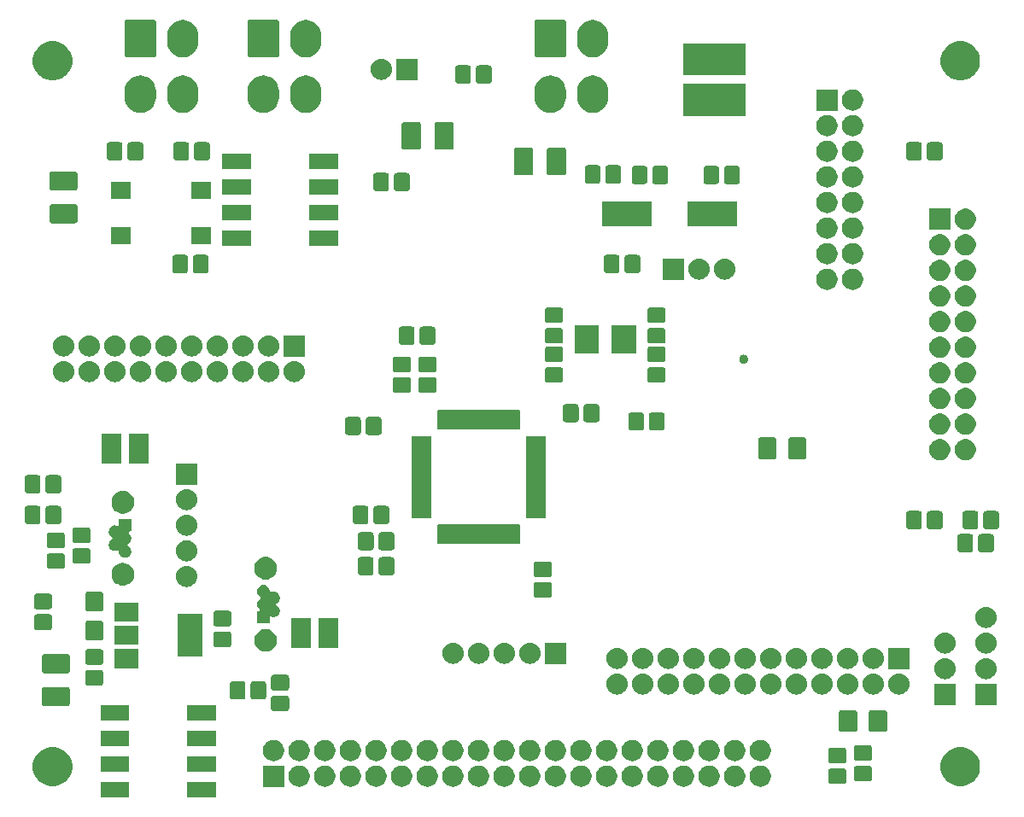
<source format=gts>
%TF.GenerationSoftware,KiCad,Pcbnew,(5.1.2)-1*%
%TF.CreationDate,2019-08-11T00:06:10+02:00*%
%TF.ProjectId,DutAdapter,44757441-6461-4707-9465-722e6b696361,4*%
%TF.SameCoordinates,Original*%
%TF.FileFunction,Soldermask,Top*%
%TF.FilePolarity,Negative*%
%FSLAX46Y46*%
G04 Gerber Fmt 4.6, Leading zero omitted, Abs format (unit mm)*
G04 Created by KiCad (PCBNEW (5.1.2)-1) date 2019-08-11 00:06:10*
%MOMM*%
%LPD*%
G04 APERTURE LIST*
%ADD10C,0.100000*%
G04 APERTURE END LIST*
D10*
G36*
X98435000Y-154473180D02*
G01*
X95595000Y-154473180D01*
X95595000Y-152953180D01*
X98435000Y-152953180D01*
X98435000Y-154473180D01*
X98435000Y-154473180D01*
G37*
G36*
X89825000Y-154473180D02*
G01*
X86985000Y-154473180D01*
X86985000Y-152953180D01*
X89825000Y-152953180D01*
X89825000Y-154473180D01*
X89825000Y-154473180D01*
G37*
G36*
X152528687Y-151355027D02*
G01*
X152706274Y-151390350D01*
X152897362Y-151469502D01*
X153069336Y-151584411D01*
X153215589Y-151730664D01*
X153330498Y-151902638D01*
X153409650Y-152093726D01*
X153450000Y-152296584D01*
X153450000Y-152503416D01*
X153409650Y-152706274D01*
X153330498Y-152897362D01*
X153215589Y-153069336D01*
X153069336Y-153215589D01*
X152897362Y-153330498D01*
X152706274Y-153409650D01*
X152528687Y-153444973D01*
X152503417Y-153450000D01*
X152296583Y-153450000D01*
X152271313Y-153444973D01*
X152093726Y-153409650D01*
X151902638Y-153330498D01*
X151730664Y-153215589D01*
X151584411Y-153069336D01*
X151469502Y-152897362D01*
X151390350Y-152706274D01*
X151350000Y-152503416D01*
X151350000Y-152296584D01*
X151390350Y-152093726D01*
X151469502Y-151902638D01*
X151584411Y-151730664D01*
X151730664Y-151584411D01*
X151902638Y-151469502D01*
X152093726Y-151390350D01*
X152271313Y-151355027D01*
X152296583Y-151350000D01*
X152503417Y-151350000D01*
X152528687Y-151355027D01*
X152528687Y-151355027D01*
G37*
G36*
X119508687Y-151355027D02*
G01*
X119686274Y-151390350D01*
X119877362Y-151469502D01*
X120049336Y-151584411D01*
X120195589Y-151730664D01*
X120310498Y-151902638D01*
X120389650Y-152093726D01*
X120430000Y-152296584D01*
X120430000Y-152503416D01*
X120389650Y-152706274D01*
X120310498Y-152897362D01*
X120195589Y-153069336D01*
X120049336Y-153215589D01*
X119877362Y-153330498D01*
X119686274Y-153409650D01*
X119508687Y-153444973D01*
X119483417Y-153450000D01*
X119276583Y-153450000D01*
X119251313Y-153444973D01*
X119073726Y-153409650D01*
X118882638Y-153330498D01*
X118710664Y-153215589D01*
X118564411Y-153069336D01*
X118449502Y-152897362D01*
X118370350Y-152706274D01*
X118330000Y-152503416D01*
X118330000Y-152296584D01*
X118370350Y-152093726D01*
X118449502Y-151902638D01*
X118564411Y-151730664D01*
X118710664Y-151584411D01*
X118882638Y-151469502D01*
X119073726Y-151390350D01*
X119251313Y-151355027D01*
X119276583Y-151350000D01*
X119483417Y-151350000D01*
X119508687Y-151355027D01*
X119508687Y-151355027D01*
G37*
G36*
X142368687Y-151355027D02*
G01*
X142546274Y-151390350D01*
X142737362Y-151469502D01*
X142909336Y-151584411D01*
X143055589Y-151730664D01*
X143170498Y-151902638D01*
X143249650Y-152093726D01*
X143290000Y-152296584D01*
X143290000Y-152503416D01*
X143249650Y-152706274D01*
X143170498Y-152897362D01*
X143055589Y-153069336D01*
X142909336Y-153215589D01*
X142737362Y-153330498D01*
X142546274Y-153409650D01*
X142368687Y-153444973D01*
X142343417Y-153450000D01*
X142136583Y-153450000D01*
X142111313Y-153444973D01*
X141933726Y-153409650D01*
X141742638Y-153330498D01*
X141570664Y-153215589D01*
X141424411Y-153069336D01*
X141309502Y-152897362D01*
X141230350Y-152706274D01*
X141190000Y-152503416D01*
X141190000Y-152296584D01*
X141230350Y-152093726D01*
X141309502Y-151902638D01*
X141424411Y-151730664D01*
X141570664Y-151584411D01*
X141742638Y-151469502D01*
X141933726Y-151390350D01*
X142111313Y-151355027D01*
X142136583Y-151350000D01*
X142343417Y-151350000D01*
X142368687Y-151355027D01*
X142368687Y-151355027D01*
G37*
G36*
X139828687Y-151355027D02*
G01*
X140006274Y-151390350D01*
X140197362Y-151469502D01*
X140369336Y-151584411D01*
X140515589Y-151730664D01*
X140630498Y-151902638D01*
X140709650Y-152093726D01*
X140750000Y-152296584D01*
X140750000Y-152503416D01*
X140709650Y-152706274D01*
X140630498Y-152897362D01*
X140515589Y-153069336D01*
X140369336Y-153215589D01*
X140197362Y-153330498D01*
X140006274Y-153409650D01*
X139828687Y-153444973D01*
X139803417Y-153450000D01*
X139596583Y-153450000D01*
X139571313Y-153444973D01*
X139393726Y-153409650D01*
X139202638Y-153330498D01*
X139030664Y-153215589D01*
X138884411Y-153069336D01*
X138769502Y-152897362D01*
X138690350Y-152706274D01*
X138650000Y-152503416D01*
X138650000Y-152296584D01*
X138690350Y-152093726D01*
X138769502Y-151902638D01*
X138884411Y-151730664D01*
X139030664Y-151584411D01*
X139202638Y-151469502D01*
X139393726Y-151390350D01*
X139571313Y-151355027D01*
X139596583Y-151350000D01*
X139803417Y-151350000D01*
X139828687Y-151355027D01*
X139828687Y-151355027D01*
G37*
G36*
X137288687Y-151355027D02*
G01*
X137466274Y-151390350D01*
X137657362Y-151469502D01*
X137829336Y-151584411D01*
X137975589Y-151730664D01*
X138090498Y-151902638D01*
X138169650Y-152093726D01*
X138210000Y-152296584D01*
X138210000Y-152503416D01*
X138169650Y-152706274D01*
X138090498Y-152897362D01*
X137975589Y-153069336D01*
X137829336Y-153215589D01*
X137657362Y-153330498D01*
X137466274Y-153409650D01*
X137288687Y-153444973D01*
X137263417Y-153450000D01*
X137056583Y-153450000D01*
X137031313Y-153444973D01*
X136853726Y-153409650D01*
X136662638Y-153330498D01*
X136490664Y-153215589D01*
X136344411Y-153069336D01*
X136229502Y-152897362D01*
X136150350Y-152706274D01*
X136110000Y-152503416D01*
X136110000Y-152296584D01*
X136150350Y-152093726D01*
X136229502Y-151902638D01*
X136344411Y-151730664D01*
X136490664Y-151584411D01*
X136662638Y-151469502D01*
X136853726Y-151390350D01*
X137031313Y-151355027D01*
X137056583Y-151350000D01*
X137263417Y-151350000D01*
X137288687Y-151355027D01*
X137288687Y-151355027D01*
G37*
G36*
X134748687Y-151355027D02*
G01*
X134926274Y-151390350D01*
X135117362Y-151469502D01*
X135289336Y-151584411D01*
X135435589Y-151730664D01*
X135550498Y-151902638D01*
X135629650Y-152093726D01*
X135670000Y-152296584D01*
X135670000Y-152503416D01*
X135629650Y-152706274D01*
X135550498Y-152897362D01*
X135435589Y-153069336D01*
X135289336Y-153215589D01*
X135117362Y-153330498D01*
X134926274Y-153409650D01*
X134748687Y-153444973D01*
X134723417Y-153450000D01*
X134516583Y-153450000D01*
X134491313Y-153444973D01*
X134313726Y-153409650D01*
X134122638Y-153330498D01*
X133950664Y-153215589D01*
X133804411Y-153069336D01*
X133689502Y-152897362D01*
X133610350Y-152706274D01*
X133570000Y-152503416D01*
X133570000Y-152296584D01*
X133610350Y-152093726D01*
X133689502Y-151902638D01*
X133804411Y-151730664D01*
X133950664Y-151584411D01*
X134122638Y-151469502D01*
X134313726Y-151390350D01*
X134491313Y-151355027D01*
X134516583Y-151350000D01*
X134723417Y-151350000D01*
X134748687Y-151355027D01*
X134748687Y-151355027D01*
G37*
G36*
X132208687Y-151355027D02*
G01*
X132386274Y-151390350D01*
X132577362Y-151469502D01*
X132749336Y-151584411D01*
X132895589Y-151730664D01*
X133010498Y-151902638D01*
X133089650Y-152093726D01*
X133130000Y-152296584D01*
X133130000Y-152503416D01*
X133089650Y-152706274D01*
X133010498Y-152897362D01*
X132895589Y-153069336D01*
X132749336Y-153215589D01*
X132577362Y-153330498D01*
X132386274Y-153409650D01*
X132208687Y-153444973D01*
X132183417Y-153450000D01*
X131976583Y-153450000D01*
X131951313Y-153444973D01*
X131773726Y-153409650D01*
X131582638Y-153330498D01*
X131410664Y-153215589D01*
X131264411Y-153069336D01*
X131149502Y-152897362D01*
X131070350Y-152706274D01*
X131030000Y-152503416D01*
X131030000Y-152296584D01*
X131070350Y-152093726D01*
X131149502Y-151902638D01*
X131264411Y-151730664D01*
X131410664Y-151584411D01*
X131582638Y-151469502D01*
X131773726Y-151390350D01*
X131951313Y-151355027D01*
X131976583Y-151350000D01*
X132183417Y-151350000D01*
X132208687Y-151355027D01*
X132208687Y-151355027D01*
G37*
G36*
X129668687Y-151355027D02*
G01*
X129846274Y-151390350D01*
X130037362Y-151469502D01*
X130209336Y-151584411D01*
X130355589Y-151730664D01*
X130470498Y-151902638D01*
X130549650Y-152093726D01*
X130590000Y-152296584D01*
X130590000Y-152503416D01*
X130549650Y-152706274D01*
X130470498Y-152897362D01*
X130355589Y-153069336D01*
X130209336Y-153215589D01*
X130037362Y-153330498D01*
X129846274Y-153409650D01*
X129668687Y-153444973D01*
X129643417Y-153450000D01*
X129436583Y-153450000D01*
X129411313Y-153444973D01*
X129233726Y-153409650D01*
X129042638Y-153330498D01*
X128870664Y-153215589D01*
X128724411Y-153069336D01*
X128609502Y-152897362D01*
X128530350Y-152706274D01*
X128490000Y-152503416D01*
X128490000Y-152296584D01*
X128530350Y-152093726D01*
X128609502Y-151902638D01*
X128724411Y-151730664D01*
X128870664Y-151584411D01*
X129042638Y-151469502D01*
X129233726Y-151390350D01*
X129411313Y-151355027D01*
X129436583Y-151350000D01*
X129643417Y-151350000D01*
X129668687Y-151355027D01*
X129668687Y-151355027D01*
G37*
G36*
X127128687Y-151355027D02*
G01*
X127306274Y-151390350D01*
X127497362Y-151469502D01*
X127669336Y-151584411D01*
X127815589Y-151730664D01*
X127930498Y-151902638D01*
X128009650Y-152093726D01*
X128050000Y-152296584D01*
X128050000Y-152503416D01*
X128009650Y-152706274D01*
X127930498Y-152897362D01*
X127815589Y-153069336D01*
X127669336Y-153215589D01*
X127497362Y-153330498D01*
X127306274Y-153409650D01*
X127128687Y-153444973D01*
X127103417Y-153450000D01*
X126896583Y-153450000D01*
X126871313Y-153444973D01*
X126693726Y-153409650D01*
X126502638Y-153330498D01*
X126330664Y-153215589D01*
X126184411Y-153069336D01*
X126069502Y-152897362D01*
X125990350Y-152706274D01*
X125950000Y-152503416D01*
X125950000Y-152296584D01*
X125990350Y-152093726D01*
X126069502Y-151902638D01*
X126184411Y-151730664D01*
X126330664Y-151584411D01*
X126502638Y-151469502D01*
X126693726Y-151390350D01*
X126871313Y-151355027D01*
X126896583Y-151350000D01*
X127103417Y-151350000D01*
X127128687Y-151355027D01*
X127128687Y-151355027D01*
G37*
G36*
X124588687Y-151355027D02*
G01*
X124766274Y-151390350D01*
X124957362Y-151469502D01*
X125129336Y-151584411D01*
X125275589Y-151730664D01*
X125390498Y-151902638D01*
X125469650Y-152093726D01*
X125510000Y-152296584D01*
X125510000Y-152503416D01*
X125469650Y-152706274D01*
X125390498Y-152897362D01*
X125275589Y-153069336D01*
X125129336Y-153215589D01*
X124957362Y-153330498D01*
X124766274Y-153409650D01*
X124588687Y-153444973D01*
X124563417Y-153450000D01*
X124356583Y-153450000D01*
X124331313Y-153444973D01*
X124153726Y-153409650D01*
X123962638Y-153330498D01*
X123790664Y-153215589D01*
X123644411Y-153069336D01*
X123529502Y-152897362D01*
X123450350Y-152706274D01*
X123410000Y-152503416D01*
X123410000Y-152296584D01*
X123450350Y-152093726D01*
X123529502Y-151902638D01*
X123644411Y-151730664D01*
X123790664Y-151584411D01*
X123962638Y-151469502D01*
X124153726Y-151390350D01*
X124331313Y-151355027D01*
X124356583Y-151350000D01*
X124563417Y-151350000D01*
X124588687Y-151355027D01*
X124588687Y-151355027D01*
G37*
G36*
X122048687Y-151355027D02*
G01*
X122226274Y-151390350D01*
X122417362Y-151469502D01*
X122589336Y-151584411D01*
X122735589Y-151730664D01*
X122850498Y-151902638D01*
X122929650Y-152093726D01*
X122970000Y-152296584D01*
X122970000Y-152503416D01*
X122929650Y-152706274D01*
X122850498Y-152897362D01*
X122735589Y-153069336D01*
X122589336Y-153215589D01*
X122417362Y-153330498D01*
X122226274Y-153409650D01*
X122048687Y-153444973D01*
X122023417Y-153450000D01*
X121816583Y-153450000D01*
X121791313Y-153444973D01*
X121613726Y-153409650D01*
X121422638Y-153330498D01*
X121250664Y-153215589D01*
X121104411Y-153069336D01*
X120989502Y-152897362D01*
X120910350Y-152706274D01*
X120870000Y-152503416D01*
X120870000Y-152296584D01*
X120910350Y-152093726D01*
X120989502Y-151902638D01*
X121104411Y-151730664D01*
X121250664Y-151584411D01*
X121422638Y-151469502D01*
X121613726Y-151390350D01*
X121791313Y-151355027D01*
X121816583Y-151350000D01*
X122023417Y-151350000D01*
X122048687Y-151355027D01*
X122048687Y-151355027D01*
G37*
G36*
X116968687Y-151355027D02*
G01*
X117146274Y-151390350D01*
X117337362Y-151469502D01*
X117509336Y-151584411D01*
X117655589Y-151730664D01*
X117770498Y-151902638D01*
X117849650Y-152093726D01*
X117890000Y-152296584D01*
X117890000Y-152503416D01*
X117849650Y-152706274D01*
X117770498Y-152897362D01*
X117655589Y-153069336D01*
X117509336Y-153215589D01*
X117337362Y-153330498D01*
X117146274Y-153409650D01*
X116968687Y-153444973D01*
X116943417Y-153450000D01*
X116736583Y-153450000D01*
X116711313Y-153444973D01*
X116533726Y-153409650D01*
X116342638Y-153330498D01*
X116170664Y-153215589D01*
X116024411Y-153069336D01*
X115909502Y-152897362D01*
X115830350Y-152706274D01*
X115790000Y-152503416D01*
X115790000Y-152296584D01*
X115830350Y-152093726D01*
X115909502Y-151902638D01*
X116024411Y-151730664D01*
X116170664Y-151584411D01*
X116342638Y-151469502D01*
X116533726Y-151390350D01*
X116711313Y-151355027D01*
X116736583Y-151350000D01*
X116943417Y-151350000D01*
X116968687Y-151355027D01*
X116968687Y-151355027D01*
G37*
G36*
X114428687Y-151355027D02*
G01*
X114606274Y-151390350D01*
X114797362Y-151469502D01*
X114969336Y-151584411D01*
X115115589Y-151730664D01*
X115230498Y-151902638D01*
X115309650Y-152093726D01*
X115350000Y-152296584D01*
X115350000Y-152503416D01*
X115309650Y-152706274D01*
X115230498Y-152897362D01*
X115115589Y-153069336D01*
X114969336Y-153215589D01*
X114797362Y-153330498D01*
X114606274Y-153409650D01*
X114428687Y-153444973D01*
X114403417Y-153450000D01*
X114196583Y-153450000D01*
X114171313Y-153444973D01*
X113993726Y-153409650D01*
X113802638Y-153330498D01*
X113630664Y-153215589D01*
X113484411Y-153069336D01*
X113369502Y-152897362D01*
X113290350Y-152706274D01*
X113250000Y-152503416D01*
X113250000Y-152296584D01*
X113290350Y-152093726D01*
X113369502Y-151902638D01*
X113484411Y-151730664D01*
X113630664Y-151584411D01*
X113802638Y-151469502D01*
X113993726Y-151390350D01*
X114171313Y-151355027D01*
X114196583Y-151350000D01*
X114403417Y-151350000D01*
X114428687Y-151355027D01*
X114428687Y-151355027D01*
G37*
G36*
X111888687Y-151355027D02*
G01*
X112066274Y-151390350D01*
X112257362Y-151469502D01*
X112429336Y-151584411D01*
X112575589Y-151730664D01*
X112690498Y-151902638D01*
X112769650Y-152093726D01*
X112810000Y-152296584D01*
X112810000Y-152503416D01*
X112769650Y-152706274D01*
X112690498Y-152897362D01*
X112575589Y-153069336D01*
X112429336Y-153215589D01*
X112257362Y-153330498D01*
X112066274Y-153409650D01*
X111888687Y-153444973D01*
X111863417Y-153450000D01*
X111656583Y-153450000D01*
X111631313Y-153444973D01*
X111453726Y-153409650D01*
X111262638Y-153330498D01*
X111090664Y-153215589D01*
X110944411Y-153069336D01*
X110829502Y-152897362D01*
X110750350Y-152706274D01*
X110710000Y-152503416D01*
X110710000Y-152296584D01*
X110750350Y-152093726D01*
X110829502Y-151902638D01*
X110944411Y-151730664D01*
X111090664Y-151584411D01*
X111262638Y-151469502D01*
X111453726Y-151390350D01*
X111631313Y-151355027D01*
X111656583Y-151350000D01*
X111863417Y-151350000D01*
X111888687Y-151355027D01*
X111888687Y-151355027D01*
G37*
G36*
X109348687Y-151355027D02*
G01*
X109526274Y-151390350D01*
X109717362Y-151469502D01*
X109889336Y-151584411D01*
X110035589Y-151730664D01*
X110150498Y-151902638D01*
X110229650Y-152093726D01*
X110270000Y-152296584D01*
X110270000Y-152503416D01*
X110229650Y-152706274D01*
X110150498Y-152897362D01*
X110035589Y-153069336D01*
X109889336Y-153215589D01*
X109717362Y-153330498D01*
X109526274Y-153409650D01*
X109348687Y-153444973D01*
X109323417Y-153450000D01*
X109116583Y-153450000D01*
X109091313Y-153444973D01*
X108913726Y-153409650D01*
X108722638Y-153330498D01*
X108550664Y-153215589D01*
X108404411Y-153069336D01*
X108289502Y-152897362D01*
X108210350Y-152706274D01*
X108170000Y-152503416D01*
X108170000Y-152296584D01*
X108210350Y-152093726D01*
X108289502Y-151902638D01*
X108404411Y-151730664D01*
X108550664Y-151584411D01*
X108722638Y-151469502D01*
X108913726Y-151390350D01*
X109091313Y-151355027D01*
X109116583Y-151350000D01*
X109323417Y-151350000D01*
X109348687Y-151355027D01*
X109348687Y-151355027D01*
G37*
G36*
X106808687Y-151355027D02*
G01*
X106986274Y-151390350D01*
X107177362Y-151469502D01*
X107349336Y-151584411D01*
X107495589Y-151730664D01*
X107610498Y-151902638D01*
X107689650Y-152093726D01*
X107730000Y-152296584D01*
X107730000Y-152503416D01*
X107689650Y-152706274D01*
X107610498Y-152897362D01*
X107495589Y-153069336D01*
X107349336Y-153215589D01*
X107177362Y-153330498D01*
X106986274Y-153409650D01*
X106808687Y-153444973D01*
X106783417Y-153450000D01*
X106576583Y-153450000D01*
X106551313Y-153444973D01*
X106373726Y-153409650D01*
X106182638Y-153330498D01*
X106010664Y-153215589D01*
X105864411Y-153069336D01*
X105749502Y-152897362D01*
X105670350Y-152706274D01*
X105630000Y-152503416D01*
X105630000Y-152296584D01*
X105670350Y-152093726D01*
X105749502Y-151902638D01*
X105864411Y-151730664D01*
X106010664Y-151584411D01*
X106182638Y-151469502D01*
X106373726Y-151390350D01*
X106551313Y-151355027D01*
X106576583Y-151350000D01*
X106783417Y-151350000D01*
X106808687Y-151355027D01*
X106808687Y-151355027D01*
G37*
G36*
X105190000Y-153450000D02*
G01*
X103090000Y-153450000D01*
X103090000Y-151350000D01*
X105190000Y-151350000D01*
X105190000Y-153450000D01*
X105190000Y-153450000D01*
G37*
G36*
X147448687Y-151355027D02*
G01*
X147626274Y-151390350D01*
X147817362Y-151469502D01*
X147989336Y-151584411D01*
X148135589Y-151730664D01*
X148250498Y-151902638D01*
X148329650Y-152093726D01*
X148370000Y-152296584D01*
X148370000Y-152503416D01*
X148329650Y-152706274D01*
X148250498Y-152897362D01*
X148135589Y-153069336D01*
X147989336Y-153215589D01*
X147817362Y-153330498D01*
X147626274Y-153409650D01*
X147448687Y-153444973D01*
X147423417Y-153450000D01*
X147216583Y-153450000D01*
X147191313Y-153444973D01*
X147013726Y-153409650D01*
X146822638Y-153330498D01*
X146650664Y-153215589D01*
X146504411Y-153069336D01*
X146389502Y-152897362D01*
X146310350Y-152706274D01*
X146270000Y-152503416D01*
X146270000Y-152296584D01*
X146310350Y-152093726D01*
X146389502Y-151902638D01*
X146504411Y-151730664D01*
X146650664Y-151584411D01*
X146822638Y-151469502D01*
X147013726Y-151390350D01*
X147191313Y-151355027D01*
X147216583Y-151350000D01*
X147423417Y-151350000D01*
X147448687Y-151355027D01*
X147448687Y-151355027D01*
G37*
G36*
X149988687Y-151355027D02*
G01*
X150166274Y-151390350D01*
X150357362Y-151469502D01*
X150529336Y-151584411D01*
X150675589Y-151730664D01*
X150790498Y-151902638D01*
X150869650Y-152093726D01*
X150910000Y-152296584D01*
X150910000Y-152503416D01*
X150869650Y-152706274D01*
X150790498Y-152897362D01*
X150675589Y-153069336D01*
X150529336Y-153215589D01*
X150357362Y-153330498D01*
X150166274Y-153409650D01*
X149988687Y-153444973D01*
X149963417Y-153450000D01*
X149756583Y-153450000D01*
X149731313Y-153444973D01*
X149553726Y-153409650D01*
X149362638Y-153330498D01*
X149190664Y-153215589D01*
X149044411Y-153069336D01*
X148929502Y-152897362D01*
X148850350Y-152706274D01*
X148810000Y-152503416D01*
X148810000Y-152296584D01*
X148850350Y-152093726D01*
X148929502Y-151902638D01*
X149044411Y-151730664D01*
X149190664Y-151584411D01*
X149362638Y-151469502D01*
X149553726Y-151390350D01*
X149731313Y-151355027D01*
X149756583Y-151350000D01*
X149963417Y-151350000D01*
X149988687Y-151355027D01*
X149988687Y-151355027D01*
G37*
G36*
X144908687Y-151355027D02*
G01*
X145086274Y-151390350D01*
X145277362Y-151469502D01*
X145449336Y-151584411D01*
X145595589Y-151730664D01*
X145710498Y-151902638D01*
X145789650Y-152093726D01*
X145830000Y-152296584D01*
X145830000Y-152503416D01*
X145789650Y-152706274D01*
X145710498Y-152897362D01*
X145595589Y-153069336D01*
X145449336Y-153215589D01*
X145277362Y-153330498D01*
X145086274Y-153409650D01*
X144908687Y-153444973D01*
X144883417Y-153450000D01*
X144676583Y-153450000D01*
X144651313Y-153444973D01*
X144473726Y-153409650D01*
X144282638Y-153330498D01*
X144110664Y-153215589D01*
X143964411Y-153069336D01*
X143849502Y-152897362D01*
X143770350Y-152706274D01*
X143730000Y-152503416D01*
X143730000Y-152296584D01*
X143770350Y-152093726D01*
X143849502Y-151902638D01*
X143964411Y-151730664D01*
X144110664Y-151584411D01*
X144282638Y-151469502D01*
X144473726Y-151390350D01*
X144651313Y-151355027D01*
X144676583Y-151350000D01*
X144883417Y-151350000D01*
X144908687Y-151355027D01*
X144908687Y-151355027D01*
G37*
G36*
X82456257Y-149522016D02*
G01*
X82786072Y-149587619D01*
X83140960Y-149734619D01*
X83460351Y-149948029D01*
X83731971Y-150219649D01*
X83945381Y-150539040D01*
X84092381Y-150893928D01*
X84167320Y-151270676D01*
X84167320Y-151654804D01*
X84092381Y-152031552D01*
X83945381Y-152386440D01*
X83731971Y-152705831D01*
X83460351Y-152977451D01*
X83140960Y-153190861D01*
X82786072Y-153337861D01*
X82456257Y-153403464D01*
X82409325Y-153412800D01*
X82025195Y-153412800D01*
X81978263Y-153403464D01*
X81648448Y-153337861D01*
X81293560Y-153190861D01*
X80974169Y-152977451D01*
X80702549Y-152705831D01*
X80489139Y-152386440D01*
X80342139Y-152031552D01*
X80267200Y-151654804D01*
X80267200Y-151270676D01*
X80342139Y-150893928D01*
X80489139Y-150539040D01*
X80702549Y-150219649D01*
X80974169Y-149948029D01*
X81293560Y-149734619D01*
X81648448Y-149587619D01*
X81978263Y-149522016D01*
X82025195Y-149512680D01*
X82409325Y-149512680D01*
X82456257Y-149522016D01*
X82456257Y-149522016D01*
G37*
G36*
X172456077Y-149522016D02*
G01*
X172785892Y-149587619D01*
X173140780Y-149734619D01*
X173460171Y-149948029D01*
X173731791Y-150219649D01*
X173945201Y-150539040D01*
X174092201Y-150893928D01*
X174167140Y-151270676D01*
X174167140Y-151654804D01*
X174092201Y-152031552D01*
X173945201Y-152386440D01*
X173731791Y-152705831D01*
X173460171Y-152977451D01*
X173140780Y-153190861D01*
X172785892Y-153337861D01*
X172456077Y-153403464D01*
X172409145Y-153412800D01*
X172025015Y-153412800D01*
X171978083Y-153403464D01*
X171648268Y-153337861D01*
X171293380Y-153190861D01*
X170973989Y-152977451D01*
X170702369Y-152705831D01*
X170488959Y-152386440D01*
X170341959Y-152031552D01*
X170267020Y-151654804D01*
X170267020Y-151270676D01*
X170341959Y-150893928D01*
X170488959Y-150539040D01*
X170702369Y-150219649D01*
X170973989Y-149948029D01*
X171293380Y-149734619D01*
X171648268Y-149587619D01*
X171978083Y-149522016D01*
X172025015Y-149512680D01*
X172409145Y-149512680D01*
X172456077Y-149522016D01*
X172456077Y-149522016D01*
G37*
G36*
X160705529Y-151639710D02*
G01*
X160755378Y-151654831D01*
X160801310Y-151679382D01*
X160841574Y-151712426D01*
X160874618Y-151752690D01*
X160899169Y-151798622D01*
X160914290Y-151848471D01*
X160920000Y-151906444D01*
X160920000Y-152911556D01*
X160914290Y-152969529D01*
X160899169Y-153019378D01*
X160874618Y-153065310D01*
X160841574Y-153105574D01*
X160801310Y-153138618D01*
X160755378Y-153163169D01*
X160705529Y-153178290D01*
X160647556Y-153184000D01*
X159392444Y-153184000D01*
X159334471Y-153178290D01*
X159284622Y-153163169D01*
X159238690Y-153138618D01*
X159198426Y-153105574D01*
X159165382Y-153065310D01*
X159140831Y-153019378D01*
X159125710Y-152969529D01*
X159120000Y-152911556D01*
X159120000Y-151906444D01*
X159125710Y-151848471D01*
X159140831Y-151798622D01*
X159165382Y-151752690D01*
X159198426Y-151712426D01*
X159238690Y-151679382D01*
X159284622Y-151654831D01*
X159334471Y-151639710D01*
X159392444Y-151634000D01*
X160647556Y-151634000D01*
X160705529Y-151639710D01*
X160705529Y-151639710D01*
G37*
G36*
X163245529Y-151385710D02*
G01*
X163295378Y-151400831D01*
X163341310Y-151425382D01*
X163381574Y-151458426D01*
X163414618Y-151498690D01*
X163439169Y-151544622D01*
X163454290Y-151594471D01*
X163460000Y-151652444D01*
X163460000Y-152657556D01*
X163454290Y-152715529D01*
X163439169Y-152765378D01*
X163414618Y-152811310D01*
X163381574Y-152851574D01*
X163341310Y-152884618D01*
X163295378Y-152909169D01*
X163245529Y-152924290D01*
X163187556Y-152930000D01*
X161932444Y-152930000D01*
X161874471Y-152924290D01*
X161824622Y-152909169D01*
X161778690Y-152884618D01*
X161738426Y-152851574D01*
X161705382Y-152811310D01*
X161680831Y-152765378D01*
X161665710Y-152715529D01*
X161660000Y-152657556D01*
X161660000Y-151652444D01*
X161665710Y-151594471D01*
X161680831Y-151544622D01*
X161705382Y-151498690D01*
X161738426Y-151458426D01*
X161778690Y-151425382D01*
X161824622Y-151400831D01*
X161874471Y-151385710D01*
X161932444Y-151380000D01*
X163187556Y-151380000D01*
X163245529Y-151385710D01*
X163245529Y-151385710D01*
G37*
G36*
X98435000Y-151933180D02*
G01*
X95595000Y-151933180D01*
X95595000Y-150413180D01*
X98435000Y-150413180D01*
X98435000Y-151933180D01*
X98435000Y-151933180D01*
G37*
G36*
X89825000Y-151933180D02*
G01*
X86985000Y-151933180D01*
X86985000Y-150413180D01*
X89825000Y-150413180D01*
X89825000Y-151933180D01*
X89825000Y-151933180D01*
G37*
G36*
X160705529Y-149589710D02*
G01*
X160755378Y-149604831D01*
X160801310Y-149629382D01*
X160841574Y-149662426D01*
X160874618Y-149702690D01*
X160899169Y-149748622D01*
X160914290Y-149798471D01*
X160920000Y-149856444D01*
X160920000Y-150861556D01*
X160914290Y-150919529D01*
X160899169Y-150969378D01*
X160874618Y-151015310D01*
X160841574Y-151055574D01*
X160801310Y-151088618D01*
X160755378Y-151113169D01*
X160705529Y-151128290D01*
X160647556Y-151134000D01*
X159392444Y-151134000D01*
X159334471Y-151128290D01*
X159284622Y-151113169D01*
X159238690Y-151088618D01*
X159198426Y-151055574D01*
X159165382Y-151015310D01*
X159140831Y-150969378D01*
X159125710Y-150919529D01*
X159120000Y-150861556D01*
X159120000Y-149856444D01*
X159125710Y-149798471D01*
X159140831Y-149748622D01*
X159165382Y-149702690D01*
X159198426Y-149662426D01*
X159238690Y-149629382D01*
X159284622Y-149604831D01*
X159334471Y-149589710D01*
X159392444Y-149584000D01*
X160647556Y-149584000D01*
X160705529Y-149589710D01*
X160705529Y-149589710D01*
G37*
G36*
X114428687Y-148815027D02*
G01*
X114606274Y-148850350D01*
X114797362Y-148929502D01*
X114969336Y-149044411D01*
X115115589Y-149190664D01*
X115230498Y-149362638D01*
X115309650Y-149553726D01*
X115350000Y-149756584D01*
X115350000Y-149963416D01*
X115309650Y-150166274D01*
X115230498Y-150357362D01*
X115115589Y-150529336D01*
X114969336Y-150675589D01*
X114797362Y-150790498D01*
X114606274Y-150869650D01*
X114428687Y-150904973D01*
X114403417Y-150910000D01*
X114196583Y-150910000D01*
X114171313Y-150904973D01*
X113993726Y-150869650D01*
X113802638Y-150790498D01*
X113630664Y-150675589D01*
X113484411Y-150529336D01*
X113369502Y-150357362D01*
X113290350Y-150166274D01*
X113250000Y-149963416D01*
X113250000Y-149756584D01*
X113290350Y-149553726D01*
X113369502Y-149362638D01*
X113484411Y-149190664D01*
X113630664Y-149044411D01*
X113802638Y-148929502D01*
X113993726Y-148850350D01*
X114171313Y-148815027D01*
X114196583Y-148810000D01*
X114403417Y-148810000D01*
X114428687Y-148815027D01*
X114428687Y-148815027D01*
G37*
G36*
X109348687Y-148815027D02*
G01*
X109526274Y-148850350D01*
X109717362Y-148929502D01*
X109889336Y-149044411D01*
X110035589Y-149190664D01*
X110150498Y-149362638D01*
X110229650Y-149553726D01*
X110270000Y-149756584D01*
X110270000Y-149963416D01*
X110229650Y-150166274D01*
X110150498Y-150357362D01*
X110035589Y-150529336D01*
X109889336Y-150675589D01*
X109717362Y-150790498D01*
X109526274Y-150869650D01*
X109348687Y-150904973D01*
X109323417Y-150910000D01*
X109116583Y-150910000D01*
X109091313Y-150904973D01*
X108913726Y-150869650D01*
X108722638Y-150790498D01*
X108550664Y-150675589D01*
X108404411Y-150529336D01*
X108289502Y-150357362D01*
X108210350Y-150166274D01*
X108170000Y-149963416D01*
X108170000Y-149756584D01*
X108210350Y-149553726D01*
X108289502Y-149362638D01*
X108404411Y-149190664D01*
X108550664Y-149044411D01*
X108722638Y-148929502D01*
X108913726Y-148850350D01*
X109091313Y-148815027D01*
X109116583Y-148810000D01*
X109323417Y-148810000D01*
X109348687Y-148815027D01*
X109348687Y-148815027D01*
G37*
G36*
X104268687Y-148815027D02*
G01*
X104446274Y-148850350D01*
X104637362Y-148929502D01*
X104809336Y-149044411D01*
X104955589Y-149190664D01*
X105070498Y-149362638D01*
X105149650Y-149553726D01*
X105190000Y-149756584D01*
X105190000Y-149963416D01*
X105149650Y-150166274D01*
X105070498Y-150357362D01*
X104955589Y-150529336D01*
X104809336Y-150675589D01*
X104637362Y-150790498D01*
X104446274Y-150869650D01*
X104268687Y-150904973D01*
X104243417Y-150910000D01*
X104036583Y-150910000D01*
X104011313Y-150904973D01*
X103833726Y-150869650D01*
X103642638Y-150790498D01*
X103470664Y-150675589D01*
X103324411Y-150529336D01*
X103209502Y-150357362D01*
X103130350Y-150166274D01*
X103090000Y-149963416D01*
X103090000Y-149756584D01*
X103130350Y-149553726D01*
X103209502Y-149362638D01*
X103324411Y-149190664D01*
X103470664Y-149044411D01*
X103642638Y-148929502D01*
X103833726Y-148850350D01*
X104011313Y-148815027D01*
X104036583Y-148810000D01*
X104243417Y-148810000D01*
X104268687Y-148815027D01*
X104268687Y-148815027D01*
G37*
G36*
X152528687Y-148815027D02*
G01*
X152706274Y-148850350D01*
X152897362Y-148929502D01*
X153069336Y-149044411D01*
X153215589Y-149190664D01*
X153330498Y-149362638D01*
X153409650Y-149553726D01*
X153450000Y-149756584D01*
X153450000Y-149963416D01*
X153409650Y-150166274D01*
X153330498Y-150357362D01*
X153215589Y-150529336D01*
X153069336Y-150675589D01*
X152897362Y-150790498D01*
X152706274Y-150869650D01*
X152528687Y-150904973D01*
X152503417Y-150910000D01*
X152296583Y-150910000D01*
X152271313Y-150904973D01*
X152093726Y-150869650D01*
X151902638Y-150790498D01*
X151730664Y-150675589D01*
X151584411Y-150529336D01*
X151469502Y-150357362D01*
X151390350Y-150166274D01*
X151350000Y-149963416D01*
X151350000Y-149756584D01*
X151390350Y-149553726D01*
X151469502Y-149362638D01*
X151584411Y-149190664D01*
X151730664Y-149044411D01*
X151902638Y-148929502D01*
X152093726Y-148850350D01*
X152271313Y-148815027D01*
X152296583Y-148810000D01*
X152503417Y-148810000D01*
X152528687Y-148815027D01*
X152528687Y-148815027D01*
G37*
G36*
X111888687Y-148815027D02*
G01*
X112066274Y-148850350D01*
X112257362Y-148929502D01*
X112429336Y-149044411D01*
X112575589Y-149190664D01*
X112690498Y-149362638D01*
X112769650Y-149553726D01*
X112810000Y-149756584D01*
X112810000Y-149963416D01*
X112769650Y-150166274D01*
X112690498Y-150357362D01*
X112575589Y-150529336D01*
X112429336Y-150675589D01*
X112257362Y-150790498D01*
X112066274Y-150869650D01*
X111888687Y-150904973D01*
X111863417Y-150910000D01*
X111656583Y-150910000D01*
X111631313Y-150904973D01*
X111453726Y-150869650D01*
X111262638Y-150790498D01*
X111090664Y-150675589D01*
X110944411Y-150529336D01*
X110829502Y-150357362D01*
X110750350Y-150166274D01*
X110710000Y-149963416D01*
X110710000Y-149756584D01*
X110750350Y-149553726D01*
X110829502Y-149362638D01*
X110944411Y-149190664D01*
X111090664Y-149044411D01*
X111262638Y-148929502D01*
X111453726Y-148850350D01*
X111631313Y-148815027D01*
X111656583Y-148810000D01*
X111863417Y-148810000D01*
X111888687Y-148815027D01*
X111888687Y-148815027D01*
G37*
G36*
X149988687Y-148815027D02*
G01*
X150166274Y-148850350D01*
X150357362Y-148929502D01*
X150529336Y-149044411D01*
X150675589Y-149190664D01*
X150790498Y-149362638D01*
X150869650Y-149553726D01*
X150910000Y-149756584D01*
X150910000Y-149963416D01*
X150869650Y-150166274D01*
X150790498Y-150357362D01*
X150675589Y-150529336D01*
X150529336Y-150675589D01*
X150357362Y-150790498D01*
X150166274Y-150869650D01*
X149988687Y-150904973D01*
X149963417Y-150910000D01*
X149756583Y-150910000D01*
X149731313Y-150904973D01*
X149553726Y-150869650D01*
X149362638Y-150790498D01*
X149190664Y-150675589D01*
X149044411Y-150529336D01*
X148929502Y-150357362D01*
X148850350Y-150166274D01*
X148810000Y-149963416D01*
X148810000Y-149756584D01*
X148850350Y-149553726D01*
X148929502Y-149362638D01*
X149044411Y-149190664D01*
X149190664Y-149044411D01*
X149362638Y-148929502D01*
X149553726Y-148850350D01*
X149731313Y-148815027D01*
X149756583Y-148810000D01*
X149963417Y-148810000D01*
X149988687Y-148815027D01*
X149988687Y-148815027D01*
G37*
G36*
X147448687Y-148815027D02*
G01*
X147626274Y-148850350D01*
X147817362Y-148929502D01*
X147989336Y-149044411D01*
X148135589Y-149190664D01*
X148250498Y-149362638D01*
X148329650Y-149553726D01*
X148370000Y-149756584D01*
X148370000Y-149963416D01*
X148329650Y-150166274D01*
X148250498Y-150357362D01*
X148135589Y-150529336D01*
X147989336Y-150675589D01*
X147817362Y-150790498D01*
X147626274Y-150869650D01*
X147448687Y-150904973D01*
X147423417Y-150910000D01*
X147216583Y-150910000D01*
X147191313Y-150904973D01*
X147013726Y-150869650D01*
X146822638Y-150790498D01*
X146650664Y-150675589D01*
X146504411Y-150529336D01*
X146389502Y-150357362D01*
X146310350Y-150166274D01*
X146270000Y-149963416D01*
X146270000Y-149756584D01*
X146310350Y-149553726D01*
X146389502Y-149362638D01*
X146504411Y-149190664D01*
X146650664Y-149044411D01*
X146822638Y-148929502D01*
X147013726Y-148850350D01*
X147191313Y-148815027D01*
X147216583Y-148810000D01*
X147423417Y-148810000D01*
X147448687Y-148815027D01*
X147448687Y-148815027D01*
G37*
G36*
X116968687Y-148815027D02*
G01*
X117146274Y-148850350D01*
X117337362Y-148929502D01*
X117509336Y-149044411D01*
X117655589Y-149190664D01*
X117770498Y-149362638D01*
X117849650Y-149553726D01*
X117890000Y-149756584D01*
X117890000Y-149963416D01*
X117849650Y-150166274D01*
X117770498Y-150357362D01*
X117655589Y-150529336D01*
X117509336Y-150675589D01*
X117337362Y-150790498D01*
X117146274Y-150869650D01*
X116968687Y-150904973D01*
X116943417Y-150910000D01*
X116736583Y-150910000D01*
X116711313Y-150904973D01*
X116533726Y-150869650D01*
X116342638Y-150790498D01*
X116170664Y-150675589D01*
X116024411Y-150529336D01*
X115909502Y-150357362D01*
X115830350Y-150166274D01*
X115790000Y-149963416D01*
X115790000Y-149756584D01*
X115830350Y-149553726D01*
X115909502Y-149362638D01*
X116024411Y-149190664D01*
X116170664Y-149044411D01*
X116342638Y-148929502D01*
X116533726Y-148850350D01*
X116711313Y-148815027D01*
X116736583Y-148810000D01*
X116943417Y-148810000D01*
X116968687Y-148815027D01*
X116968687Y-148815027D01*
G37*
G36*
X144908687Y-148815027D02*
G01*
X145086274Y-148850350D01*
X145277362Y-148929502D01*
X145449336Y-149044411D01*
X145595589Y-149190664D01*
X145710498Y-149362638D01*
X145789650Y-149553726D01*
X145830000Y-149756584D01*
X145830000Y-149963416D01*
X145789650Y-150166274D01*
X145710498Y-150357362D01*
X145595589Y-150529336D01*
X145449336Y-150675589D01*
X145277362Y-150790498D01*
X145086274Y-150869650D01*
X144908687Y-150904973D01*
X144883417Y-150910000D01*
X144676583Y-150910000D01*
X144651313Y-150904973D01*
X144473726Y-150869650D01*
X144282638Y-150790498D01*
X144110664Y-150675589D01*
X143964411Y-150529336D01*
X143849502Y-150357362D01*
X143770350Y-150166274D01*
X143730000Y-149963416D01*
X143730000Y-149756584D01*
X143770350Y-149553726D01*
X143849502Y-149362638D01*
X143964411Y-149190664D01*
X144110664Y-149044411D01*
X144282638Y-148929502D01*
X144473726Y-148850350D01*
X144651313Y-148815027D01*
X144676583Y-148810000D01*
X144883417Y-148810000D01*
X144908687Y-148815027D01*
X144908687Y-148815027D01*
G37*
G36*
X119508687Y-148815027D02*
G01*
X119686274Y-148850350D01*
X119877362Y-148929502D01*
X120049336Y-149044411D01*
X120195589Y-149190664D01*
X120310498Y-149362638D01*
X120389650Y-149553726D01*
X120430000Y-149756584D01*
X120430000Y-149963416D01*
X120389650Y-150166274D01*
X120310498Y-150357362D01*
X120195589Y-150529336D01*
X120049336Y-150675589D01*
X119877362Y-150790498D01*
X119686274Y-150869650D01*
X119508687Y-150904973D01*
X119483417Y-150910000D01*
X119276583Y-150910000D01*
X119251313Y-150904973D01*
X119073726Y-150869650D01*
X118882638Y-150790498D01*
X118710664Y-150675589D01*
X118564411Y-150529336D01*
X118449502Y-150357362D01*
X118370350Y-150166274D01*
X118330000Y-149963416D01*
X118330000Y-149756584D01*
X118370350Y-149553726D01*
X118449502Y-149362638D01*
X118564411Y-149190664D01*
X118710664Y-149044411D01*
X118882638Y-148929502D01*
X119073726Y-148850350D01*
X119251313Y-148815027D01*
X119276583Y-148810000D01*
X119483417Y-148810000D01*
X119508687Y-148815027D01*
X119508687Y-148815027D01*
G37*
G36*
X122048687Y-148815027D02*
G01*
X122226274Y-148850350D01*
X122417362Y-148929502D01*
X122589336Y-149044411D01*
X122735589Y-149190664D01*
X122850498Y-149362638D01*
X122929650Y-149553726D01*
X122970000Y-149756584D01*
X122970000Y-149963416D01*
X122929650Y-150166274D01*
X122850498Y-150357362D01*
X122735589Y-150529336D01*
X122589336Y-150675589D01*
X122417362Y-150790498D01*
X122226274Y-150869650D01*
X122048687Y-150904973D01*
X122023417Y-150910000D01*
X121816583Y-150910000D01*
X121791313Y-150904973D01*
X121613726Y-150869650D01*
X121422638Y-150790498D01*
X121250664Y-150675589D01*
X121104411Y-150529336D01*
X120989502Y-150357362D01*
X120910350Y-150166274D01*
X120870000Y-149963416D01*
X120870000Y-149756584D01*
X120910350Y-149553726D01*
X120989502Y-149362638D01*
X121104411Y-149190664D01*
X121250664Y-149044411D01*
X121422638Y-148929502D01*
X121613726Y-148850350D01*
X121791313Y-148815027D01*
X121816583Y-148810000D01*
X122023417Y-148810000D01*
X122048687Y-148815027D01*
X122048687Y-148815027D01*
G37*
G36*
X139828687Y-148815027D02*
G01*
X140006274Y-148850350D01*
X140197362Y-148929502D01*
X140369336Y-149044411D01*
X140515589Y-149190664D01*
X140630498Y-149362638D01*
X140709650Y-149553726D01*
X140750000Y-149756584D01*
X140750000Y-149963416D01*
X140709650Y-150166274D01*
X140630498Y-150357362D01*
X140515589Y-150529336D01*
X140369336Y-150675589D01*
X140197362Y-150790498D01*
X140006274Y-150869650D01*
X139828687Y-150904973D01*
X139803417Y-150910000D01*
X139596583Y-150910000D01*
X139571313Y-150904973D01*
X139393726Y-150869650D01*
X139202638Y-150790498D01*
X139030664Y-150675589D01*
X138884411Y-150529336D01*
X138769502Y-150357362D01*
X138690350Y-150166274D01*
X138650000Y-149963416D01*
X138650000Y-149756584D01*
X138690350Y-149553726D01*
X138769502Y-149362638D01*
X138884411Y-149190664D01*
X139030664Y-149044411D01*
X139202638Y-148929502D01*
X139393726Y-148850350D01*
X139571313Y-148815027D01*
X139596583Y-148810000D01*
X139803417Y-148810000D01*
X139828687Y-148815027D01*
X139828687Y-148815027D01*
G37*
G36*
X124588687Y-148815027D02*
G01*
X124766274Y-148850350D01*
X124957362Y-148929502D01*
X125129336Y-149044411D01*
X125275589Y-149190664D01*
X125390498Y-149362638D01*
X125469650Y-149553726D01*
X125510000Y-149756584D01*
X125510000Y-149963416D01*
X125469650Y-150166274D01*
X125390498Y-150357362D01*
X125275589Y-150529336D01*
X125129336Y-150675589D01*
X124957362Y-150790498D01*
X124766274Y-150869650D01*
X124588687Y-150904973D01*
X124563417Y-150910000D01*
X124356583Y-150910000D01*
X124331313Y-150904973D01*
X124153726Y-150869650D01*
X123962638Y-150790498D01*
X123790664Y-150675589D01*
X123644411Y-150529336D01*
X123529502Y-150357362D01*
X123450350Y-150166274D01*
X123410000Y-149963416D01*
X123410000Y-149756584D01*
X123450350Y-149553726D01*
X123529502Y-149362638D01*
X123644411Y-149190664D01*
X123790664Y-149044411D01*
X123962638Y-148929502D01*
X124153726Y-148850350D01*
X124331313Y-148815027D01*
X124356583Y-148810000D01*
X124563417Y-148810000D01*
X124588687Y-148815027D01*
X124588687Y-148815027D01*
G37*
G36*
X132208687Y-148815027D02*
G01*
X132386274Y-148850350D01*
X132577362Y-148929502D01*
X132749336Y-149044411D01*
X132895589Y-149190664D01*
X133010498Y-149362638D01*
X133089650Y-149553726D01*
X133130000Y-149756584D01*
X133130000Y-149963416D01*
X133089650Y-150166274D01*
X133010498Y-150357362D01*
X132895589Y-150529336D01*
X132749336Y-150675589D01*
X132577362Y-150790498D01*
X132386274Y-150869650D01*
X132208687Y-150904973D01*
X132183417Y-150910000D01*
X131976583Y-150910000D01*
X131951313Y-150904973D01*
X131773726Y-150869650D01*
X131582638Y-150790498D01*
X131410664Y-150675589D01*
X131264411Y-150529336D01*
X131149502Y-150357362D01*
X131070350Y-150166274D01*
X131030000Y-149963416D01*
X131030000Y-149756584D01*
X131070350Y-149553726D01*
X131149502Y-149362638D01*
X131264411Y-149190664D01*
X131410664Y-149044411D01*
X131582638Y-148929502D01*
X131773726Y-148850350D01*
X131951313Y-148815027D01*
X131976583Y-148810000D01*
X132183417Y-148810000D01*
X132208687Y-148815027D01*
X132208687Y-148815027D01*
G37*
G36*
X137288687Y-148815027D02*
G01*
X137466274Y-148850350D01*
X137657362Y-148929502D01*
X137829336Y-149044411D01*
X137975589Y-149190664D01*
X138090498Y-149362638D01*
X138169650Y-149553726D01*
X138210000Y-149756584D01*
X138210000Y-149963416D01*
X138169650Y-150166274D01*
X138090498Y-150357362D01*
X137975589Y-150529336D01*
X137829336Y-150675589D01*
X137657362Y-150790498D01*
X137466274Y-150869650D01*
X137288687Y-150904973D01*
X137263417Y-150910000D01*
X137056583Y-150910000D01*
X137031313Y-150904973D01*
X136853726Y-150869650D01*
X136662638Y-150790498D01*
X136490664Y-150675589D01*
X136344411Y-150529336D01*
X136229502Y-150357362D01*
X136150350Y-150166274D01*
X136110000Y-149963416D01*
X136110000Y-149756584D01*
X136150350Y-149553726D01*
X136229502Y-149362638D01*
X136344411Y-149190664D01*
X136490664Y-149044411D01*
X136662638Y-148929502D01*
X136853726Y-148850350D01*
X137031313Y-148815027D01*
X137056583Y-148810000D01*
X137263417Y-148810000D01*
X137288687Y-148815027D01*
X137288687Y-148815027D01*
G37*
G36*
X127128687Y-148815027D02*
G01*
X127306274Y-148850350D01*
X127497362Y-148929502D01*
X127669336Y-149044411D01*
X127815589Y-149190664D01*
X127930498Y-149362638D01*
X128009650Y-149553726D01*
X128050000Y-149756584D01*
X128050000Y-149963416D01*
X128009650Y-150166274D01*
X127930498Y-150357362D01*
X127815589Y-150529336D01*
X127669336Y-150675589D01*
X127497362Y-150790498D01*
X127306274Y-150869650D01*
X127128687Y-150904973D01*
X127103417Y-150910000D01*
X126896583Y-150910000D01*
X126871313Y-150904973D01*
X126693726Y-150869650D01*
X126502638Y-150790498D01*
X126330664Y-150675589D01*
X126184411Y-150529336D01*
X126069502Y-150357362D01*
X125990350Y-150166274D01*
X125950000Y-149963416D01*
X125950000Y-149756584D01*
X125990350Y-149553726D01*
X126069502Y-149362638D01*
X126184411Y-149190664D01*
X126330664Y-149044411D01*
X126502638Y-148929502D01*
X126693726Y-148850350D01*
X126871313Y-148815027D01*
X126896583Y-148810000D01*
X127103417Y-148810000D01*
X127128687Y-148815027D01*
X127128687Y-148815027D01*
G37*
G36*
X134748687Y-148815027D02*
G01*
X134926274Y-148850350D01*
X135117362Y-148929502D01*
X135289336Y-149044411D01*
X135435589Y-149190664D01*
X135550498Y-149362638D01*
X135629650Y-149553726D01*
X135670000Y-149756584D01*
X135670000Y-149963416D01*
X135629650Y-150166274D01*
X135550498Y-150357362D01*
X135435589Y-150529336D01*
X135289336Y-150675589D01*
X135117362Y-150790498D01*
X134926274Y-150869650D01*
X134748687Y-150904973D01*
X134723417Y-150910000D01*
X134516583Y-150910000D01*
X134491313Y-150904973D01*
X134313726Y-150869650D01*
X134122638Y-150790498D01*
X133950664Y-150675589D01*
X133804411Y-150529336D01*
X133689502Y-150357362D01*
X133610350Y-150166274D01*
X133570000Y-149963416D01*
X133570000Y-149756584D01*
X133610350Y-149553726D01*
X133689502Y-149362638D01*
X133804411Y-149190664D01*
X133950664Y-149044411D01*
X134122638Y-148929502D01*
X134313726Y-148850350D01*
X134491313Y-148815027D01*
X134516583Y-148810000D01*
X134723417Y-148810000D01*
X134748687Y-148815027D01*
X134748687Y-148815027D01*
G37*
G36*
X129668687Y-148815027D02*
G01*
X129846274Y-148850350D01*
X130037362Y-148929502D01*
X130209336Y-149044411D01*
X130355589Y-149190664D01*
X130470498Y-149362638D01*
X130549650Y-149553726D01*
X130590000Y-149756584D01*
X130590000Y-149963416D01*
X130549650Y-150166274D01*
X130470498Y-150357362D01*
X130355589Y-150529336D01*
X130209336Y-150675589D01*
X130037362Y-150790498D01*
X129846274Y-150869650D01*
X129668687Y-150904973D01*
X129643417Y-150910000D01*
X129436583Y-150910000D01*
X129411313Y-150904973D01*
X129233726Y-150869650D01*
X129042638Y-150790498D01*
X128870664Y-150675589D01*
X128724411Y-150529336D01*
X128609502Y-150357362D01*
X128530350Y-150166274D01*
X128490000Y-149963416D01*
X128490000Y-149756584D01*
X128530350Y-149553726D01*
X128609502Y-149362638D01*
X128724411Y-149190664D01*
X128870664Y-149044411D01*
X129042638Y-148929502D01*
X129233726Y-148850350D01*
X129411313Y-148815027D01*
X129436583Y-148810000D01*
X129643417Y-148810000D01*
X129668687Y-148815027D01*
X129668687Y-148815027D01*
G37*
G36*
X106808687Y-148815027D02*
G01*
X106986274Y-148850350D01*
X107177362Y-148929502D01*
X107349336Y-149044411D01*
X107495589Y-149190664D01*
X107610498Y-149362638D01*
X107689650Y-149553726D01*
X107730000Y-149756584D01*
X107730000Y-149963416D01*
X107689650Y-150166274D01*
X107610498Y-150357362D01*
X107495589Y-150529336D01*
X107349336Y-150675589D01*
X107177362Y-150790498D01*
X106986274Y-150869650D01*
X106808687Y-150904973D01*
X106783417Y-150910000D01*
X106576583Y-150910000D01*
X106551313Y-150904973D01*
X106373726Y-150869650D01*
X106182638Y-150790498D01*
X106010664Y-150675589D01*
X105864411Y-150529336D01*
X105749502Y-150357362D01*
X105670350Y-150166274D01*
X105630000Y-149963416D01*
X105630000Y-149756584D01*
X105670350Y-149553726D01*
X105749502Y-149362638D01*
X105864411Y-149190664D01*
X106010664Y-149044411D01*
X106182638Y-148929502D01*
X106373726Y-148850350D01*
X106551313Y-148815027D01*
X106576583Y-148810000D01*
X106783417Y-148810000D01*
X106808687Y-148815027D01*
X106808687Y-148815027D01*
G37*
G36*
X142368687Y-148815027D02*
G01*
X142546274Y-148850350D01*
X142737362Y-148929502D01*
X142909336Y-149044411D01*
X143055589Y-149190664D01*
X143170498Y-149362638D01*
X143249650Y-149553726D01*
X143290000Y-149756584D01*
X143290000Y-149963416D01*
X143249650Y-150166274D01*
X143170498Y-150357362D01*
X143055589Y-150529336D01*
X142909336Y-150675589D01*
X142737362Y-150790498D01*
X142546274Y-150869650D01*
X142368687Y-150904973D01*
X142343417Y-150910000D01*
X142136583Y-150910000D01*
X142111313Y-150904973D01*
X141933726Y-150869650D01*
X141742638Y-150790498D01*
X141570664Y-150675589D01*
X141424411Y-150529336D01*
X141309502Y-150357362D01*
X141230350Y-150166274D01*
X141190000Y-149963416D01*
X141190000Y-149756584D01*
X141230350Y-149553726D01*
X141309502Y-149362638D01*
X141424411Y-149190664D01*
X141570664Y-149044411D01*
X141742638Y-148929502D01*
X141933726Y-148850350D01*
X142111313Y-148815027D01*
X142136583Y-148810000D01*
X142343417Y-148810000D01*
X142368687Y-148815027D01*
X142368687Y-148815027D01*
G37*
G36*
X163245529Y-149335710D02*
G01*
X163295378Y-149350831D01*
X163341310Y-149375382D01*
X163381574Y-149408426D01*
X163414618Y-149448690D01*
X163439169Y-149494622D01*
X163454290Y-149544471D01*
X163460000Y-149602444D01*
X163460000Y-150607556D01*
X163454290Y-150665529D01*
X163439169Y-150715378D01*
X163414618Y-150761310D01*
X163381574Y-150801574D01*
X163341310Y-150834618D01*
X163295378Y-150859169D01*
X163245529Y-150874290D01*
X163187556Y-150880000D01*
X161932444Y-150880000D01*
X161874471Y-150874290D01*
X161824622Y-150859169D01*
X161778690Y-150834618D01*
X161738426Y-150801574D01*
X161705382Y-150761310D01*
X161680831Y-150715378D01*
X161665710Y-150665529D01*
X161660000Y-150607556D01*
X161660000Y-149602444D01*
X161665710Y-149544471D01*
X161680831Y-149494622D01*
X161705382Y-149448690D01*
X161738426Y-149408426D01*
X161778690Y-149375382D01*
X161824622Y-149350831D01*
X161874471Y-149335710D01*
X161932444Y-149330000D01*
X163187556Y-149330000D01*
X163245529Y-149335710D01*
X163245529Y-149335710D01*
G37*
G36*
X98435000Y-149393180D02*
G01*
X95595000Y-149393180D01*
X95595000Y-147873180D01*
X98435000Y-147873180D01*
X98435000Y-149393180D01*
X98435000Y-149393180D01*
G37*
G36*
X89825000Y-149393180D02*
G01*
X86985000Y-149393180D01*
X86985000Y-147873180D01*
X89825000Y-147873180D01*
X89825000Y-149393180D01*
X89825000Y-149393180D01*
G37*
G36*
X161792481Y-145869186D02*
G01*
X161837205Y-145882754D01*
X161878430Y-145904789D01*
X161914561Y-145934439D01*
X161944211Y-145970570D01*
X161966246Y-146011795D01*
X161979814Y-146056519D01*
X161985000Y-146109176D01*
X161985000Y-147768824D01*
X161979814Y-147821481D01*
X161966246Y-147866205D01*
X161944211Y-147907430D01*
X161914561Y-147943561D01*
X161878430Y-147973211D01*
X161837205Y-147995246D01*
X161792481Y-148008814D01*
X161739824Y-148014000D01*
X160405176Y-148014000D01*
X160352519Y-148008814D01*
X160307795Y-147995246D01*
X160266570Y-147973211D01*
X160230439Y-147943561D01*
X160200789Y-147907430D01*
X160178754Y-147866205D01*
X160165186Y-147821481D01*
X160160000Y-147768824D01*
X160160000Y-146109176D01*
X160165186Y-146056519D01*
X160178754Y-146011795D01*
X160200789Y-145970570D01*
X160230439Y-145934439D01*
X160266570Y-145904789D01*
X160307795Y-145882754D01*
X160352519Y-145869186D01*
X160405176Y-145864000D01*
X161739824Y-145864000D01*
X161792481Y-145869186D01*
X161792481Y-145869186D01*
G37*
G36*
X164767481Y-145869186D02*
G01*
X164812205Y-145882754D01*
X164853430Y-145904789D01*
X164889561Y-145934439D01*
X164919211Y-145970570D01*
X164941246Y-146011795D01*
X164954814Y-146056519D01*
X164960000Y-146109176D01*
X164960000Y-147768824D01*
X164954814Y-147821481D01*
X164941246Y-147866205D01*
X164919211Y-147907430D01*
X164889561Y-147943561D01*
X164853430Y-147973211D01*
X164812205Y-147995246D01*
X164767481Y-148008814D01*
X164714824Y-148014000D01*
X163380176Y-148014000D01*
X163327519Y-148008814D01*
X163282795Y-147995246D01*
X163241570Y-147973211D01*
X163205439Y-147943561D01*
X163175789Y-147907430D01*
X163153754Y-147866205D01*
X163140186Y-147821481D01*
X163135000Y-147768824D01*
X163135000Y-146109176D01*
X163140186Y-146056519D01*
X163153754Y-146011795D01*
X163175789Y-145970570D01*
X163205439Y-145934439D01*
X163241570Y-145904789D01*
X163282795Y-145882754D01*
X163327519Y-145869186D01*
X163380176Y-145864000D01*
X164714824Y-145864000D01*
X164767481Y-145869186D01*
X164767481Y-145869186D01*
G37*
G36*
X98435000Y-146853180D02*
G01*
X95595000Y-146853180D01*
X95595000Y-145333180D01*
X98435000Y-145333180D01*
X98435000Y-146853180D01*
X98435000Y-146853180D01*
G37*
G36*
X89825000Y-146853180D02*
G01*
X86985000Y-146853180D01*
X86985000Y-145333180D01*
X89825000Y-145333180D01*
X89825000Y-146853180D01*
X89825000Y-146853180D01*
G37*
G36*
X105460529Y-144400710D02*
G01*
X105510378Y-144415831D01*
X105556310Y-144440382D01*
X105596574Y-144473426D01*
X105629618Y-144513690D01*
X105654169Y-144559622D01*
X105669290Y-144609471D01*
X105675000Y-144667444D01*
X105675000Y-145672556D01*
X105669290Y-145730529D01*
X105654169Y-145780378D01*
X105629618Y-145826310D01*
X105596574Y-145866574D01*
X105556310Y-145899618D01*
X105510378Y-145924169D01*
X105460529Y-145939290D01*
X105402556Y-145945000D01*
X104147444Y-145945000D01*
X104089471Y-145939290D01*
X104039622Y-145924169D01*
X103993690Y-145899618D01*
X103953426Y-145866574D01*
X103920382Y-145826310D01*
X103895831Y-145780378D01*
X103880710Y-145730529D01*
X103875000Y-145672556D01*
X103875000Y-144667444D01*
X103880710Y-144609471D01*
X103895831Y-144559622D01*
X103920382Y-144513690D01*
X103953426Y-144473426D01*
X103993690Y-144440382D01*
X104039622Y-144415831D01*
X104089471Y-144400710D01*
X104147444Y-144395000D01*
X105402556Y-144395000D01*
X105460529Y-144400710D01*
X105460529Y-144400710D01*
G37*
G36*
X83737067Y-143555076D02*
G01*
X83780728Y-143568320D01*
X83820964Y-143589827D01*
X83856231Y-143618769D01*
X83885173Y-143654036D01*
X83906680Y-143694272D01*
X83919924Y-143737933D01*
X83925000Y-143789474D01*
X83925000Y-145210526D01*
X83919924Y-145262067D01*
X83906680Y-145305728D01*
X83885173Y-145345964D01*
X83856231Y-145381231D01*
X83820964Y-145410173D01*
X83780728Y-145431680D01*
X83737067Y-145444924D01*
X83685526Y-145450000D01*
X81414474Y-145450000D01*
X81362933Y-145444924D01*
X81319272Y-145431680D01*
X81279036Y-145410173D01*
X81243769Y-145381231D01*
X81214827Y-145345964D01*
X81193320Y-145305728D01*
X81180076Y-145262067D01*
X81175000Y-145210526D01*
X81175000Y-143789474D01*
X81180076Y-143737933D01*
X81193320Y-143694272D01*
X81214827Y-143654036D01*
X81243769Y-143618769D01*
X81279036Y-143589827D01*
X81319272Y-143568320D01*
X81362933Y-143555076D01*
X81414474Y-143550000D01*
X83685526Y-143550000D01*
X83737067Y-143555076D01*
X83737067Y-143555076D01*
G37*
G36*
X171738000Y-145322000D02*
G01*
X169638000Y-145322000D01*
X169638000Y-143222000D01*
X171738000Y-143222000D01*
X171738000Y-145322000D01*
X171738000Y-145322000D01*
G37*
G36*
X175802000Y-145322000D02*
G01*
X173702000Y-145322000D01*
X173702000Y-143222000D01*
X175802000Y-143222000D01*
X175802000Y-145322000D01*
X175802000Y-145322000D01*
G37*
G36*
X103185529Y-142996710D02*
G01*
X103235378Y-143011831D01*
X103281310Y-143036382D01*
X103321574Y-143069426D01*
X103354618Y-143109690D01*
X103379169Y-143155622D01*
X103394290Y-143205471D01*
X103400000Y-143263444D01*
X103400000Y-144518556D01*
X103394290Y-144576529D01*
X103379169Y-144626378D01*
X103354618Y-144672310D01*
X103321574Y-144712574D01*
X103281310Y-144745618D01*
X103235378Y-144770169D01*
X103185529Y-144785290D01*
X103127556Y-144791000D01*
X102122444Y-144791000D01*
X102064471Y-144785290D01*
X102014622Y-144770169D01*
X101968690Y-144745618D01*
X101928426Y-144712574D01*
X101895382Y-144672310D01*
X101870831Y-144626378D01*
X101855710Y-144576529D01*
X101850000Y-144518556D01*
X101850000Y-143263444D01*
X101855710Y-143205471D01*
X101870831Y-143155622D01*
X101895382Y-143109690D01*
X101928426Y-143069426D01*
X101968690Y-143036382D01*
X102014622Y-143011831D01*
X102064471Y-142996710D01*
X102122444Y-142991000D01*
X103127556Y-142991000D01*
X103185529Y-142996710D01*
X103185529Y-142996710D01*
G37*
G36*
X101135529Y-142996710D02*
G01*
X101185378Y-143011831D01*
X101231310Y-143036382D01*
X101271574Y-143069426D01*
X101304618Y-143109690D01*
X101329169Y-143155622D01*
X101344290Y-143205471D01*
X101350000Y-143263444D01*
X101350000Y-144518556D01*
X101344290Y-144576529D01*
X101329169Y-144626378D01*
X101304618Y-144672310D01*
X101271574Y-144712574D01*
X101231310Y-144745618D01*
X101185378Y-144770169D01*
X101135529Y-144785290D01*
X101077556Y-144791000D01*
X100072444Y-144791000D01*
X100014471Y-144785290D01*
X99964622Y-144770169D01*
X99918690Y-144745618D01*
X99878426Y-144712574D01*
X99845382Y-144672310D01*
X99820831Y-144626378D01*
X99805710Y-144576529D01*
X99800000Y-144518556D01*
X99800000Y-143263444D01*
X99805710Y-143205471D01*
X99820831Y-143155622D01*
X99845382Y-143109690D01*
X99878426Y-143069426D01*
X99918690Y-143036382D01*
X99964622Y-143011831D01*
X100014471Y-142996710D01*
X100072444Y-142991000D01*
X101077556Y-142991000D01*
X101135529Y-142996710D01*
X101135529Y-142996710D01*
G37*
G36*
X163704707Y-142213597D02*
G01*
X163781836Y-142221193D01*
X163979762Y-142281233D01*
X163979765Y-142281234D01*
X164162170Y-142378732D01*
X164322055Y-142509945D01*
X164453268Y-142669830D01*
X164550766Y-142852235D01*
X164550767Y-142852238D01*
X164610807Y-143050164D01*
X164631080Y-143256000D01*
X164610807Y-143461836D01*
X164552504Y-143654036D01*
X164550766Y-143659765D01*
X164453268Y-143842170D01*
X164322055Y-144002055D01*
X164162170Y-144133268D01*
X163979765Y-144230766D01*
X163979762Y-144230767D01*
X163781836Y-144290807D01*
X163704707Y-144298403D01*
X163627580Y-144306000D01*
X163524420Y-144306000D01*
X163447293Y-144298403D01*
X163370164Y-144290807D01*
X163172238Y-144230767D01*
X163172235Y-144230766D01*
X162989830Y-144133268D01*
X162829945Y-144002055D01*
X162698732Y-143842170D01*
X162601234Y-143659765D01*
X162599496Y-143654036D01*
X162541193Y-143461836D01*
X162520920Y-143256000D01*
X162541193Y-143050164D01*
X162601233Y-142852238D01*
X162601234Y-142852235D01*
X162698732Y-142669830D01*
X162829945Y-142509945D01*
X162989830Y-142378732D01*
X163172235Y-142281234D01*
X163172238Y-142281233D01*
X163370164Y-142221193D01*
X163447293Y-142213597D01*
X163524420Y-142206000D01*
X163627580Y-142206000D01*
X163704707Y-142213597D01*
X163704707Y-142213597D01*
G37*
G36*
X138304707Y-142213597D02*
G01*
X138381836Y-142221193D01*
X138579762Y-142281233D01*
X138579765Y-142281234D01*
X138762170Y-142378732D01*
X138922055Y-142509945D01*
X139053268Y-142669830D01*
X139150766Y-142852235D01*
X139150767Y-142852238D01*
X139210807Y-143050164D01*
X139231080Y-143256000D01*
X139210807Y-143461836D01*
X139152504Y-143654036D01*
X139150766Y-143659765D01*
X139053268Y-143842170D01*
X138922055Y-144002055D01*
X138762170Y-144133268D01*
X138579765Y-144230766D01*
X138579762Y-144230767D01*
X138381836Y-144290807D01*
X138304707Y-144298403D01*
X138227580Y-144306000D01*
X138124420Y-144306000D01*
X138047293Y-144298403D01*
X137970164Y-144290807D01*
X137772238Y-144230767D01*
X137772235Y-144230766D01*
X137589830Y-144133268D01*
X137429945Y-144002055D01*
X137298732Y-143842170D01*
X137201234Y-143659765D01*
X137199496Y-143654036D01*
X137141193Y-143461836D01*
X137120920Y-143256000D01*
X137141193Y-143050164D01*
X137201233Y-142852238D01*
X137201234Y-142852235D01*
X137298732Y-142669830D01*
X137429945Y-142509945D01*
X137589830Y-142378732D01*
X137772235Y-142281234D01*
X137772238Y-142281233D01*
X137970164Y-142221193D01*
X138047293Y-142213597D01*
X138124420Y-142206000D01*
X138227580Y-142206000D01*
X138304707Y-142213597D01*
X138304707Y-142213597D01*
G37*
G36*
X140844707Y-142213597D02*
G01*
X140921836Y-142221193D01*
X141119762Y-142281233D01*
X141119765Y-142281234D01*
X141302170Y-142378732D01*
X141462055Y-142509945D01*
X141593268Y-142669830D01*
X141690766Y-142852235D01*
X141690767Y-142852238D01*
X141750807Y-143050164D01*
X141771080Y-143256000D01*
X141750807Y-143461836D01*
X141692504Y-143654036D01*
X141690766Y-143659765D01*
X141593268Y-143842170D01*
X141462055Y-144002055D01*
X141302170Y-144133268D01*
X141119765Y-144230766D01*
X141119762Y-144230767D01*
X140921836Y-144290807D01*
X140844707Y-144298403D01*
X140767580Y-144306000D01*
X140664420Y-144306000D01*
X140587293Y-144298403D01*
X140510164Y-144290807D01*
X140312238Y-144230767D01*
X140312235Y-144230766D01*
X140129830Y-144133268D01*
X139969945Y-144002055D01*
X139838732Y-143842170D01*
X139741234Y-143659765D01*
X139739496Y-143654036D01*
X139681193Y-143461836D01*
X139660920Y-143256000D01*
X139681193Y-143050164D01*
X139741233Y-142852238D01*
X139741234Y-142852235D01*
X139838732Y-142669830D01*
X139969945Y-142509945D01*
X140129830Y-142378732D01*
X140312235Y-142281234D01*
X140312238Y-142281233D01*
X140510164Y-142221193D01*
X140587293Y-142213597D01*
X140664420Y-142206000D01*
X140767580Y-142206000D01*
X140844707Y-142213597D01*
X140844707Y-142213597D01*
G37*
G36*
X143384707Y-142213597D02*
G01*
X143461836Y-142221193D01*
X143659762Y-142281233D01*
X143659765Y-142281234D01*
X143842170Y-142378732D01*
X144002055Y-142509945D01*
X144133268Y-142669830D01*
X144230766Y-142852235D01*
X144230767Y-142852238D01*
X144290807Y-143050164D01*
X144311080Y-143256000D01*
X144290807Y-143461836D01*
X144232504Y-143654036D01*
X144230766Y-143659765D01*
X144133268Y-143842170D01*
X144002055Y-144002055D01*
X143842170Y-144133268D01*
X143659765Y-144230766D01*
X143659762Y-144230767D01*
X143461836Y-144290807D01*
X143384707Y-144298403D01*
X143307580Y-144306000D01*
X143204420Y-144306000D01*
X143127293Y-144298403D01*
X143050164Y-144290807D01*
X142852238Y-144230767D01*
X142852235Y-144230766D01*
X142669830Y-144133268D01*
X142509945Y-144002055D01*
X142378732Y-143842170D01*
X142281234Y-143659765D01*
X142279496Y-143654036D01*
X142221193Y-143461836D01*
X142200920Y-143256000D01*
X142221193Y-143050164D01*
X142281233Y-142852238D01*
X142281234Y-142852235D01*
X142378732Y-142669830D01*
X142509945Y-142509945D01*
X142669830Y-142378732D01*
X142852235Y-142281234D01*
X142852238Y-142281233D01*
X143050164Y-142221193D01*
X143127293Y-142213597D01*
X143204420Y-142206000D01*
X143307580Y-142206000D01*
X143384707Y-142213597D01*
X143384707Y-142213597D01*
G37*
G36*
X145924707Y-142213597D02*
G01*
X146001836Y-142221193D01*
X146199762Y-142281233D01*
X146199765Y-142281234D01*
X146382170Y-142378732D01*
X146542055Y-142509945D01*
X146673268Y-142669830D01*
X146770766Y-142852235D01*
X146770767Y-142852238D01*
X146830807Y-143050164D01*
X146851080Y-143256000D01*
X146830807Y-143461836D01*
X146772504Y-143654036D01*
X146770766Y-143659765D01*
X146673268Y-143842170D01*
X146542055Y-144002055D01*
X146382170Y-144133268D01*
X146199765Y-144230766D01*
X146199762Y-144230767D01*
X146001836Y-144290807D01*
X145924707Y-144298403D01*
X145847580Y-144306000D01*
X145744420Y-144306000D01*
X145667293Y-144298403D01*
X145590164Y-144290807D01*
X145392238Y-144230767D01*
X145392235Y-144230766D01*
X145209830Y-144133268D01*
X145049945Y-144002055D01*
X144918732Y-143842170D01*
X144821234Y-143659765D01*
X144819496Y-143654036D01*
X144761193Y-143461836D01*
X144740920Y-143256000D01*
X144761193Y-143050164D01*
X144821233Y-142852238D01*
X144821234Y-142852235D01*
X144918732Y-142669830D01*
X145049945Y-142509945D01*
X145209830Y-142378732D01*
X145392235Y-142281234D01*
X145392238Y-142281233D01*
X145590164Y-142221193D01*
X145667293Y-142213597D01*
X145744420Y-142206000D01*
X145847580Y-142206000D01*
X145924707Y-142213597D01*
X145924707Y-142213597D01*
G37*
G36*
X148464707Y-142213597D02*
G01*
X148541836Y-142221193D01*
X148739762Y-142281233D01*
X148739765Y-142281234D01*
X148922170Y-142378732D01*
X149082055Y-142509945D01*
X149213268Y-142669830D01*
X149310766Y-142852235D01*
X149310767Y-142852238D01*
X149370807Y-143050164D01*
X149391080Y-143256000D01*
X149370807Y-143461836D01*
X149312504Y-143654036D01*
X149310766Y-143659765D01*
X149213268Y-143842170D01*
X149082055Y-144002055D01*
X148922170Y-144133268D01*
X148739765Y-144230766D01*
X148739762Y-144230767D01*
X148541836Y-144290807D01*
X148464707Y-144298403D01*
X148387580Y-144306000D01*
X148284420Y-144306000D01*
X148207293Y-144298403D01*
X148130164Y-144290807D01*
X147932238Y-144230767D01*
X147932235Y-144230766D01*
X147749830Y-144133268D01*
X147589945Y-144002055D01*
X147458732Y-143842170D01*
X147361234Y-143659765D01*
X147359496Y-143654036D01*
X147301193Y-143461836D01*
X147280920Y-143256000D01*
X147301193Y-143050164D01*
X147361233Y-142852238D01*
X147361234Y-142852235D01*
X147458732Y-142669830D01*
X147589945Y-142509945D01*
X147749830Y-142378732D01*
X147932235Y-142281234D01*
X147932238Y-142281233D01*
X148130164Y-142221193D01*
X148207293Y-142213597D01*
X148284420Y-142206000D01*
X148387580Y-142206000D01*
X148464707Y-142213597D01*
X148464707Y-142213597D01*
G37*
G36*
X153544707Y-142213597D02*
G01*
X153621836Y-142221193D01*
X153819762Y-142281233D01*
X153819765Y-142281234D01*
X154002170Y-142378732D01*
X154162055Y-142509945D01*
X154293268Y-142669830D01*
X154390766Y-142852235D01*
X154390767Y-142852238D01*
X154450807Y-143050164D01*
X154471080Y-143256000D01*
X154450807Y-143461836D01*
X154392504Y-143654036D01*
X154390766Y-143659765D01*
X154293268Y-143842170D01*
X154162055Y-144002055D01*
X154002170Y-144133268D01*
X153819765Y-144230766D01*
X153819762Y-144230767D01*
X153621836Y-144290807D01*
X153544707Y-144298403D01*
X153467580Y-144306000D01*
X153364420Y-144306000D01*
X153287293Y-144298403D01*
X153210164Y-144290807D01*
X153012238Y-144230767D01*
X153012235Y-144230766D01*
X152829830Y-144133268D01*
X152669945Y-144002055D01*
X152538732Y-143842170D01*
X152441234Y-143659765D01*
X152439496Y-143654036D01*
X152381193Y-143461836D01*
X152360920Y-143256000D01*
X152381193Y-143050164D01*
X152441233Y-142852238D01*
X152441234Y-142852235D01*
X152538732Y-142669830D01*
X152669945Y-142509945D01*
X152829830Y-142378732D01*
X153012235Y-142281234D01*
X153012238Y-142281233D01*
X153210164Y-142221193D01*
X153287293Y-142213597D01*
X153364420Y-142206000D01*
X153467580Y-142206000D01*
X153544707Y-142213597D01*
X153544707Y-142213597D01*
G37*
G36*
X156084707Y-142213597D02*
G01*
X156161836Y-142221193D01*
X156359762Y-142281233D01*
X156359765Y-142281234D01*
X156542170Y-142378732D01*
X156702055Y-142509945D01*
X156833268Y-142669830D01*
X156930766Y-142852235D01*
X156930767Y-142852238D01*
X156990807Y-143050164D01*
X157011080Y-143256000D01*
X156990807Y-143461836D01*
X156932504Y-143654036D01*
X156930766Y-143659765D01*
X156833268Y-143842170D01*
X156702055Y-144002055D01*
X156542170Y-144133268D01*
X156359765Y-144230766D01*
X156359762Y-144230767D01*
X156161836Y-144290807D01*
X156084707Y-144298403D01*
X156007580Y-144306000D01*
X155904420Y-144306000D01*
X155827293Y-144298403D01*
X155750164Y-144290807D01*
X155552238Y-144230767D01*
X155552235Y-144230766D01*
X155369830Y-144133268D01*
X155209945Y-144002055D01*
X155078732Y-143842170D01*
X154981234Y-143659765D01*
X154979496Y-143654036D01*
X154921193Y-143461836D01*
X154900920Y-143256000D01*
X154921193Y-143050164D01*
X154981233Y-142852238D01*
X154981234Y-142852235D01*
X155078732Y-142669830D01*
X155209945Y-142509945D01*
X155369830Y-142378732D01*
X155552235Y-142281234D01*
X155552238Y-142281233D01*
X155750164Y-142221193D01*
X155827293Y-142213597D01*
X155904420Y-142206000D01*
X156007580Y-142206000D01*
X156084707Y-142213597D01*
X156084707Y-142213597D01*
G37*
G36*
X158624707Y-142213597D02*
G01*
X158701836Y-142221193D01*
X158899762Y-142281233D01*
X158899765Y-142281234D01*
X159082170Y-142378732D01*
X159242055Y-142509945D01*
X159373268Y-142669830D01*
X159470766Y-142852235D01*
X159470767Y-142852238D01*
X159530807Y-143050164D01*
X159551080Y-143256000D01*
X159530807Y-143461836D01*
X159472504Y-143654036D01*
X159470766Y-143659765D01*
X159373268Y-143842170D01*
X159242055Y-144002055D01*
X159082170Y-144133268D01*
X158899765Y-144230766D01*
X158899762Y-144230767D01*
X158701836Y-144290807D01*
X158624707Y-144298403D01*
X158547580Y-144306000D01*
X158444420Y-144306000D01*
X158367293Y-144298403D01*
X158290164Y-144290807D01*
X158092238Y-144230767D01*
X158092235Y-144230766D01*
X157909830Y-144133268D01*
X157749945Y-144002055D01*
X157618732Y-143842170D01*
X157521234Y-143659765D01*
X157519496Y-143654036D01*
X157461193Y-143461836D01*
X157440920Y-143256000D01*
X157461193Y-143050164D01*
X157521233Y-142852238D01*
X157521234Y-142852235D01*
X157618732Y-142669830D01*
X157749945Y-142509945D01*
X157909830Y-142378732D01*
X158092235Y-142281234D01*
X158092238Y-142281233D01*
X158290164Y-142221193D01*
X158367293Y-142213597D01*
X158444420Y-142206000D01*
X158547580Y-142206000D01*
X158624707Y-142213597D01*
X158624707Y-142213597D01*
G37*
G36*
X166244707Y-142213597D02*
G01*
X166321836Y-142221193D01*
X166519762Y-142281233D01*
X166519765Y-142281234D01*
X166702170Y-142378732D01*
X166862055Y-142509945D01*
X166993268Y-142669830D01*
X167090766Y-142852235D01*
X167090767Y-142852238D01*
X167150807Y-143050164D01*
X167171080Y-143256000D01*
X167150807Y-143461836D01*
X167092504Y-143654036D01*
X167090766Y-143659765D01*
X166993268Y-143842170D01*
X166862055Y-144002055D01*
X166702170Y-144133268D01*
X166519765Y-144230766D01*
X166519762Y-144230767D01*
X166321836Y-144290807D01*
X166244707Y-144298403D01*
X166167580Y-144306000D01*
X166064420Y-144306000D01*
X165987293Y-144298403D01*
X165910164Y-144290807D01*
X165712238Y-144230767D01*
X165712235Y-144230766D01*
X165529830Y-144133268D01*
X165369945Y-144002055D01*
X165238732Y-143842170D01*
X165141234Y-143659765D01*
X165139496Y-143654036D01*
X165081193Y-143461836D01*
X165060920Y-143256000D01*
X165081193Y-143050164D01*
X165141233Y-142852238D01*
X165141234Y-142852235D01*
X165238732Y-142669830D01*
X165369945Y-142509945D01*
X165529830Y-142378732D01*
X165712235Y-142281234D01*
X165712238Y-142281233D01*
X165910164Y-142221193D01*
X165987293Y-142213597D01*
X166064420Y-142206000D01*
X166167580Y-142206000D01*
X166244707Y-142213597D01*
X166244707Y-142213597D01*
G37*
G36*
X161164707Y-142213597D02*
G01*
X161241836Y-142221193D01*
X161439762Y-142281233D01*
X161439765Y-142281234D01*
X161622170Y-142378732D01*
X161782055Y-142509945D01*
X161913268Y-142669830D01*
X162010766Y-142852235D01*
X162010767Y-142852238D01*
X162070807Y-143050164D01*
X162091080Y-143256000D01*
X162070807Y-143461836D01*
X162012504Y-143654036D01*
X162010766Y-143659765D01*
X161913268Y-143842170D01*
X161782055Y-144002055D01*
X161622170Y-144133268D01*
X161439765Y-144230766D01*
X161439762Y-144230767D01*
X161241836Y-144290807D01*
X161164707Y-144298403D01*
X161087580Y-144306000D01*
X160984420Y-144306000D01*
X160907293Y-144298403D01*
X160830164Y-144290807D01*
X160632238Y-144230767D01*
X160632235Y-144230766D01*
X160449830Y-144133268D01*
X160289945Y-144002055D01*
X160158732Y-143842170D01*
X160061234Y-143659765D01*
X160059496Y-143654036D01*
X160001193Y-143461836D01*
X159980920Y-143256000D01*
X160001193Y-143050164D01*
X160061233Y-142852238D01*
X160061234Y-142852235D01*
X160158732Y-142669830D01*
X160289945Y-142509945D01*
X160449830Y-142378732D01*
X160632235Y-142281234D01*
X160632238Y-142281233D01*
X160830164Y-142221193D01*
X160907293Y-142213597D01*
X160984420Y-142206000D01*
X161087580Y-142206000D01*
X161164707Y-142213597D01*
X161164707Y-142213597D01*
G37*
G36*
X151004707Y-142213597D02*
G01*
X151081836Y-142221193D01*
X151279762Y-142281233D01*
X151279765Y-142281234D01*
X151462170Y-142378732D01*
X151622055Y-142509945D01*
X151753268Y-142669830D01*
X151850766Y-142852235D01*
X151850767Y-142852238D01*
X151910807Y-143050164D01*
X151931080Y-143256000D01*
X151910807Y-143461836D01*
X151852504Y-143654036D01*
X151850766Y-143659765D01*
X151753268Y-143842170D01*
X151622055Y-144002055D01*
X151462170Y-144133268D01*
X151279765Y-144230766D01*
X151279762Y-144230767D01*
X151081836Y-144290807D01*
X151004707Y-144298403D01*
X150927580Y-144306000D01*
X150824420Y-144306000D01*
X150747293Y-144298403D01*
X150670164Y-144290807D01*
X150472238Y-144230767D01*
X150472235Y-144230766D01*
X150289830Y-144133268D01*
X150129945Y-144002055D01*
X149998732Y-143842170D01*
X149901234Y-143659765D01*
X149899496Y-143654036D01*
X149841193Y-143461836D01*
X149820920Y-143256000D01*
X149841193Y-143050164D01*
X149901233Y-142852238D01*
X149901234Y-142852235D01*
X149998732Y-142669830D01*
X150129945Y-142509945D01*
X150289830Y-142378732D01*
X150472235Y-142281234D01*
X150472238Y-142281233D01*
X150670164Y-142221193D01*
X150747293Y-142213597D01*
X150824420Y-142206000D01*
X150927580Y-142206000D01*
X151004707Y-142213597D01*
X151004707Y-142213597D01*
G37*
G36*
X105460529Y-142350710D02*
G01*
X105510378Y-142365831D01*
X105556310Y-142390382D01*
X105596574Y-142423426D01*
X105629618Y-142463690D01*
X105654169Y-142509622D01*
X105669290Y-142559471D01*
X105675000Y-142617444D01*
X105675000Y-143622556D01*
X105669290Y-143680529D01*
X105654169Y-143730378D01*
X105629618Y-143776310D01*
X105596574Y-143816574D01*
X105556310Y-143849618D01*
X105510378Y-143874169D01*
X105460529Y-143889290D01*
X105402556Y-143895000D01*
X104147444Y-143895000D01*
X104089471Y-143889290D01*
X104039622Y-143874169D01*
X103993690Y-143849618D01*
X103953426Y-143816574D01*
X103920382Y-143776310D01*
X103895831Y-143730378D01*
X103880710Y-143680529D01*
X103875000Y-143622556D01*
X103875000Y-142617444D01*
X103880710Y-142559471D01*
X103895831Y-142509622D01*
X103920382Y-142463690D01*
X103953426Y-142423426D01*
X103993690Y-142390382D01*
X104039622Y-142365831D01*
X104089471Y-142350710D01*
X104147444Y-142345000D01*
X105402556Y-142345000D01*
X105460529Y-142350710D01*
X105460529Y-142350710D01*
G37*
G36*
X87045529Y-141860710D02*
G01*
X87095378Y-141875831D01*
X87141310Y-141900382D01*
X87181574Y-141933426D01*
X87214618Y-141973690D01*
X87239169Y-142019622D01*
X87254290Y-142069471D01*
X87260000Y-142127444D01*
X87260000Y-143132556D01*
X87254290Y-143190529D01*
X87239169Y-143240378D01*
X87214618Y-143286310D01*
X87181574Y-143326574D01*
X87141310Y-143359618D01*
X87095378Y-143384169D01*
X87045529Y-143399290D01*
X86987556Y-143405000D01*
X85732444Y-143405000D01*
X85674471Y-143399290D01*
X85624622Y-143384169D01*
X85578690Y-143359618D01*
X85538426Y-143326574D01*
X85505382Y-143286310D01*
X85480831Y-143240378D01*
X85465710Y-143190529D01*
X85460000Y-143132556D01*
X85460000Y-142127444D01*
X85465710Y-142069471D01*
X85480831Y-142019622D01*
X85505382Y-141973690D01*
X85538426Y-141933426D01*
X85578690Y-141900382D01*
X85624622Y-141875831D01*
X85674471Y-141860710D01*
X85732444Y-141855000D01*
X86987556Y-141855000D01*
X87045529Y-141860710D01*
X87045529Y-141860710D01*
G37*
G36*
X170816707Y-140689597D02*
G01*
X170893836Y-140697193D01*
X171091762Y-140757233D01*
X171091765Y-140757234D01*
X171274170Y-140854732D01*
X171434055Y-140985945D01*
X171565268Y-141145830D01*
X171662766Y-141328235D01*
X171662767Y-141328238D01*
X171722807Y-141526164D01*
X171743080Y-141732000D01*
X171722807Y-141937836D01*
X171671416Y-142107250D01*
X171662766Y-142135765D01*
X171565268Y-142318170D01*
X171434055Y-142478055D01*
X171274170Y-142609268D01*
X171091765Y-142706766D01*
X171091762Y-142706767D01*
X170893836Y-142766807D01*
X170816707Y-142774403D01*
X170739580Y-142782000D01*
X170636420Y-142782000D01*
X170559293Y-142774403D01*
X170482164Y-142766807D01*
X170284238Y-142706767D01*
X170284235Y-142706766D01*
X170101830Y-142609268D01*
X169941945Y-142478055D01*
X169810732Y-142318170D01*
X169713234Y-142135765D01*
X169704584Y-142107250D01*
X169653193Y-141937836D01*
X169632920Y-141732000D01*
X169653193Y-141526164D01*
X169713233Y-141328238D01*
X169713234Y-141328235D01*
X169810732Y-141145830D01*
X169941945Y-140985945D01*
X170101830Y-140854732D01*
X170284235Y-140757234D01*
X170284238Y-140757233D01*
X170482164Y-140697193D01*
X170559293Y-140689597D01*
X170636420Y-140682000D01*
X170739580Y-140682000D01*
X170816707Y-140689597D01*
X170816707Y-140689597D01*
G37*
G36*
X174880707Y-140689597D02*
G01*
X174957836Y-140697193D01*
X175155762Y-140757233D01*
X175155765Y-140757234D01*
X175338170Y-140854732D01*
X175498055Y-140985945D01*
X175629268Y-141145830D01*
X175726766Y-141328235D01*
X175726767Y-141328238D01*
X175786807Y-141526164D01*
X175807080Y-141732000D01*
X175786807Y-141937836D01*
X175735416Y-142107250D01*
X175726766Y-142135765D01*
X175629268Y-142318170D01*
X175498055Y-142478055D01*
X175338170Y-142609268D01*
X175155765Y-142706766D01*
X175155762Y-142706767D01*
X174957836Y-142766807D01*
X174880707Y-142774403D01*
X174803580Y-142782000D01*
X174700420Y-142782000D01*
X174623293Y-142774403D01*
X174546164Y-142766807D01*
X174348238Y-142706767D01*
X174348235Y-142706766D01*
X174165830Y-142609268D01*
X174005945Y-142478055D01*
X173874732Y-142318170D01*
X173777234Y-142135765D01*
X173768584Y-142107250D01*
X173717193Y-141937836D01*
X173696920Y-141732000D01*
X173717193Y-141526164D01*
X173777233Y-141328238D01*
X173777234Y-141328235D01*
X173874732Y-141145830D01*
X174005945Y-140985945D01*
X174165830Y-140854732D01*
X174348235Y-140757234D01*
X174348238Y-140757233D01*
X174546164Y-140697193D01*
X174623293Y-140689597D01*
X174700420Y-140682000D01*
X174803580Y-140682000D01*
X174880707Y-140689597D01*
X174880707Y-140689597D01*
G37*
G36*
X83737067Y-140305076D02*
G01*
X83780728Y-140318320D01*
X83820964Y-140339827D01*
X83856231Y-140368769D01*
X83885173Y-140404036D01*
X83906680Y-140444272D01*
X83919924Y-140487933D01*
X83925000Y-140539474D01*
X83925000Y-141960526D01*
X83919924Y-142012067D01*
X83906680Y-142055728D01*
X83885173Y-142095964D01*
X83856231Y-142131231D01*
X83820964Y-142160173D01*
X83780728Y-142181680D01*
X83737067Y-142194924D01*
X83685526Y-142200000D01*
X81414474Y-142200000D01*
X81362933Y-142194924D01*
X81319272Y-142181680D01*
X81279036Y-142160173D01*
X81243769Y-142131231D01*
X81214827Y-142095964D01*
X81193320Y-142055728D01*
X81180076Y-142012067D01*
X81175000Y-141960526D01*
X81175000Y-140539474D01*
X81180076Y-140487933D01*
X81193320Y-140444272D01*
X81214827Y-140404036D01*
X81243769Y-140368769D01*
X81279036Y-140339827D01*
X81319272Y-140318320D01*
X81362933Y-140305076D01*
X81414474Y-140300000D01*
X83685526Y-140300000D01*
X83737067Y-140305076D01*
X83737067Y-140305076D01*
G37*
G36*
X156084707Y-139673597D02*
G01*
X156161836Y-139681193D01*
X156359762Y-139741233D01*
X156359765Y-139741234D01*
X156542170Y-139838732D01*
X156702055Y-139969945D01*
X156833268Y-140129830D01*
X156930766Y-140312235D01*
X156930767Y-140312238D01*
X156990807Y-140510164D01*
X157011080Y-140716000D01*
X156990807Y-140921836D01*
X156930767Y-141119762D01*
X156930766Y-141119765D01*
X156833268Y-141302170D01*
X156702055Y-141462055D01*
X156542170Y-141593268D01*
X156359765Y-141690766D01*
X156359762Y-141690767D01*
X156161836Y-141750807D01*
X156084707Y-141758403D01*
X156007580Y-141766000D01*
X155904420Y-141766000D01*
X155827293Y-141758403D01*
X155750164Y-141750807D01*
X155552238Y-141690767D01*
X155552235Y-141690766D01*
X155369830Y-141593268D01*
X155209945Y-141462055D01*
X155078732Y-141302170D01*
X154981234Y-141119765D01*
X154981233Y-141119762D01*
X154921193Y-140921836D01*
X154900920Y-140716000D01*
X154921193Y-140510164D01*
X154981233Y-140312238D01*
X154981234Y-140312235D01*
X155078732Y-140129830D01*
X155209945Y-139969945D01*
X155369830Y-139838732D01*
X155552235Y-139741234D01*
X155552238Y-139741233D01*
X155750164Y-139681193D01*
X155827293Y-139673597D01*
X155904420Y-139666000D01*
X156007580Y-139666000D01*
X156084707Y-139673597D01*
X156084707Y-139673597D01*
G37*
G36*
X158624707Y-139673597D02*
G01*
X158701836Y-139681193D01*
X158899762Y-139741233D01*
X158899765Y-139741234D01*
X159082170Y-139838732D01*
X159242055Y-139969945D01*
X159373268Y-140129830D01*
X159470766Y-140312235D01*
X159470767Y-140312238D01*
X159530807Y-140510164D01*
X159551080Y-140716000D01*
X159530807Y-140921836D01*
X159470767Y-141119762D01*
X159470766Y-141119765D01*
X159373268Y-141302170D01*
X159242055Y-141462055D01*
X159082170Y-141593268D01*
X158899765Y-141690766D01*
X158899762Y-141690767D01*
X158701836Y-141750807D01*
X158624707Y-141758403D01*
X158547580Y-141766000D01*
X158444420Y-141766000D01*
X158367293Y-141758403D01*
X158290164Y-141750807D01*
X158092238Y-141690767D01*
X158092235Y-141690766D01*
X157909830Y-141593268D01*
X157749945Y-141462055D01*
X157618732Y-141302170D01*
X157521234Y-141119765D01*
X157521233Y-141119762D01*
X157461193Y-140921836D01*
X157440920Y-140716000D01*
X157461193Y-140510164D01*
X157521233Y-140312238D01*
X157521234Y-140312235D01*
X157618732Y-140129830D01*
X157749945Y-139969945D01*
X157909830Y-139838732D01*
X158092235Y-139741234D01*
X158092238Y-139741233D01*
X158290164Y-139681193D01*
X158367293Y-139673597D01*
X158444420Y-139666000D01*
X158547580Y-139666000D01*
X158624707Y-139673597D01*
X158624707Y-139673597D01*
G37*
G36*
X161164707Y-139673597D02*
G01*
X161241836Y-139681193D01*
X161439762Y-139741233D01*
X161439765Y-139741234D01*
X161622170Y-139838732D01*
X161782055Y-139969945D01*
X161913268Y-140129830D01*
X162010766Y-140312235D01*
X162010767Y-140312238D01*
X162070807Y-140510164D01*
X162091080Y-140716000D01*
X162070807Y-140921836D01*
X162010767Y-141119762D01*
X162010766Y-141119765D01*
X161913268Y-141302170D01*
X161782055Y-141462055D01*
X161622170Y-141593268D01*
X161439765Y-141690766D01*
X161439762Y-141690767D01*
X161241836Y-141750807D01*
X161164707Y-141758403D01*
X161087580Y-141766000D01*
X160984420Y-141766000D01*
X160907293Y-141758403D01*
X160830164Y-141750807D01*
X160632238Y-141690767D01*
X160632235Y-141690766D01*
X160449830Y-141593268D01*
X160289945Y-141462055D01*
X160158732Y-141302170D01*
X160061234Y-141119765D01*
X160061233Y-141119762D01*
X160001193Y-140921836D01*
X159980920Y-140716000D01*
X160001193Y-140510164D01*
X160061233Y-140312238D01*
X160061234Y-140312235D01*
X160158732Y-140129830D01*
X160289945Y-139969945D01*
X160449830Y-139838732D01*
X160632235Y-139741234D01*
X160632238Y-139741233D01*
X160830164Y-139681193D01*
X160907293Y-139673597D01*
X160984420Y-139666000D01*
X161087580Y-139666000D01*
X161164707Y-139673597D01*
X161164707Y-139673597D01*
G37*
G36*
X163704707Y-139673597D02*
G01*
X163781836Y-139681193D01*
X163979762Y-139741233D01*
X163979765Y-139741234D01*
X164162170Y-139838732D01*
X164322055Y-139969945D01*
X164453268Y-140129830D01*
X164550766Y-140312235D01*
X164550767Y-140312238D01*
X164610807Y-140510164D01*
X164631080Y-140716000D01*
X164610807Y-140921836D01*
X164550767Y-141119762D01*
X164550766Y-141119765D01*
X164453268Y-141302170D01*
X164322055Y-141462055D01*
X164162170Y-141593268D01*
X163979765Y-141690766D01*
X163979762Y-141690767D01*
X163781836Y-141750807D01*
X163704707Y-141758403D01*
X163627580Y-141766000D01*
X163524420Y-141766000D01*
X163447293Y-141758403D01*
X163370164Y-141750807D01*
X163172238Y-141690767D01*
X163172235Y-141690766D01*
X162989830Y-141593268D01*
X162829945Y-141462055D01*
X162698732Y-141302170D01*
X162601234Y-141119765D01*
X162601233Y-141119762D01*
X162541193Y-140921836D01*
X162520920Y-140716000D01*
X162541193Y-140510164D01*
X162601233Y-140312238D01*
X162601234Y-140312235D01*
X162698732Y-140129830D01*
X162829945Y-139969945D01*
X162989830Y-139838732D01*
X163172235Y-139741234D01*
X163172238Y-139741233D01*
X163370164Y-139681193D01*
X163447293Y-139673597D01*
X163524420Y-139666000D01*
X163627580Y-139666000D01*
X163704707Y-139673597D01*
X163704707Y-139673597D01*
G37*
G36*
X153544707Y-139673597D02*
G01*
X153621836Y-139681193D01*
X153819762Y-139741233D01*
X153819765Y-139741234D01*
X154002170Y-139838732D01*
X154162055Y-139969945D01*
X154293268Y-140129830D01*
X154390766Y-140312235D01*
X154390767Y-140312238D01*
X154450807Y-140510164D01*
X154471080Y-140716000D01*
X154450807Y-140921836D01*
X154390767Y-141119762D01*
X154390766Y-141119765D01*
X154293268Y-141302170D01*
X154162055Y-141462055D01*
X154002170Y-141593268D01*
X153819765Y-141690766D01*
X153819762Y-141690767D01*
X153621836Y-141750807D01*
X153544707Y-141758403D01*
X153467580Y-141766000D01*
X153364420Y-141766000D01*
X153287293Y-141758403D01*
X153210164Y-141750807D01*
X153012238Y-141690767D01*
X153012235Y-141690766D01*
X152829830Y-141593268D01*
X152669945Y-141462055D01*
X152538732Y-141302170D01*
X152441234Y-141119765D01*
X152441233Y-141119762D01*
X152381193Y-140921836D01*
X152360920Y-140716000D01*
X152381193Y-140510164D01*
X152441233Y-140312238D01*
X152441234Y-140312235D01*
X152538732Y-140129830D01*
X152669945Y-139969945D01*
X152829830Y-139838732D01*
X153012235Y-139741234D01*
X153012238Y-139741233D01*
X153210164Y-139681193D01*
X153287293Y-139673597D01*
X153364420Y-139666000D01*
X153467580Y-139666000D01*
X153544707Y-139673597D01*
X153544707Y-139673597D01*
G37*
G36*
X148464707Y-139673597D02*
G01*
X148541836Y-139681193D01*
X148739762Y-139741233D01*
X148739765Y-139741234D01*
X148922170Y-139838732D01*
X149082055Y-139969945D01*
X149213268Y-140129830D01*
X149310766Y-140312235D01*
X149310767Y-140312238D01*
X149370807Y-140510164D01*
X149391080Y-140716000D01*
X149370807Y-140921836D01*
X149310767Y-141119762D01*
X149310766Y-141119765D01*
X149213268Y-141302170D01*
X149082055Y-141462055D01*
X148922170Y-141593268D01*
X148739765Y-141690766D01*
X148739762Y-141690767D01*
X148541836Y-141750807D01*
X148464707Y-141758403D01*
X148387580Y-141766000D01*
X148284420Y-141766000D01*
X148207293Y-141758403D01*
X148130164Y-141750807D01*
X147932238Y-141690767D01*
X147932235Y-141690766D01*
X147749830Y-141593268D01*
X147589945Y-141462055D01*
X147458732Y-141302170D01*
X147361234Y-141119765D01*
X147361233Y-141119762D01*
X147301193Y-140921836D01*
X147280920Y-140716000D01*
X147301193Y-140510164D01*
X147361233Y-140312238D01*
X147361234Y-140312235D01*
X147458732Y-140129830D01*
X147589945Y-139969945D01*
X147749830Y-139838732D01*
X147932235Y-139741234D01*
X147932238Y-139741233D01*
X148130164Y-139681193D01*
X148207293Y-139673597D01*
X148284420Y-139666000D01*
X148387580Y-139666000D01*
X148464707Y-139673597D01*
X148464707Y-139673597D01*
G37*
G36*
X143384707Y-139673597D02*
G01*
X143461836Y-139681193D01*
X143659762Y-139741233D01*
X143659765Y-139741234D01*
X143842170Y-139838732D01*
X144002055Y-139969945D01*
X144133268Y-140129830D01*
X144230766Y-140312235D01*
X144230767Y-140312238D01*
X144290807Y-140510164D01*
X144311080Y-140716000D01*
X144290807Y-140921836D01*
X144230767Y-141119762D01*
X144230766Y-141119765D01*
X144133268Y-141302170D01*
X144002055Y-141462055D01*
X143842170Y-141593268D01*
X143659765Y-141690766D01*
X143659762Y-141690767D01*
X143461836Y-141750807D01*
X143384707Y-141758403D01*
X143307580Y-141766000D01*
X143204420Y-141766000D01*
X143127293Y-141758403D01*
X143050164Y-141750807D01*
X142852238Y-141690767D01*
X142852235Y-141690766D01*
X142669830Y-141593268D01*
X142509945Y-141462055D01*
X142378732Y-141302170D01*
X142281234Y-141119765D01*
X142281233Y-141119762D01*
X142221193Y-140921836D01*
X142200920Y-140716000D01*
X142221193Y-140510164D01*
X142281233Y-140312238D01*
X142281234Y-140312235D01*
X142378732Y-140129830D01*
X142509945Y-139969945D01*
X142669830Y-139838732D01*
X142852235Y-139741234D01*
X142852238Y-139741233D01*
X143050164Y-139681193D01*
X143127293Y-139673597D01*
X143204420Y-139666000D01*
X143307580Y-139666000D01*
X143384707Y-139673597D01*
X143384707Y-139673597D01*
G37*
G36*
X145924707Y-139673597D02*
G01*
X146001836Y-139681193D01*
X146199762Y-139741233D01*
X146199765Y-139741234D01*
X146382170Y-139838732D01*
X146542055Y-139969945D01*
X146673268Y-140129830D01*
X146770766Y-140312235D01*
X146770767Y-140312238D01*
X146830807Y-140510164D01*
X146851080Y-140716000D01*
X146830807Y-140921836D01*
X146770767Y-141119762D01*
X146770766Y-141119765D01*
X146673268Y-141302170D01*
X146542055Y-141462055D01*
X146382170Y-141593268D01*
X146199765Y-141690766D01*
X146199762Y-141690767D01*
X146001836Y-141750807D01*
X145924707Y-141758403D01*
X145847580Y-141766000D01*
X145744420Y-141766000D01*
X145667293Y-141758403D01*
X145590164Y-141750807D01*
X145392238Y-141690767D01*
X145392235Y-141690766D01*
X145209830Y-141593268D01*
X145049945Y-141462055D01*
X144918732Y-141302170D01*
X144821234Y-141119765D01*
X144821233Y-141119762D01*
X144761193Y-140921836D01*
X144740920Y-140716000D01*
X144761193Y-140510164D01*
X144821233Y-140312238D01*
X144821234Y-140312235D01*
X144918732Y-140129830D01*
X145049945Y-139969945D01*
X145209830Y-139838732D01*
X145392235Y-139741234D01*
X145392238Y-139741233D01*
X145590164Y-139681193D01*
X145667293Y-139673597D01*
X145744420Y-139666000D01*
X145847580Y-139666000D01*
X145924707Y-139673597D01*
X145924707Y-139673597D01*
G37*
G36*
X167166000Y-141766000D02*
G01*
X165066000Y-141766000D01*
X165066000Y-139666000D01*
X167166000Y-139666000D01*
X167166000Y-141766000D01*
X167166000Y-141766000D01*
G37*
G36*
X151004707Y-139673597D02*
G01*
X151081836Y-139681193D01*
X151279762Y-139741233D01*
X151279765Y-139741234D01*
X151462170Y-139838732D01*
X151622055Y-139969945D01*
X151753268Y-140129830D01*
X151850766Y-140312235D01*
X151850767Y-140312238D01*
X151910807Y-140510164D01*
X151931080Y-140716000D01*
X151910807Y-140921836D01*
X151850767Y-141119762D01*
X151850766Y-141119765D01*
X151753268Y-141302170D01*
X151622055Y-141462055D01*
X151462170Y-141593268D01*
X151279765Y-141690766D01*
X151279762Y-141690767D01*
X151081836Y-141750807D01*
X151004707Y-141758403D01*
X150927580Y-141766000D01*
X150824420Y-141766000D01*
X150747293Y-141758403D01*
X150670164Y-141750807D01*
X150472238Y-141690767D01*
X150472235Y-141690766D01*
X150289830Y-141593268D01*
X150129945Y-141462055D01*
X149998732Y-141302170D01*
X149901234Y-141119765D01*
X149901233Y-141119762D01*
X149841193Y-140921836D01*
X149820920Y-140716000D01*
X149841193Y-140510164D01*
X149901233Y-140312238D01*
X149901234Y-140312235D01*
X149998732Y-140129830D01*
X150129945Y-139969945D01*
X150289830Y-139838732D01*
X150472235Y-139741234D01*
X150472238Y-139741233D01*
X150670164Y-139681193D01*
X150747293Y-139673597D01*
X150824420Y-139666000D01*
X150927580Y-139666000D01*
X151004707Y-139673597D01*
X151004707Y-139673597D01*
G37*
G36*
X140844707Y-139673597D02*
G01*
X140921836Y-139681193D01*
X141119762Y-139741233D01*
X141119765Y-139741234D01*
X141302170Y-139838732D01*
X141462055Y-139969945D01*
X141593268Y-140129830D01*
X141690766Y-140312235D01*
X141690767Y-140312238D01*
X141750807Y-140510164D01*
X141771080Y-140716000D01*
X141750807Y-140921836D01*
X141690767Y-141119762D01*
X141690766Y-141119765D01*
X141593268Y-141302170D01*
X141462055Y-141462055D01*
X141302170Y-141593268D01*
X141119765Y-141690766D01*
X141119762Y-141690767D01*
X140921836Y-141750807D01*
X140844707Y-141758403D01*
X140767580Y-141766000D01*
X140664420Y-141766000D01*
X140587293Y-141758403D01*
X140510164Y-141750807D01*
X140312238Y-141690767D01*
X140312235Y-141690766D01*
X140129830Y-141593268D01*
X139969945Y-141462055D01*
X139838732Y-141302170D01*
X139741234Y-141119765D01*
X139741233Y-141119762D01*
X139681193Y-140921836D01*
X139660920Y-140716000D01*
X139681193Y-140510164D01*
X139741233Y-140312238D01*
X139741234Y-140312235D01*
X139838732Y-140129830D01*
X139969945Y-139969945D01*
X140129830Y-139838732D01*
X140312235Y-139741234D01*
X140312238Y-139741233D01*
X140510164Y-139681193D01*
X140587293Y-139673597D01*
X140664420Y-139666000D01*
X140767580Y-139666000D01*
X140844707Y-139673597D01*
X140844707Y-139673597D01*
G37*
G36*
X138304707Y-139673597D02*
G01*
X138381836Y-139681193D01*
X138579762Y-139741233D01*
X138579765Y-139741234D01*
X138762170Y-139838732D01*
X138922055Y-139969945D01*
X139053268Y-140129830D01*
X139150766Y-140312235D01*
X139150767Y-140312238D01*
X139210807Y-140510164D01*
X139231080Y-140716000D01*
X139210807Y-140921836D01*
X139150767Y-141119762D01*
X139150766Y-141119765D01*
X139053268Y-141302170D01*
X138922055Y-141462055D01*
X138762170Y-141593268D01*
X138579765Y-141690766D01*
X138579762Y-141690767D01*
X138381836Y-141750807D01*
X138304707Y-141758403D01*
X138227580Y-141766000D01*
X138124420Y-141766000D01*
X138047293Y-141758403D01*
X137970164Y-141750807D01*
X137772238Y-141690767D01*
X137772235Y-141690766D01*
X137589830Y-141593268D01*
X137429945Y-141462055D01*
X137298732Y-141302170D01*
X137201234Y-141119765D01*
X137201233Y-141119762D01*
X137141193Y-140921836D01*
X137120920Y-140716000D01*
X137141193Y-140510164D01*
X137201233Y-140312238D01*
X137201234Y-140312235D01*
X137298732Y-140129830D01*
X137429945Y-139969945D01*
X137589830Y-139838732D01*
X137772235Y-139741234D01*
X137772238Y-139741233D01*
X137970164Y-139681193D01*
X138047293Y-139673597D01*
X138124420Y-139666000D01*
X138227580Y-139666000D01*
X138304707Y-139673597D01*
X138304707Y-139673597D01*
G37*
G36*
X90760000Y-141680000D02*
G01*
X88360000Y-141680000D01*
X88360000Y-139780000D01*
X90760000Y-139780000D01*
X90760000Y-141680000D01*
X90760000Y-141680000D01*
G37*
G36*
X87045529Y-139810710D02*
G01*
X87095378Y-139825831D01*
X87141310Y-139850382D01*
X87181574Y-139883426D01*
X87214618Y-139923690D01*
X87239169Y-139969622D01*
X87254290Y-140019471D01*
X87260000Y-140077444D01*
X87260000Y-141082556D01*
X87254290Y-141140529D01*
X87239169Y-141190378D01*
X87214618Y-141236310D01*
X87181574Y-141276574D01*
X87141310Y-141309618D01*
X87095378Y-141334169D01*
X87045529Y-141349290D01*
X86987556Y-141355000D01*
X85732444Y-141355000D01*
X85674471Y-141349290D01*
X85624622Y-141334169D01*
X85578690Y-141309618D01*
X85538426Y-141276574D01*
X85505382Y-141236310D01*
X85480831Y-141190378D01*
X85465710Y-141140529D01*
X85460000Y-141082556D01*
X85460000Y-140077444D01*
X85465710Y-140019471D01*
X85480831Y-139969622D01*
X85505382Y-139923690D01*
X85538426Y-139883426D01*
X85578690Y-139850382D01*
X85624622Y-139825831D01*
X85674471Y-139810710D01*
X85732444Y-139805000D01*
X86987556Y-139805000D01*
X87045529Y-139810710D01*
X87045529Y-139810710D01*
G37*
G36*
X133130000Y-141258000D02*
G01*
X131030000Y-141258000D01*
X131030000Y-139158000D01*
X133130000Y-139158000D01*
X133130000Y-141258000D01*
X133130000Y-141258000D01*
G37*
G36*
X129668707Y-139165597D02*
G01*
X129745836Y-139173193D01*
X129943762Y-139233233D01*
X129943765Y-139233234D01*
X130126170Y-139330732D01*
X130286055Y-139461945D01*
X130417268Y-139621830D01*
X130514766Y-139804235D01*
X130514767Y-139804238D01*
X130574807Y-140002164D01*
X130595080Y-140208000D01*
X130574807Y-140413836D01*
X130539569Y-140530000D01*
X130514766Y-140611765D01*
X130417268Y-140794170D01*
X130286055Y-140954055D01*
X130126170Y-141085268D01*
X129943765Y-141182766D01*
X129943762Y-141182767D01*
X129745836Y-141242807D01*
X129668707Y-141250404D01*
X129591580Y-141258000D01*
X129488420Y-141258000D01*
X129411293Y-141250404D01*
X129334164Y-141242807D01*
X129136238Y-141182767D01*
X129136235Y-141182766D01*
X128953830Y-141085268D01*
X128793945Y-140954055D01*
X128662732Y-140794170D01*
X128565234Y-140611765D01*
X128540431Y-140530000D01*
X128505193Y-140413836D01*
X128484920Y-140208000D01*
X128505193Y-140002164D01*
X128565233Y-139804238D01*
X128565234Y-139804235D01*
X128662732Y-139621830D01*
X128793945Y-139461945D01*
X128953830Y-139330732D01*
X129136235Y-139233234D01*
X129136238Y-139233233D01*
X129334164Y-139173193D01*
X129411293Y-139165597D01*
X129488420Y-139158000D01*
X129591580Y-139158000D01*
X129668707Y-139165597D01*
X129668707Y-139165597D01*
G37*
G36*
X127128707Y-139165597D02*
G01*
X127205836Y-139173193D01*
X127403762Y-139233233D01*
X127403765Y-139233234D01*
X127586170Y-139330732D01*
X127746055Y-139461945D01*
X127877268Y-139621830D01*
X127974766Y-139804235D01*
X127974767Y-139804238D01*
X128034807Y-140002164D01*
X128055080Y-140208000D01*
X128034807Y-140413836D01*
X127999569Y-140530000D01*
X127974766Y-140611765D01*
X127877268Y-140794170D01*
X127746055Y-140954055D01*
X127586170Y-141085268D01*
X127403765Y-141182766D01*
X127403762Y-141182767D01*
X127205836Y-141242807D01*
X127128707Y-141250404D01*
X127051580Y-141258000D01*
X126948420Y-141258000D01*
X126871293Y-141250404D01*
X126794164Y-141242807D01*
X126596238Y-141182767D01*
X126596235Y-141182766D01*
X126413830Y-141085268D01*
X126253945Y-140954055D01*
X126122732Y-140794170D01*
X126025234Y-140611765D01*
X126000431Y-140530000D01*
X125965193Y-140413836D01*
X125944920Y-140208000D01*
X125965193Y-140002164D01*
X126025233Y-139804238D01*
X126025234Y-139804235D01*
X126122732Y-139621830D01*
X126253945Y-139461945D01*
X126413830Y-139330732D01*
X126596235Y-139233234D01*
X126596238Y-139233233D01*
X126794164Y-139173193D01*
X126871293Y-139165597D01*
X126948420Y-139158000D01*
X127051580Y-139158000D01*
X127128707Y-139165597D01*
X127128707Y-139165597D01*
G37*
G36*
X122048707Y-139165597D02*
G01*
X122125836Y-139173193D01*
X122323762Y-139233233D01*
X122323765Y-139233234D01*
X122506170Y-139330732D01*
X122666055Y-139461945D01*
X122797268Y-139621830D01*
X122894766Y-139804235D01*
X122894767Y-139804238D01*
X122954807Y-140002164D01*
X122975080Y-140208000D01*
X122954807Y-140413836D01*
X122919569Y-140530000D01*
X122894766Y-140611765D01*
X122797268Y-140794170D01*
X122666055Y-140954055D01*
X122506170Y-141085268D01*
X122323765Y-141182766D01*
X122323762Y-141182767D01*
X122125836Y-141242807D01*
X122048707Y-141250404D01*
X121971580Y-141258000D01*
X121868420Y-141258000D01*
X121791293Y-141250404D01*
X121714164Y-141242807D01*
X121516238Y-141182767D01*
X121516235Y-141182766D01*
X121333830Y-141085268D01*
X121173945Y-140954055D01*
X121042732Y-140794170D01*
X120945234Y-140611765D01*
X120920431Y-140530000D01*
X120885193Y-140413836D01*
X120864920Y-140208000D01*
X120885193Y-140002164D01*
X120945233Y-139804238D01*
X120945234Y-139804235D01*
X121042732Y-139621830D01*
X121173945Y-139461945D01*
X121333830Y-139330732D01*
X121516235Y-139233234D01*
X121516238Y-139233233D01*
X121714164Y-139173193D01*
X121791293Y-139165597D01*
X121868420Y-139158000D01*
X121971580Y-139158000D01*
X122048707Y-139165597D01*
X122048707Y-139165597D01*
G37*
G36*
X124588707Y-139165597D02*
G01*
X124665836Y-139173193D01*
X124863762Y-139233233D01*
X124863765Y-139233234D01*
X125046170Y-139330732D01*
X125206055Y-139461945D01*
X125337268Y-139621830D01*
X125434766Y-139804235D01*
X125434767Y-139804238D01*
X125494807Y-140002164D01*
X125515080Y-140208000D01*
X125494807Y-140413836D01*
X125459569Y-140530000D01*
X125434766Y-140611765D01*
X125337268Y-140794170D01*
X125206055Y-140954055D01*
X125046170Y-141085268D01*
X124863765Y-141182766D01*
X124863762Y-141182767D01*
X124665836Y-141242807D01*
X124588707Y-141250404D01*
X124511580Y-141258000D01*
X124408420Y-141258000D01*
X124331293Y-141250404D01*
X124254164Y-141242807D01*
X124056238Y-141182767D01*
X124056235Y-141182766D01*
X123873830Y-141085268D01*
X123713945Y-140954055D01*
X123582732Y-140794170D01*
X123485234Y-140611765D01*
X123460431Y-140530000D01*
X123425193Y-140413836D01*
X123404920Y-140208000D01*
X123425193Y-140002164D01*
X123485233Y-139804238D01*
X123485234Y-139804235D01*
X123582732Y-139621830D01*
X123713945Y-139461945D01*
X123873830Y-139330732D01*
X124056235Y-139233234D01*
X124056238Y-139233233D01*
X124254164Y-139173193D01*
X124331293Y-139165597D01*
X124408420Y-139158000D01*
X124511580Y-139158000D01*
X124588707Y-139165597D01*
X124588707Y-139165597D01*
G37*
G36*
X97060000Y-140530000D02*
G01*
X94660000Y-140530000D01*
X94660000Y-136330000D01*
X97060000Y-136330000D01*
X97060000Y-140530000D01*
X97060000Y-140530000D01*
G37*
G36*
X174880707Y-138149597D02*
G01*
X174957836Y-138157193D01*
X175131443Y-138209856D01*
X175155765Y-138217234D01*
X175338170Y-138314732D01*
X175498055Y-138445945D01*
X175629268Y-138605830D01*
X175726766Y-138788235D01*
X175726767Y-138788238D01*
X175786807Y-138986164D01*
X175807080Y-139192000D01*
X175786807Y-139397836D01*
X175734779Y-139569351D01*
X175726766Y-139595765D01*
X175629268Y-139778170D01*
X175498055Y-139938055D01*
X175338170Y-140069268D01*
X175155765Y-140166766D01*
X175155762Y-140166767D01*
X174957836Y-140226807D01*
X174880707Y-140234403D01*
X174803580Y-140242000D01*
X174700420Y-140242000D01*
X174623293Y-140234403D01*
X174546164Y-140226807D01*
X174348238Y-140166767D01*
X174348235Y-140166766D01*
X174165830Y-140069268D01*
X174005945Y-139938055D01*
X173874732Y-139778170D01*
X173777234Y-139595765D01*
X173769221Y-139569351D01*
X173717193Y-139397836D01*
X173696920Y-139192000D01*
X173717193Y-138986164D01*
X173777233Y-138788238D01*
X173777234Y-138788235D01*
X173874732Y-138605830D01*
X174005945Y-138445945D01*
X174165830Y-138314732D01*
X174348235Y-138217234D01*
X174372557Y-138209856D01*
X174546164Y-138157193D01*
X174623293Y-138149597D01*
X174700420Y-138142000D01*
X174803580Y-138142000D01*
X174880707Y-138149597D01*
X174880707Y-138149597D01*
G37*
G36*
X170816707Y-138149597D02*
G01*
X170893836Y-138157193D01*
X171067443Y-138209856D01*
X171091765Y-138217234D01*
X171274170Y-138314732D01*
X171434055Y-138445945D01*
X171565268Y-138605830D01*
X171662766Y-138788235D01*
X171662767Y-138788238D01*
X171722807Y-138986164D01*
X171743080Y-139192000D01*
X171722807Y-139397836D01*
X171670779Y-139569351D01*
X171662766Y-139595765D01*
X171565268Y-139778170D01*
X171434055Y-139938055D01*
X171274170Y-140069268D01*
X171091765Y-140166766D01*
X171091762Y-140166767D01*
X170893836Y-140226807D01*
X170816707Y-140234403D01*
X170739580Y-140242000D01*
X170636420Y-140242000D01*
X170559293Y-140234403D01*
X170482164Y-140226807D01*
X170284238Y-140166767D01*
X170284235Y-140166766D01*
X170101830Y-140069268D01*
X169941945Y-139938055D01*
X169810732Y-139778170D01*
X169713234Y-139595765D01*
X169705221Y-139569351D01*
X169653193Y-139397836D01*
X169632920Y-139192000D01*
X169653193Y-138986164D01*
X169713233Y-138788238D01*
X169713234Y-138788235D01*
X169810732Y-138605830D01*
X169941945Y-138445945D01*
X170101830Y-138314732D01*
X170284235Y-138217234D01*
X170308557Y-138209856D01*
X170482164Y-138157193D01*
X170559293Y-138149597D01*
X170636420Y-138142000D01*
X170739580Y-138142000D01*
X170816707Y-138149597D01*
X170816707Y-138149597D01*
G37*
G36*
X103563476Y-137823616D02*
G01*
X103672150Y-137845233D01*
X103876887Y-137930038D01*
X103969642Y-137992015D01*
X104058630Y-138051475D01*
X104061145Y-138053156D01*
X104217844Y-138209855D01*
X104340962Y-138394113D01*
X104425767Y-138598850D01*
X104427155Y-138605829D01*
X104455822Y-138749944D01*
X104469000Y-138816197D01*
X104469000Y-139037803D01*
X104430127Y-139233233D01*
X104425767Y-139255149D01*
X104340963Y-139459885D01*
X104217845Y-139644144D01*
X104061144Y-139800845D01*
X103987007Y-139850382D01*
X103876887Y-139923962D01*
X103672150Y-140008767D01*
X103618337Y-140019471D01*
X103454804Y-140052000D01*
X103233196Y-140052000D01*
X103069663Y-140019471D01*
X103015850Y-140008767D01*
X102811113Y-139923962D01*
X102700993Y-139850382D01*
X102626856Y-139800845D01*
X102470155Y-139644144D01*
X102347037Y-139459885D01*
X102262233Y-139255149D01*
X102257874Y-139233233D01*
X102219000Y-139037803D01*
X102219000Y-138816197D01*
X102232179Y-138749944D01*
X102260845Y-138605829D01*
X102262233Y-138598850D01*
X102347038Y-138394113D01*
X102470156Y-138209855D01*
X102626855Y-138053156D01*
X102629371Y-138051475D01*
X102718358Y-137992015D01*
X102811113Y-137930038D01*
X103015850Y-137845233D01*
X103124524Y-137823616D01*
X103233196Y-137802000D01*
X103454804Y-137802000D01*
X103563476Y-137823616D01*
X103563476Y-137823616D01*
G37*
G36*
X107834000Y-139651000D02*
G01*
X105874000Y-139651000D01*
X105874000Y-136701000D01*
X107834000Y-136701000D01*
X107834000Y-139651000D01*
X107834000Y-139651000D01*
G37*
G36*
X110534000Y-139651000D02*
G01*
X108574000Y-139651000D01*
X108574000Y-136701000D01*
X110534000Y-136701000D01*
X110534000Y-139651000D01*
X110534000Y-139651000D01*
G37*
G36*
X99745529Y-138050710D02*
G01*
X99795378Y-138065831D01*
X99841310Y-138090382D01*
X99881574Y-138123426D01*
X99914618Y-138163690D01*
X99939169Y-138209622D01*
X99954290Y-138259471D01*
X99960000Y-138317444D01*
X99960000Y-139322556D01*
X99954290Y-139380529D01*
X99939169Y-139430378D01*
X99914618Y-139476310D01*
X99881574Y-139516574D01*
X99841310Y-139549618D01*
X99795378Y-139574169D01*
X99745529Y-139589290D01*
X99687556Y-139595000D01*
X98432444Y-139595000D01*
X98374471Y-139589290D01*
X98324622Y-139574169D01*
X98278690Y-139549618D01*
X98238426Y-139516574D01*
X98205382Y-139476310D01*
X98180831Y-139430378D01*
X98165710Y-139380529D01*
X98160000Y-139322556D01*
X98160000Y-138317444D01*
X98165710Y-138259471D01*
X98180831Y-138209622D01*
X98205382Y-138163690D01*
X98238426Y-138123426D01*
X98278690Y-138090382D01*
X98324622Y-138065831D01*
X98374471Y-138050710D01*
X98432444Y-138045000D01*
X99687556Y-138045000D01*
X99745529Y-138050710D01*
X99745529Y-138050710D01*
G37*
G36*
X90760000Y-139380000D02*
G01*
X88360000Y-139380000D01*
X88360000Y-137480000D01*
X90760000Y-137480000D01*
X90760000Y-139380000D01*
X90760000Y-139380000D01*
G37*
G36*
X87037379Y-136980308D02*
G01*
X87083299Y-136994238D01*
X87125612Y-137016854D01*
X87162704Y-137047296D01*
X87193146Y-137084388D01*
X87215762Y-137126701D01*
X87229692Y-137172621D01*
X87235000Y-137226511D01*
X87235000Y-138698489D01*
X87229692Y-138752379D01*
X87215762Y-138798299D01*
X87193146Y-138840612D01*
X87162704Y-138877704D01*
X87125612Y-138908146D01*
X87083299Y-138930762D01*
X87037379Y-138944692D01*
X86983489Y-138950000D01*
X85736511Y-138950000D01*
X85682621Y-138944692D01*
X85636701Y-138930762D01*
X85594388Y-138908146D01*
X85557296Y-138877704D01*
X85526854Y-138840612D01*
X85504238Y-138798299D01*
X85490308Y-138752379D01*
X85485000Y-138698489D01*
X85485000Y-137226511D01*
X85490308Y-137172621D01*
X85504238Y-137126701D01*
X85526854Y-137084388D01*
X85557296Y-137047296D01*
X85594388Y-137016854D01*
X85636701Y-136994238D01*
X85682621Y-136980308D01*
X85736511Y-136975000D01*
X86983489Y-136975000D01*
X87037379Y-136980308D01*
X87037379Y-136980308D01*
G37*
G36*
X81965529Y-136348210D02*
G01*
X82015378Y-136363331D01*
X82061310Y-136387882D01*
X82101574Y-136420926D01*
X82134618Y-136461190D01*
X82159169Y-136507122D01*
X82174290Y-136556971D01*
X82180000Y-136614944D01*
X82180000Y-137620056D01*
X82174290Y-137678029D01*
X82159169Y-137727878D01*
X82134618Y-137773810D01*
X82101574Y-137814074D01*
X82061310Y-137847118D01*
X82015378Y-137871669D01*
X81965529Y-137886790D01*
X81907556Y-137892500D01*
X80652444Y-137892500D01*
X80594471Y-137886790D01*
X80544622Y-137871669D01*
X80498690Y-137847118D01*
X80458426Y-137814074D01*
X80425382Y-137773810D01*
X80400831Y-137727878D01*
X80385710Y-137678029D01*
X80380000Y-137620056D01*
X80380000Y-136614944D01*
X80385710Y-136556971D01*
X80400831Y-136507122D01*
X80425382Y-136461190D01*
X80458426Y-136420926D01*
X80498690Y-136387882D01*
X80544622Y-136363331D01*
X80594471Y-136348210D01*
X80652444Y-136342500D01*
X81907556Y-136342500D01*
X81965529Y-136348210D01*
X81965529Y-136348210D01*
G37*
G36*
X174852050Y-135606774D02*
G01*
X174957836Y-135617193D01*
X175155762Y-135677233D01*
X175155765Y-135677234D01*
X175338170Y-135774732D01*
X175498055Y-135905945D01*
X175629268Y-136065830D01*
X175726766Y-136248235D01*
X175726767Y-136248238D01*
X175786807Y-136446164D01*
X175807080Y-136652000D01*
X175786807Y-136857836D01*
X175734698Y-137029616D01*
X175726766Y-137055765D01*
X175629268Y-137238170D01*
X175498055Y-137398055D01*
X175338170Y-137529268D01*
X175155765Y-137626766D01*
X175155762Y-137626767D01*
X174957836Y-137686807D01*
X174880707Y-137694403D01*
X174803580Y-137702000D01*
X174700420Y-137702000D01*
X174623293Y-137694403D01*
X174546164Y-137686807D01*
X174348238Y-137626767D01*
X174348235Y-137626766D01*
X174165830Y-137529268D01*
X174005945Y-137398055D01*
X173874732Y-137238170D01*
X173777234Y-137055765D01*
X173769302Y-137029616D01*
X173717193Y-136857836D01*
X173696920Y-136652000D01*
X173717193Y-136446164D01*
X173777233Y-136248238D01*
X173777234Y-136248235D01*
X173874732Y-136065830D01*
X174005945Y-135905945D01*
X174165830Y-135774732D01*
X174348235Y-135677234D01*
X174348238Y-135677233D01*
X174546164Y-135617193D01*
X174651950Y-135606774D01*
X174700420Y-135602000D01*
X174803580Y-135602000D01*
X174852050Y-135606774D01*
X174852050Y-135606774D01*
G37*
G36*
X99745529Y-136000710D02*
G01*
X99795378Y-136015831D01*
X99841310Y-136040382D01*
X99881574Y-136073426D01*
X99914618Y-136113690D01*
X99939169Y-136159622D01*
X99954290Y-136209471D01*
X99960000Y-136267444D01*
X99960000Y-137272556D01*
X99954290Y-137330529D01*
X99939169Y-137380378D01*
X99914618Y-137426310D01*
X99881574Y-137466574D01*
X99841310Y-137499618D01*
X99795378Y-137524169D01*
X99745529Y-137539290D01*
X99687556Y-137545000D01*
X98432444Y-137545000D01*
X98374471Y-137539290D01*
X98324622Y-137524169D01*
X98278690Y-137499618D01*
X98238426Y-137466574D01*
X98205382Y-137426310D01*
X98180831Y-137380378D01*
X98165710Y-137330529D01*
X98160000Y-137272556D01*
X98160000Y-136267444D01*
X98165710Y-136209471D01*
X98180831Y-136159622D01*
X98205382Y-136113690D01*
X98238426Y-136073426D01*
X98278690Y-136040382D01*
X98324622Y-136015831D01*
X98374471Y-136000710D01*
X98432444Y-135995000D01*
X99687556Y-135995000D01*
X99745529Y-136000710D01*
X99745529Y-136000710D01*
G37*
G36*
X103304847Y-133455826D02*
G01*
X103417679Y-133502562D01*
X103417680Y-133502563D01*
X103519227Y-133570414D01*
X103605586Y-133656773D01*
X103650923Y-133724625D01*
X103673438Y-133758321D01*
X103720174Y-133871153D01*
X103744000Y-133990934D01*
X103744000Y-134001244D01*
X103746402Y-134025630D01*
X103753515Y-134049079D01*
X103765066Y-134070690D01*
X103780611Y-134089632D01*
X103799553Y-134105177D01*
X103821164Y-134116728D01*
X103844613Y-134123841D01*
X103868999Y-134126243D01*
X103893385Y-134123841D01*
X103916831Y-134116729D01*
X103943153Y-134105826D01*
X104024566Y-134089632D01*
X104062934Y-134082000D01*
X104185066Y-134082000D01*
X104304847Y-134105826D01*
X104417679Y-134152562D01*
X104417680Y-134152563D01*
X104519227Y-134220414D01*
X104605586Y-134306773D01*
X104635479Y-134351511D01*
X104673438Y-134408321D01*
X104720174Y-134521153D01*
X104744000Y-134640934D01*
X104744000Y-134763066D01*
X104720174Y-134882847D01*
X104673438Y-134995679D01*
X104673437Y-134995680D01*
X104605586Y-135097227D01*
X104519227Y-135183586D01*
X104519224Y-135183588D01*
X104422724Y-135248067D01*
X104403782Y-135263612D01*
X104388236Y-135282554D01*
X104376685Y-135304165D01*
X104369572Y-135327614D01*
X104367170Y-135352000D01*
X104369572Y-135376386D01*
X104376685Y-135399835D01*
X104388236Y-135421445D01*
X104403781Y-135440387D01*
X104422724Y-135455933D01*
X104519227Y-135520414D01*
X104605586Y-135606773D01*
X104650923Y-135674625D01*
X104673438Y-135708321D01*
X104720174Y-135821153D01*
X104744000Y-135940934D01*
X104744000Y-136063066D01*
X104720174Y-136182847D01*
X104673438Y-136295679D01*
X104673437Y-136295680D01*
X104605586Y-136397227D01*
X104519227Y-136483586D01*
X104451375Y-136528923D01*
X104417679Y-136551438D01*
X104304847Y-136598174D01*
X104185066Y-136622000D01*
X104062934Y-136622000D01*
X104003044Y-136610087D01*
X103943153Y-136598174D01*
X103916831Y-136587271D01*
X103893385Y-136580159D01*
X103868999Y-136577757D01*
X103844613Y-136580159D01*
X103821164Y-136587272D01*
X103799553Y-136598823D01*
X103780611Y-136614368D01*
X103765066Y-136633310D01*
X103753515Y-136654921D01*
X103746402Y-136678370D01*
X103744000Y-136702756D01*
X103744000Y-137272000D01*
X102504000Y-137272000D01*
X102504000Y-136032000D01*
X102625413Y-136032000D01*
X102649799Y-136029598D01*
X102673248Y-136022485D01*
X102694859Y-136010934D01*
X102713801Y-135995389D01*
X102729346Y-135976447D01*
X102740897Y-135954836D01*
X102748010Y-135931387D01*
X102750412Y-135907001D01*
X102748010Y-135882615D01*
X102740897Y-135859166D01*
X102729346Y-135837555D01*
X102713806Y-135818619D01*
X102642414Y-135747227D01*
X102574563Y-135645680D01*
X102574562Y-135645679D01*
X102527826Y-135532847D01*
X102504000Y-135413066D01*
X102504000Y-135290934D01*
X102527826Y-135171153D01*
X102574562Y-135058321D01*
X102597077Y-135024625D01*
X102642414Y-134956773D01*
X102728773Y-134870414D01*
X102825276Y-134805933D01*
X102844218Y-134790388D01*
X102859764Y-134771446D01*
X102871315Y-134749835D01*
X102878428Y-134726386D01*
X102880830Y-134702000D01*
X102878428Y-134677614D01*
X102871315Y-134654165D01*
X102859764Y-134632555D01*
X102844219Y-134613613D01*
X102825276Y-134598067D01*
X102728776Y-134533588D01*
X102728773Y-134533586D01*
X102642414Y-134447227D01*
X102591432Y-134370926D01*
X102574562Y-134345679D01*
X102527826Y-134232847D01*
X102504000Y-134113066D01*
X102504000Y-133990934D01*
X102527826Y-133871153D01*
X102574562Y-133758321D01*
X102597077Y-133724625D01*
X102642414Y-133656773D01*
X102728773Y-133570414D01*
X102830320Y-133502563D01*
X102830321Y-133502562D01*
X102943153Y-133455826D01*
X103062934Y-133432000D01*
X103185066Y-133432000D01*
X103304847Y-133455826D01*
X103304847Y-133455826D01*
G37*
G36*
X90760000Y-137080000D02*
G01*
X88360000Y-137080000D01*
X88360000Y-135180000D01*
X90760000Y-135180000D01*
X90760000Y-137080000D01*
X90760000Y-137080000D01*
G37*
G36*
X87037379Y-134105308D02*
G01*
X87083299Y-134119238D01*
X87125612Y-134141854D01*
X87162704Y-134172296D01*
X87193146Y-134209388D01*
X87215762Y-134251701D01*
X87229692Y-134297621D01*
X87235000Y-134351511D01*
X87235000Y-135823489D01*
X87229692Y-135877379D01*
X87215762Y-135923299D01*
X87193146Y-135965612D01*
X87162704Y-136002704D01*
X87125612Y-136033146D01*
X87083299Y-136055762D01*
X87037379Y-136069692D01*
X86983489Y-136075000D01*
X85736511Y-136075000D01*
X85682621Y-136069692D01*
X85636701Y-136055762D01*
X85594388Y-136033146D01*
X85557296Y-136002704D01*
X85526854Y-135965612D01*
X85504238Y-135923299D01*
X85490308Y-135877379D01*
X85485000Y-135823489D01*
X85485000Y-134351511D01*
X85490308Y-134297621D01*
X85504238Y-134251701D01*
X85526854Y-134209388D01*
X85557296Y-134172296D01*
X85594388Y-134141854D01*
X85636701Y-134119238D01*
X85682621Y-134105308D01*
X85736511Y-134100000D01*
X86983489Y-134100000D01*
X87037379Y-134105308D01*
X87037379Y-134105308D01*
G37*
G36*
X81965529Y-134298210D02*
G01*
X82015378Y-134313331D01*
X82061310Y-134337882D01*
X82101574Y-134370926D01*
X82134618Y-134411190D01*
X82159169Y-134457122D01*
X82174290Y-134506971D01*
X82180000Y-134564944D01*
X82180000Y-135570056D01*
X82174290Y-135628029D01*
X82159169Y-135677878D01*
X82134618Y-135723810D01*
X82101574Y-135764074D01*
X82061310Y-135797118D01*
X82015378Y-135821669D01*
X81965529Y-135836790D01*
X81907556Y-135842500D01*
X80652444Y-135842500D01*
X80594471Y-135836790D01*
X80544622Y-135821669D01*
X80498690Y-135797118D01*
X80458426Y-135764074D01*
X80425382Y-135723810D01*
X80400831Y-135677878D01*
X80385710Y-135628029D01*
X80380000Y-135570056D01*
X80380000Y-134564944D01*
X80385710Y-134506971D01*
X80400831Y-134457122D01*
X80425382Y-134411190D01*
X80458426Y-134370926D01*
X80498690Y-134337882D01*
X80544622Y-134313331D01*
X80594471Y-134298210D01*
X80652444Y-134292500D01*
X81907556Y-134292500D01*
X81965529Y-134298210D01*
X81965529Y-134298210D01*
G37*
G36*
X131500036Y-133165974D02*
G01*
X131549885Y-133181095D01*
X131595817Y-133205646D01*
X131636081Y-133238690D01*
X131669125Y-133278954D01*
X131693676Y-133324886D01*
X131708797Y-133374735D01*
X131714507Y-133432708D01*
X131714507Y-134437820D01*
X131708797Y-134495793D01*
X131693676Y-134545642D01*
X131669125Y-134591574D01*
X131636081Y-134631838D01*
X131595817Y-134664882D01*
X131549885Y-134689433D01*
X131500036Y-134704554D01*
X131442063Y-134710264D01*
X130186951Y-134710264D01*
X130128978Y-134704554D01*
X130079129Y-134689433D01*
X130033197Y-134664882D01*
X129992933Y-134631838D01*
X129959889Y-134591574D01*
X129935338Y-134545642D01*
X129920217Y-134495793D01*
X129914507Y-134437820D01*
X129914507Y-133432708D01*
X129920217Y-133374735D01*
X129935338Y-133324886D01*
X129959889Y-133278954D01*
X129992933Y-133238690D01*
X130033197Y-133205646D01*
X130079129Y-133181095D01*
X130128978Y-133165974D01*
X130186951Y-133160264D01*
X131442063Y-133160264D01*
X131500036Y-133165974D01*
X131500036Y-133165974D01*
G37*
G36*
X95632707Y-131545597D02*
G01*
X95709836Y-131553193D01*
X95907762Y-131613233D01*
X95907765Y-131613234D01*
X96090170Y-131710732D01*
X96250055Y-131841945D01*
X96381268Y-132001830D01*
X96478766Y-132184235D01*
X96478767Y-132184238D01*
X96538807Y-132382164D01*
X96559080Y-132588000D01*
X96538807Y-132793836D01*
X96519110Y-132858767D01*
X96478766Y-132991765D01*
X96381268Y-133174170D01*
X96250055Y-133334055D01*
X96090170Y-133465268D01*
X95907765Y-133562766D01*
X95907762Y-133562767D01*
X95709836Y-133622807D01*
X95632707Y-133630403D01*
X95555580Y-133638000D01*
X95452420Y-133638000D01*
X95375293Y-133630403D01*
X95298164Y-133622807D01*
X95100238Y-133562767D01*
X95100235Y-133562766D01*
X94917830Y-133465268D01*
X94757945Y-133334055D01*
X94626732Y-133174170D01*
X94529234Y-132991765D01*
X94488890Y-132858767D01*
X94469193Y-132793836D01*
X94448920Y-132588000D01*
X94469193Y-132382164D01*
X94529233Y-132184238D01*
X94529234Y-132184235D01*
X94626732Y-132001830D01*
X94757945Y-131841945D01*
X94917830Y-131710732D01*
X95100235Y-131613234D01*
X95100238Y-131613233D01*
X95298164Y-131553193D01*
X95375293Y-131545597D01*
X95452420Y-131538000D01*
X95555580Y-131538000D01*
X95632707Y-131545597D01*
X95632707Y-131545597D01*
G37*
G36*
X89383695Y-131274886D02*
G01*
X89516150Y-131301233D01*
X89660920Y-131361199D01*
X89709891Y-131381483D01*
X89720887Y-131386038D01*
X89905145Y-131509156D01*
X90061844Y-131665855D01*
X90179735Y-131842290D01*
X90184963Y-131850115D01*
X90269767Y-132054851D01*
X90313000Y-132272196D01*
X90313000Y-132493804D01*
X90269767Y-132711149D01*
X90184963Y-132915885D01*
X90061845Y-133100144D01*
X89905144Y-133256845D01*
X89813642Y-133317985D01*
X89720887Y-133379962D01*
X89516150Y-133464767D01*
X89407476Y-133486384D01*
X89298804Y-133508000D01*
X89077196Y-133508000D01*
X88968524Y-133486384D01*
X88859850Y-133464767D01*
X88655113Y-133379962D01*
X88562358Y-133317985D01*
X88470856Y-133256845D01*
X88314155Y-133100144D01*
X88191037Y-132915885D01*
X88106233Y-132711149D01*
X88063000Y-132493804D01*
X88063000Y-132272196D01*
X88106233Y-132054851D01*
X88191037Y-131850115D01*
X88196266Y-131842290D01*
X88314156Y-131665855D01*
X88470855Y-131509156D01*
X88655113Y-131386038D01*
X88666110Y-131381483D01*
X88715080Y-131361199D01*
X88859850Y-131301233D01*
X88992305Y-131274886D01*
X89077196Y-131258000D01*
X89298804Y-131258000D01*
X89383695Y-131274886D01*
X89383695Y-131274886D01*
G37*
G36*
X103482137Y-130657437D02*
G01*
X103672150Y-130695233D01*
X103876887Y-130780038D01*
X103961570Y-130836622D01*
X104061144Y-130903155D01*
X104217845Y-131059856D01*
X104255342Y-131115974D01*
X104340962Y-131244113D01*
X104425767Y-131448850D01*
X104469000Y-131666197D01*
X104469000Y-131887803D01*
X104425767Y-132105150D01*
X104340962Y-132309887D01*
X104288070Y-132389045D01*
X104236968Y-132465525D01*
X104217844Y-132494145D01*
X104061145Y-132650844D01*
X103876887Y-132773962D01*
X103672150Y-132858767D01*
X103563476Y-132880384D01*
X103454804Y-132902000D01*
X103233196Y-132902000D01*
X103124524Y-132880384D01*
X103015850Y-132858767D01*
X102811113Y-132773962D01*
X102626855Y-132650844D01*
X102470156Y-132494145D01*
X102451033Y-132465525D01*
X102399930Y-132389045D01*
X102347038Y-132309887D01*
X102262233Y-132105150D01*
X102219000Y-131887803D01*
X102219000Y-131666197D01*
X102262233Y-131448850D01*
X102347038Y-131244113D01*
X102432658Y-131115974D01*
X102470155Y-131059856D01*
X102626856Y-130903155D01*
X102726430Y-130836622D01*
X102811113Y-130780038D01*
X103015850Y-130695233D01*
X103205863Y-130657437D01*
X103233196Y-130652000D01*
X103454804Y-130652000D01*
X103482137Y-130657437D01*
X103482137Y-130657437D01*
G37*
G36*
X131500036Y-131115974D02*
G01*
X131549885Y-131131095D01*
X131595817Y-131155646D01*
X131636081Y-131188690D01*
X131669125Y-131228954D01*
X131693676Y-131274886D01*
X131708797Y-131324735D01*
X131714507Y-131382708D01*
X131714507Y-132387820D01*
X131708797Y-132445793D01*
X131693676Y-132495642D01*
X131669125Y-132541574D01*
X131636081Y-132581838D01*
X131595817Y-132614882D01*
X131549885Y-132639433D01*
X131500036Y-132654554D01*
X131442063Y-132660264D01*
X130186951Y-132660264D01*
X130128978Y-132654554D01*
X130079129Y-132639433D01*
X130033197Y-132614882D01*
X129992933Y-132581838D01*
X129959889Y-132541574D01*
X129935338Y-132495642D01*
X129920217Y-132445793D01*
X129914507Y-132387820D01*
X129914507Y-131382708D01*
X129920217Y-131324735D01*
X129935338Y-131274886D01*
X129959889Y-131228954D01*
X129992933Y-131188690D01*
X130033197Y-131155646D01*
X130079129Y-131131095D01*
X130128978Y-131115974D01*
X130186951Y-131110264D01*
X131442063Y-131110264D01*
X131500036Y-131115974D01*
X131500036Y-131115974D01*
G37*
G36*
X113835529Y-130677710D02*
G01*
X113885378Y-130692831D01*
X113931310Y-130717382D01*
X113971574Y-130750426D01*
X114004618Y-130790690D01*
X114029169Y-130836622D01*
X114044290Y-130886471D01*
X114050000Y-130944444D01*
X114050000Y-132199556D01*
X114044290Y-132257529D01*
X114029169Y-132307378D01*
X114004618Y-132353310D01*
X113971574Y-132393574D01*
X113931310Y-132426618D01*
X113885378Y-132451169D01*
X113835529Y-132466290D01*
X113777556Y-132472000D01*
X112772444Y-132472000D01*
X112714471Y-132466290D01*
X112664622Y-132451169D01*
X112618690Y-132426618D01*
X112578426Y-132393574D01*
X112545382Y-132353310D01*
X112520831Y-132307378D01*
X112505710Y-132257529D01*
X112500000Y-132199556D01*
X112500000Y-130944444D01*
X112505710Y-130886471D01*
X112520831Y-130836622D01*
X112545382Y-130790690D01*
X112578426Y-130750426D01*
X112618690Y-130717382D01*
X112664622Y-130692831D01*
X112714471Y-130677710D01*
X112772444Y-130672000D01*
X113777556Y-130672000D01*
X113835529Y-130677710D01*
X113835529Y-130677710D01*
G37*
G36*
X115885529Y-130677710D02*
G01*
X115935378Y-130692831D01*
X115981310Y-130717382D01*
X116021574Y-130750426D01*
X116054618Y-130790690D01*
X116079169Y-130836622D01*
X116094290Y-130886471D01*
X116100000Y-130944444D01*
X116100000Y-132199556D01*
X116094290Y-132257529D01*
X116079169Y-132307378D01*
X116054618Y-132353310D01*
X116021574Y-132393574D01*
X115981310Y-132426618D01*
X115935378Y-132451169D01*
X115885529Y-132466290D01*
X115827556Y-132472000D01*
X114822444Y-132472000D01*
X114764471Y-132466290D01*
X114714622Y-132451169D01*
X114668690Y-132426618D01*
X114628426Y-132393574D01*
X114595382Y-132353310D01*
X114570831Y-132307378D01*
X114555710Y-132257529D01*
X114550000Y-132199556D01*
X114550000Y-130944444D01*
X114555710Y-130886471D01*
X114570831Y-130836622D01*
X114595382Y-130790690D01*
X114628426Y-130750426D01*
X114668690Y-130717382D01*
X114714622Y-130692831D01*
X114764471Y-130677710D01*
X114822444Y-130672000D01*
X115827556Y-130672000D01*
X115885529Y-130677710D01*
X115885529Y-130677710D01*
G37*
G36*
X83235529Y-130303710D02*
G01*
X83285378Y-130318831D01*
X83331310Y-130343382D01*
X83371574Y-130376426D01*
X83404618Y-130416690D01*
X83429169Y-130462622D01*
X83444290Y-130512471D01*
X83450000Y-130570444D01*
X83450000Y-131575556D01*
X83444290Y-131633529D01*
X83429169Y-131683378D01*
X83404618Y-131729310D01*
X83371574Y-131769574D01*
X83331310Y-131802618D01*
X83285378Y-131827169D01*
X83235529Y-131842290D01*
X83177556Y-131848000D01*
X81922444Y-131848000D01*
X81864471Y-131842290D01*
X81814622Y-131827169D01*
X81768690Y-131802618D01*
X81728426Y-131769574D01*
X81695382Y-131729310D01*
X81670831Y-131683378D01*
X81655710Y-131633529D01*
X81650000Y-131575556D01*
X81650000Y-130570444D01*
X81655710Y-130512471D01*
X81670831Y-130462622D01*
X81695382Y-130416690D01*
X81728426Y-130376426D01*
X81768690Y-130343382D01*
X81814622Y-130318831D01*
X81864471Y-130303710D01*
X81922444Y-130298000D01*
X83177556Y-130298000D01*
X83235529Y-130303710D01*
X83235529Y-130303710D01*
G37*
G36*
X85775529Y-129795710D02*
G01*
X85825378Y-129810831D01*
X85871310Y-129835382D01*
X85911574Y-129868426D01*
X85944618Y-129908690D01*
X85969169Y-129954622D01*
X85984290Y-130004471D01*
X85990000Y-130062444D01*
X85990000Y-131067556D01*
X85984290Y-131125529D01*
X85969169Y-131175378D01*
X85944618Y-131221310D01*
X85911574Y-131261574D01*
X85871310Y-131294618D01*
X85825378Y-131319169D01*
X85775529Y-131334290D01*
X85717556Y-131340000D01*
X84462444Y-131340000D01*
X84404471Y-131334290D01*
X84354622Y-131319169D01*
X84308690Y-131294618D01*
X84268426Y-131261574D01*
X84235382Y-131221310D01*
X84210831Y-131175378D01*
X84195710Y-131125529D01*
X84190000Y-131067556D01*
X84190000Y-130062444D01*
X84195710Y-130004471D01*
X84210831Y-129954622D01*
X84235382Y-129908690D01*
X84268426Y-129868426D01*
X84308690Y-129835382D01*
X84354622Y-129810831D01*
X84404471Y-129795710D01*
X84462444Y-129790000D01*
X85717556Y-129790000D01*
X85775529Y-129795710D01*
X85775529Y-129795710D01*
G37*
G36*
X95632707Y-129005597D02*
G01*
X95709836Y-129013193D01*
X95873283Y-129062774D01*
X95907765Y-129073234D01*
X96090170Y-129170732D01*
X96250055Y-129301945D01*
X96381268Y-129461830D01*
X96478766Y-129644235D01*
X96478767Y-129644238D01*
X96538807Y-129842164D01*
X96559080Y-130048000D01*
X96538807Y-130253836D01*
X96508184Y-130354787D01*
X96478766Y-130451765D01*
X96381268Y-130634170D01*
X96250055Y-130794055D01*
X96090170Y-130925268D01*
X95907765Y-131022766D01*
X95907762Y-131022767D01*
X95709836Y-131082807D01*
X95632707Y-131090404D01*
X95555580Y-131098000D01*
X95452420Y-131098000D01*
X95375293Y-131090404D01*
X95298164Y-131082807D01*
X95100238Y-131022767D01*
X95100235Y-131022766D01*
X94917830Y-130925268D01*
X94757945Y-130794055D01*
X94626732Y-130634170D01*
X94529234Y-130451765D01*
X94499816Y-130354787D01*
X94469193Y-130253836D01*
X94448920Y-130048000D01*
X94469193Y-129842164D01*
X94529233Y-129644238D01*
X94529234Y-129644235D01*
X94626732Y-129461830D01*
X94757945Y-129301945D01*
X94917830Y-129170732D01*
X95100235Y-129073234D01*
X95134717Y-129062774D01*
X95298164Y-129013193D01*
X95375293Y-129005597D01*
X95452420Y-128998000D01*
X95555580Y-128998000D01*
X95632707Y-129005597D01*
X95632707Y-129005597D01*
G37*
G36*
X90028000Y-128128000D02*
G01*
X89906587Y-128128000D01*
X89882201Y-128130402D01*
X89858752Y-128137515D01*
X89837141Y-128149066D01*
X89818199Y-128164611D01*
X89802654Y-128183553D01*
X89791103Y-128205164D01*
X89783990Y-128228613D01*
X89781588Y-128252999D01*
X89783990Y-128277385D01*
X89791103Y-128300834D01*
X89802654Y-128322445D01*
X89818194Y-128341381D01*
X89889586Y-128412773D01*
X89918475Y-128456009D01*
X89957438Y-128514321D01*
X90004174Y-128627153D01*
X90028000Y-128746934D01*
X90028000Y-128869066D01*
X90004174Y-128988847D01*
X89957438Y-129101679D01*
X89957437Y-129101680D01*
X89889586Y-129203227D01*
X89803227Y-129289586D01*
X89803224Y-129289588D01*
X89706724Y-129354067D01*
X89687782Y-129369612D01*
X89672236Y-129388554D01*
X89660685Y-129410165D01*
X89653572Y-129433614D01*
X89651170Y-129458000D01*
X89653572Y-129482386D01*
X89660685Y-129505835D01*
X89672236Y-129527445D01*
X89687781Y-129546387D01*
X89706724Y-129561933D01*
X89803227Y-129626414D01*
X89889586Y-129712773D01*
X89916209Y-129752618D01*
X89957438Y-129814321D01*
X90004174Y-129927153D01*
X90028000Y-130046934D01*
X90028000Y-130169066D01*
X90004174Y-130288847D01*
X89957438Y-130401679D01*
X89957437Y-130401680D01*
X89889586Y-130503227D01*
X89803227Y-130589586D01*
X89736502Y-130634170D01*
X89701679Y-130657438D01*
X89588847Y-130704174D01*
X89469066Y-130728000D01*
X89346934Y-130728000D01*
X89227153Y-130704174D01*
X89114321Y-130657438D01*
X89079498Y-130634170D01*
X89012773Y-130589586D01*
X88926414Y-130503227D01*
X88858563Y-130401680D01*
X88858562Y-130401679D01*
X88811826Y-130288847D01*
X88788000Y-130169066D01*
X88788000Y-130158756D01*
X88785598Y-130134370D01*
X88778485Y-130110921D01*
X88766934Y-130089310D01*
X88751389Y-130070368D01*
X88732447Y-130054823D01*
X88710836Y-130043272D01*
X88687387Y-130036159D01*
X88663001Y-130033757D01*
X88638615Y-130036159D01*
X88615169Y-130043271D01*
X88588847Y-130054174D01*
X88528956Y-130066087D01*
X88469066Y-130078000D01*
X88346934Y-130078000D01*
X88227153Y-130054174D01*
X88114321Y-130007438D01*
X88065198Y-129974615D01*
X88012773Y-129939586D01*
X87926414Y-129853227D01*
X87872375Y-129772351D01*
X87858562Y-129751679D01*
X87811826Y-129638847D01*
X87788000Y-129519066D01*
X87788000Y-129396934D01*
X87811826Y-129277153D01*
X87858562Y-129164321D01*
X87884583Y-129125378D01*
X87926414Y-129062773D01*
X88012773Y-128976414D01*
X88109276Y-128911933D01*
X88128218Y-128896388D01*
X88143764Y-128877446D01*
X88155315Y-128855835D01*
X88162428Y-128832386D01*
X88164830Y-128808000D01*
X88162428Y-128783614D01*
X88155315Y-128760165D01*
X88143764Y-128738555D01*
X88128219Y-128719613D01*
X88109276Y-128704067D01*
X88012776Y-128639588D01*
X88012773Y-128639586D01*
X87926414Y-128553227D01*
X87880621Y-128484692D01*
X87858562Y-128451679D01*
X87811826Y-128338847D01*
X87788000Y-128219066D01*
X87788000Y-128096934D01*
X87811826Y-127977153D01*
X87858562Y-127864321D01*
X87903687Y-127796787D01*
X87926414Y-127762773D01*
X88012773Y-127676414D01*
X88114320Y-127608563D01*
X88114321Y-127608562D01*
X88227153Y-127561826D01*
X88346934Y-127538000D01*
X88469066Y-127538000D01*
X88507434Y-127545632D01*
X88588847Y-127561826D01*
X88615169Y-127572729D01*
X88638615Y-127579841D01*
X88663001Y-127582243D01*
X88687387Y-127579841D01*
X88710836Y-127572728D01*
X88732447Y-127561177D01*
X88751389Y-127545632D01*
X88766934Y-127526690D01*
X88778485Y-127505079D01*
X88785598Y-127481630D01*
X88788000Y-127457244D01*
X88788000Y-126888000D01*
X90028000Y-126888000D01*
X90028000Y-128128000D01*
X90028000Y-128128000D01*
G37*
G36*
X173271529Y-128391710D02*
G01*
X173321378Y-128406831D01*
X173367310Y-128431382D01*
X173407574Y-128464426D01*
X173440618Y-128504690D01*
X173465169Y-128550622D01*
X173480290Y-128600471D01*
X173486000Y-128658444D01*
X173486000Y-129913556D01*
X173480290Y-129971529D01*
X173465169Y-130021378D01*
X173440618Y-130067310D01*
X173407574Y-130107574D01*
X173367310Y-130140618D01*
X173321378Y-130165169D01*
X173271529Y-130180290D01*
X173213556Y-130186000D01*
X172208444Y-130186000D01*
X172150471Y-130180290D01*
X172100622Y-130165169D01*
X172054690Y-130140618D01*
X172014426Y-130107574D01*
X171981382Y-130067310D01*
X171956831Y-130021378D01*
X171941710Y-129971529D01*
X171936000Y-129913556D01*
X171936000Y-128658444D01*
X171941710Y-128600471D01*
X171956831Y-128550622D01*
X171981382Y-128504690D01*
X172014426Y-128464426D01*
X172054690Y-128431382D01*
X172100622Y-128406831D01*
X172150471Y-128391710D01*
X172208444Y-128386000D01*
X173213556Y-128386000D01*
X173271529Y-128391710D01*
X173271529Y-128391710D01*
G37*
G36*
X175321529Y-128391710D02*
G01*
X175371378Y-128406831D01*
X175417310Y-128431382D01*
X175457574Y-128464426D01*
X175490618Y-128504690D01*
X175515169Y-128550622D01*
X175530290Y-128600471D01*
X175536000Y-128658444D01*
X175536000Y-129913556D01*
X175530290Y-129971529D01*
X175515169Y-130021378D01*
X175490618Y-130067310D01*
X175457574Y-130107574D01*
X175417310Y-130140618D01*
X175371378Y-130165169D01*
X175321529Y-130180290D01*
X175263556Y-130186000D01*
X174258444Y-130186000D01*
X174200471Y-130180290D01*
X174150622Y-130165169D01*
X174104690Y-130140618D01*
X174064426Y-130107574D01*
X174031382Y-130067310D01*
X174006831Y-130021378D01*
X173991710Y-129971529D01*
X173986000Y-129913556D01*
X173986000Y-128658444D01*
X173991710Y-128600471D01*
X174006831Y-128550622D01*
X174031382Y-128504690D01*
X174064426Y-128464426D01*
X174104690Y-128431382D01*
X174150622Y-128406831D01*
X174200471Y-128391710D01*
X174258444Y-128386000D01*
X175263556Y-128386000D01*
X175321529Y-128391710D01*
X175321529Y-128391710D01*
G37*
G36*
X113840036Y-128205974D02*
G01*
X113889885Y-128221095D01*
X113935817Y-128245646D01*
X113976081Y-128278690D01*
X114009125Y-128318954D01*
X114033676Y-128364886D01*
X114048797Y-128414735D01*
X114054507Y-128472708D01*
X114054507Y-129727820D01*
X114048797Y-129785793D01*
X114033676Y-129835642D01*
X114009125Y-129881574D01*
X113976081Y-129921838D01*
X113935817Y-129954882D01*
X113889885Y-129979433D01*
X113840036Y-129994554D01*
X113782063Y-130000264D01*
X112776951Y-130000264D01*
X112718978Y-129994554D01*
X112669129Y-129979433D01*
X112623197Y-129954882D01*
X112582933Y-129921838D01*
X112549889Y-129881574D01*
X112525338Y-129835642D01*
X112510217Y-129785793D01*
X112504507Y-129727820D01*
X112504507Y-128472708D01*
X112510217Y-128414735D01*
X112525338Y-128364886D01*
X112549889Y-128318954D01*
X112582933Y-128278690D01*
X112623197Y-128245646D01*
X112669129Y-128221095D01*
X112718978Y-128205974D01*
X112776951Y-128200264D01*
X113782063Y-128200264D01*
X113840036Y-128205974D01*
X113840036Y-128205974D01*
G37*
G36*
X115890036Y-128205974D02*
G01*
X115939885Y-128221095D01*
X115985817Y-128245646D01*
X116026081Y-128278690D01*
X116059125Y-128318954D01*
X116083676Y-128364886D01*
X116098797Y-128414735D01*
X116104507Y-128472708D01*
X116104507Y-129727820D01*
X116098797Y-129785793D01*
X116083676Y-129835642D01*
X116059125Y-129881574D01*
X116026081Y-129921838D01*
X115985817Y-129954882D01*
X115939885Y-129979433D01*
X115890036Y-129994554D01*
X115832063Y-130000264D01*
X114826951Y-130000264D01*
X114768978Y-129994554D01*
X114719129Y-129979433D01*
X114673197Y-129954882D01*
X114632933Y-129921838D01*
X114599889Y-129881574D01*
X114575338Y-129835642D01*
X114560217Y-129785793D01*
X114554507Y-129727820D01*
X114554507Y-128472708D01*
X114560217Y-128414735D01*
X114575338Y-128364886D01*
X114599889Y-128318954D01*
X114632933Y-128278690D01*
X114673197Y-128245646D01*
X114719129Y-128221095D01*
X114768978Y-128205974D01*
X114826951Y-128200264D01*
X115832063Y-128200264D01*
X115890036Y-128205974D01*
X115890036Y-128205974D01*
G37*
G36*
X83235529Y-128253710D02*
G01*
X83285378Y-128268831D01*
X83331310Y-128293382D01*
X83371574Y-128326426D01*
X83404618Y-128366690D01*
X83429169Y-128412622D01*
X83444290Y-128462471D01*
X83450000Y-128520444D01*
X83450000Y-129525556D01*
X83444290Y-129583529D01*
X83429169Y-129633378D01*
X83404618Y-129679310D01*
X83371574Y-129719574D01*
X83331310Y-129752618D01*
X83285378Y-129777169D01*
X83235529Y-129792290D01*
X83177556Y-129798000D01*
X81922444Y-129798000D01*
X81864471Y-129792290D01*
X81814622Y-129777169D01*
X81768690Y-129752618D01*
X81728426Y-129719574D01*
X81695382Y-129679310D01*
X81670831Y-129633378D01*
X81655710Y-129583529D01*
X81650000Y-129525556D01*
X81650000Y-128520444D01*
X81655710Y-128462471D01*
X81670831Y-128412622D01*
X81695382Y-128366690D01*
X81728426Y-128326426D01*
X81768690Y-128293382D01*
X81814622Y-128268831D01*
X81864471Y-128253710D01*
X81922444Y-128248000D01*
X83177556Y-128248000D01*
X83235529Y-128253710D01*
X83235529Y-128253710D01*
G37*
G36*
X120952256Y-127450893D02*
G01*
X120976758Y-127450893D01*
X120983145Y-127450264D01*
X121445869Y-127450264D01*
X121452256Y-127450893D01*
X121476758Y-127450893D01*
X121483145Y-127450264D01*
X121945869Y-127450264D01*
X121952256Y-127450893D01*
X121976758Y-127450893D01*
X121983145Y-127450264D01*
X122445869Y-127450264D01*
X122452256Y-127450893D01*
X122476758Y-127450893D01*
X122483145Y-127450264D01*
X122945869Y-127450264D01*
X122952256Y-127450893D01*
X122976758Y-127450893D01*
X122983145Y-127450264D01*
X123445869Y-127450264D01*
X123452256Y-127450893D01*
X123476758Y-127450893D01*
X123483145Y-127450264D01*
X123945869Y-127450264D01*
X123952256Y-127450893D01*
X123976758Y-127450893D01*
X123983145Y-127450264D01*
X124445869Y-127450264D01*
X124452256Y-127450893D01*
X124476758Y-127450893D01*
X124483145Y-127450264D01*
X124945869Y-127450264D01*
X124952256Y-127450893D01*
X124976758Y-127450893D01*
X124983145Y-127450264D01*
X125445869Y-127450264D01*
X125452256Y-127450893D01*
X125476758Y-127450893D01*
X125483145Y-127450264D01*
X125945869Y-127450264D01*
X125952256Y-127450893D01*
X125976758Y-127450893D01*
X125983145Y-127450264D01*
X126445869Y-127450264D01*
X126452256Y-127450893D01*
X126476758Y-127450893D01*
X126483145Y-127450264D01*
X126945869Y-127450264D01*
X126952256Y-127450893D01*
X126976758Y-127450893D01*
X126983145Y-127450264D01*
X127445869Y-127450264D01*
X127452256Y-127450893D01*
X127476758Y-127450893D01*
X127483145Y-127450264D01*
X127945869Y-127450264D01*
X127952256Y-127450893D01*
X127976758Y-127450893D01*
X127983145Y-127450264D01*
X128445869Y-127450264D01*
X128473834Y-127453018D01*
X128494829Y-127459387D01*
X128514171Y-127469726D01*
X128531129Y-127483642D01*
X128545045Y-127500600D01*
X128555384Y-127519942D01*
X128561753Y-127540937D01*
X128564507Y-127568902D01*
X128564507Y-129281626D01*
X128561753Y-129309591D01*
X128555384Y-129330586D01*
X128545045Y-129349928D01*
X128531129Y-129366886D01*
X128514171Y-129380802D01*
X128494829Y-129391141D01*
X128473834Y-129397510D01*
X128445869Y-129400264D01*
X127983145Y-129400264D01*
X127976758Y-129399635D01*
X127952256Y-129399635D01*
X127945869Y-129400264D01*
X127483145Y-129400264D01*
X127476758Y-129399635D01*
X127452256Y-129399635D01*
X127445869Y-129400264D01*
X126983145Y-129400264D01*
X126976758Y-129399635D01*
X126952256Y-129399635D01*
X126945869Y-129400264D01*
X126483145Y-129400264D01*
X126476758Y-129399635D01*
X126452256Y-129399635D01*
X126445869Y-129400264D01*
X125983145Y-129400264D01*
X125976758Y-129399635D01*
X125952256Y-129399635D01*
X125945869Y-129400264D01*
X125483145Y-129400264D01*
X125476758Y-129399635D01*
X125452256Y-129399635D01*
X125445869Y-129400264D01*
X124983145Y-129400264D01*
X124976758Y-129399635D01*
X124952256Y-129399635D01*
X124945869Y-129400264D01*
X124483145Y-129400264D01*
X124476758Y-129399635D01*
X124452256Y-129399635D01*
X124445869Y-129400264D01*
X123983145Y-129400264D01*
X123976758Y-129399635D01*
X123952256Y-129399635D01*
X123945869Y-129400264D01*
X123483145Y-129400264D01*
X123476758Y-129399635D01*
X123452256Y-129399635D01*
X123445869Y-129400264D01*
X122983145Y-129400264D01*
X122976758Y-129399635D01*
X122952256Y-129399635D01*
X122945869Y-129400264D01*
X122483145Y-129400264D01*
X122476758Y-129399635D01*
X122452256Y-129399635D01*
X122445869Y-129400264D01*
X121983145Y-129400264D01*
X121976758Y-129399635D01*
X121952256Y-129399635D01*
X121945869Y-129400264D01*
X121483145Y-129400264D01*
X121476758Y-129399635D01*
X121452256Y-129399635D01*
X121445869Y-129400264D01*
X120983145Y-129400264D01*
X120976758Y-129399635D01*
X120952256Y-129399635D01*
X120945869Y-129400264D01*
X120483145Y-129400264D01*
X120455180Y-129397510D01*
X120434185Y-129391141D01*
X120414843Y-129380802D01*
X120397885Y-129366886D01*
X120383969Y-129349928D01*
X120373630Y-129330586D01*
X120367261Y-129309591D01*
X120364507Y-129281626D01*
X120364507Y-127568902D01*
X120367261Y-127540937D01*
X120373630Y-127519942D01*
X120383969Y-127500600D01*
X120397885Y-127483642D01*
X120414843Y-127469726D01*
X120434185Y-127459387D01*
X120455180Y-127453018D01*
X120483145Y-127450264D01*
X120945869Y-127450264D01*
X120952256Y-127450893D01*
X120952256Y-127450893D01*
G37*
G36*
X85775529Y-127745710D02*
G01*
X85825378Y-127760831D01*
X85871310Y-127785382D01*
X85911574Y-127818426D01*
X85944618Y-127858690D01*
X85969169Y-127904622D01*
X85984290Y-127954471D01*
X85990000Y-128012444D01*
X85990000Y-129017556D01*
X85984290Y-129075529D01*
X85969169Y-129125378D01*
X85944618Y-129171310D01*
X85911574Y-129211574D01*
X85871310Y-129244618D01*
X85825378Y-129269169D01*
X85775529Y-129284290D01*
X85717556Y-129290000D01*
X84462444Y-129290000D01*
X84404471Y-129284290D01*
X84354622Y-129269169D01*
X84308690Y-129244618D01*
X84268426Y-129211574D01*
X84235382Y-129171310D01*
X84210831Y-129125378D01*
X84195710Y-129075529D01*
X84190000Y-129017556D01*
X84190000Y-128012444D01*
X84195710Y-127954471D01*
X84210831Y-127904622D01*
X84235382Y-127858690D01*
X84268426Y-127818426D01*
X84308690Y-127785382D01*
X84354622Y-127760831D01*
X84404471Y-127745710D01*
X84462444Y-127740000D01*
X85717556Y-127740000D01*
X85775529Y-127745710D01*
X85775529Y-127745710D01*
G37*
G36*
X95632707Y-126465597D02*
G01*
X95709836Y-126473193D01*
X95907762Y-126533233D01*
X95907765Y-126533234D01*
X96090170Y-126630732D01*
X96250055Y-126761945D01*
X96381268Y-126921830D01*
X96478766Y-127104235D01*
X96478767Y-127104238D01*
X96538807Y-127302164D01*
X96559080Y-127508000D01*
X96538807Y-127713836D01*
X96507080Y-127818426D01*
X96478766Y-127911765D01*
X96381268Y-128094170D01*
X96250055Y-128254055D01*
X96090170Y-128385268D01*
X95907765Y-128482766D01*
X95907762Y-128482767D01*
X95709836Y-128542807D01*
X95632707Y-128550403D01*
X95555580Y-128558000D01*
X95452420Y-128558000D01*
X95375293Y-128550403D01*
X95298164Y-128542807D01*
X95100238Y-128482767D01*
X95100235Y-128482766D01*
X94917830Y-128385268D01*
X94757945Y-128254055D01*
X94626732Y-128094170D01*
X94529234Y-127911765D01*
X94500920Y-127818426D01*
X94469193Y-127713836D01*
X94448920Y-127508000D01*
X94469193Y-127302164D01*
X94529233Y-127104238D01*
X94529234Y-127104235D01*
X94626732Y-126921830D01*
X94757945Y-126761945D01*
X94917830Y-126630732D01*
X95100235Y-126533234D01*
X95100238Y-126533233D01*
X95298164Y-126473193D01*
X95375293Y-126465597D01*
X95452420Y-126458000D01*
X95555580Y-126458000D01*
X95632707Y-126465597D01*
X95632707Y-126465597D01*
G37*
G36*
X170241529Y-126105710D02*
G01*
X170291378Y-126120831D01*
X170337310Y-126145382D01*
X170377574Y-126178426D01*
X170410618Y-126218690D01*
X170435169Y-126264622D01*
X170450290Y-126314471D01*
X170456000Y-126372444D01*
X170456000Y-127627556D01*
X170450290Y-127685529D01*
X170435169Y-127735378D01*
X170410618Y-127781310D01*
X170377574Y-127821574D01*
X170337310Y-127854618D01*
X170291378Y-127879169D01*
X170241529Y-127894290D01*
X170183556Y-127900000D01*
X169178444Y-127900000D01*
X169120471Y-127894290D01*
X169070622Y-127879169D01*
X169024690Y-127854618D01*
X168984426Y-127821574D01*
X168951382Y-127781310D01*
X168926831Y-127735378D01*
X168911710Y-127685529D01*
X168906000Y-127627556D01*
X168906000Y-126372444D01*
X168911710Y-126314471D01*
X168926831Y-126264622D01*
X168951382Y-126218690D01*
X168984426Y-126178426D01*
X169024690Y-126145382D01*
X169070622Y-126120831D01*
X169120471Y-126105710D01*
X169178444Y-126100000D01*
X170183556Y-126100000D01*
X170241529Y-126105710D01*
X170241529Y-126105710D01*
G37*
G36*
X173779529Y-126105710D02*
G01*
X173829378Y-126120831D01*
X173875310Y-126145382D01*
X173915574Y-126178426D01*
X173948618Y-126218690D01*
X173973169Y-126264622D01*
X173988290Y-126314471D01*
X173994000Y-126372444D01*
X173994000Y-127627556D01*
X173988290Y-127685529D01*
X173973169Y-127735378D01*
X173948618Y-127781310D01*
X173915574Y-127821574D01*
X173875310Y-127854618D01*
X173829378Y-127879169D01*
X173779529Y-127894290D01*
X173721556Y-127900000D01*
X172716444Y-127900000D01*
X172658471Y-127894290D01*
X172608622Y-127879169D01*
X172562690Y-127854618D01*
X172522426Y-127821574D01*
X172489382Y-127781310D01*
X172464831Y-127735378D01*
X172449710Y-127685529D01*
X172444000Y-127627556D01*
X172444000Y-126372444D01*
X172449710Y-126314471D01*
X172464831Y-126264622D01*
X172489382Y-126218690D01*
X172522426Y-126178426D01*
X172562690Y-126145382D01*
X172608622Y-126120831D01*
X172658471Y-126105710D01*
X172716444Y-126100000D01*
X173721556Y-126100000D01*
X173779529Y-126105710D01*
X173779529Y-126105710D01*
G37*
G36*
X175829529Y-126105710D02*
G01*
X175879378Y-126120831D01*
X175925310Y-126145382D01*
X175965574Y-126178426D01*
X175998618Y-126218690D01*
X176023169Y-126264622D01*
X176038290Y-126314471D01*
X176044000Y-126372444D01*
X176044000Y-127627556D01*
X176038290Y-127685529D01*
X176023169Y-127735378D01*
X175998618Y-127781310D01*
X175965574Y-127821574D01*
X175925310Y-127854618D01*
X175879378Y-127879169D01*
X175829529Y-127894290D01*
X175771556Y-127900000D01*
X174766444Y-127900000D01*
X174708471Y-127894290D01*
X174658622Y-127879169D01*
X174612690Y-127854618D01*
X174572426Y-127821574D01*
X174539382Y-127781310D01*
X174514831Y-127735378D01*
X174499710Y-127685529D01*
X174494000Y-127627556D01*
X174494000Y-126372444D01*
X174499710Y-126314471D01*
X174514831Y-126264622D01*
X174539382Y-126218690D01*
X174572426Y-126178426D01*
X174612690Y-126145382D01*
X174658622Y-126120831D01*
X174708471Y-126105710D01*
X174766444Y-126100000D01*
X175771556Y-126100000D01*
X175829529Y-126105710D01*
X175829529Y-126105710D01*
G37*
G36*
X168191529Y-126105710D02*
G01*
X168241378Y-126120831D01*
X168287310Y-126145382D01*
X168327574Y-126178426D01*
X168360618Y-126218690D01*
X168385169Y-126264622D01*
X168400290Y-126314471D01*
X168406000Y-126372444D01*
X168406000Y-127627556D01*
X168400290Y-127685529D01*
X168385169Y-127735378D01*
X168360618Y-127781310D01*
X168327574Y-127821574D01*
X168287310Y-127854618D01*
X168241378Y-127879169D01*
X168191529Y-127894290D01*
X168133556Y-127900000D01*
X167128444Y-127900000D01*
X167070471Y-127894290D01*
X167020622Y-127879169D01*
X166974690Y-127854618D01*
X166934426Y-127821574D01*
X166901382Y-127781310D01*
X166876831Y-127735378D01*
X166861710Y-127685529D01*
X166856000Y-127627556D01*
X166856000Y-126372444D01*
X166861710Y-126314471D01*
X166876831Y-126264622D01*
X166901382Y-126218690D01*
X166934426Y-126178426D01*
X166974690Y-126145382D01*
X167020622Y-126120831D01*
X167070471Y-126105710D01*
X167128444Y-126100000D01*
X168133556Y-126100000D01*
X168191529Y-126105710D01*
X168191529Y-126105710D01*
G37*
G36*
X115377529Y-125597710D02*
G01*
X115427378Y-125612831D01*
X115473310Y-125637382D01*
X115513574Y-125670426D01*
X115546618Y-125710690D01*
X115571169Y-125756622D01*
X115586290Y-125806471D01*
X115592000Y-125864444D01*
X115592000Y-127119556D01*
X115586290Y-127177529D01*
X115571169Y-127227378D01*
X115546618Y-127273310D01*
X115513574Y-127313574D01*
X115473310Y-127346618D01*
X115427378Y-127371169D01*
X115377529Y-127386290D01*
X115319556Y-127392000D01*
X114314444Y-127392000D01*
X114256471Y-127386290D01*
X114206622Y-127371169D01*
X114160690Y-127346618D01*
X114120426Y-127313574D01*
X114087382Y-127273310D01*
X114062831Y-127227378D01*
X114047710Y-127177529D01*
X114042000Y-127119556D01*
X114042000Y-125864444D01*
X114047710Y-125806471D01*
X114062831Y-125756622D01*
X114087382Y-125710690D01*
X114120426Y-125670426D01*
X114160690Y-125637382D01*
X114206622Y-125612831D01*
X114256471Y-125597710D01*
X114314444Y-125592000D01*
X115319556Y-125592000D01*
X115377529Y-125597710D01*
X115377529Y-125597710D01*
G37*
G36*
X113327529Y-125597710D02*
G01*
X113377378Y-125612831D01*
X113423310Y-125637382D01*
X113463574Y-125670426D01*
X113496618Y-125710690D01*
X113521169Y-125756622D01*
X113536290Y-125806471D01*
X113542000Y-125864444D01*
X113542000Y-127119556D01*
X113536290Y-127177529D01*
X113521169Y-127227378D01*
X113496618Y-127273310D01*
X113463574Y-127313574D01*
X113423310Y-127346618D01*
X113377378Y-127371169D01*
X113327529Y-127386290D01*
X113269556Y-127392000D01*
X112264444Y-127392000D01*
X112206471Y-127386290D01*
X112156622Y-127371169D01*
X112110690Y-127346618D01*
X112070426Y-127313574D01*
X112037382Y-127273310D01*
X112012831Y-127227378D01*
X111997710Y-127177529D01*
X111992000Y-127119556D01*
X111992000Y-125864444D01*
X111997710Y-125806471D01*
X112012831Y-125756622D01*
X112037382Y-125710690D01*
X112070426Y-125670426D01*
X112110690Y-125637382D01*
X112156622Y-125612831D01*
X112206471Y-125597710D01*
X112264444Y-125592000D01*
X113269556Y-125592000D01*
X113327529Y-125597710D01*
X113327529Y-125597710D01*
G37*
G36*
X82865529Y-125597710D02*
G01*
X82915378Y-125612831D01*
X82961310Y-125637382D01*
X83001574Y-125670426D01*
X83034618Y-125710690D01*
X83059169Y-125756622D01*
X83074290Y-125806471D01*
X83080000Y-125864444D01*
X83080000Y-127119556D01*
X83074290Y-127177529D01*
X83059169Y-127227378D01*
X83034618Y-127273310D01*
X83001574Y-127313574D01*
X82961310Y-127346618D01*
X82915378Y-127371169D01*
X82865529Y-127386290D01*
X82807556Y-127392000D01*
X81802444Y-127392000D01*
X81744471Y-127386290D01*
X81694622Y-127371169D01*
X81648690Y-127346618D01*
X81608426Y-127313574D01*
X81575382Y-127273310D01*
X81550831Y-127227378D01*
X81535710Y-127177529D01*
X81530000Y-127119556D01*
X81530000Y-125864444D01*
X81535710Y-125806471D01*
X81550831Y-125756622D01*
X81575382Y-125710690D01*
X81608426Y-125670426D01*
X81648690Y-125637382D01*
X81694622Y-125612831D01*
X81744471Y-125597710D01*
X81802444Y-125592000D01*
X82807556Y-125592000D01*
X82865529Y-125597710D01*
X82865529Y-125597710D01*
G37*
G36*
X80815529Y-125597710D02*
G01*
X80865378Y-125612831D01*
X80911310Y-125637382D01*
X80951574Y-125670426D01*
X80984618Y-125710690D01*
X81009169Y-125756622D01*
X81024290Y-125806471D01*
X81030000Y-125864444D01*
X81030000Y-127119556D01*
X81024290Y-127177529D01*
X81009169Y-127227378D01*
X80984618Y-127273310D01*
X80951574Y-127313574D01*
X80911310Y-127346618D01*
X80865378Y-127371169D01*
X80815529Y-127386290D01*
X80757556Y-127392000D01*
X79752444Y-127392000D01*
X79694471Y-127386290D01*
X79644622Y-127371169D01*
X79598690Y-127346618D01*
X79558426Y-127313574D01*
X79525382Y-127273310D01*
X79500831Y-127227378D01*
X79485710Y-127177529D01*
X79480000Y-127119556D01*
X79480000Y-125864444D01*
X79485710Y-125806471D01*
X79500831Y-125756622D01*
X79525382Y-125710690D01*
X79558426Y-125670426D01*
X79598690Y-125637382D01*
X79644622Y-125612831D01*
X79694471Y-125597710D01*
X79752444Y-125592000D01*
X80757556Y-125592000D01*
X80815529Y-125597710D01*
X80815529Y-125597710D01*
G37*
G36*
X119673834Y-118653018D02*
G01*
X119694829Y-118659387D01*
X119714171Y-118669726D01*
X119731129Y-118683642D01*
X119745045Y-118700600D01*
X119755384Y-118719942D01*
X119761753Y-118740937D01*
X119764507Y-118768902D01*
X119764507Y-119231626D01*
X119763878Y-119238013D01*
X119763878Y-119262515D01*
X119764507Y-119268902D01*
X119764507Y-119731626D01*
X119763878Y-119738013D01*
X119763878Y-119762515D01*
X119764507Y-119768902D01*
X119764507Y-120231626D01*
X119763878Y-120238013D01*
X119763878Y-120262515D01*
X119764507Y-120268902D01*
X119764507Y-120731626D01*
X119763878Y-120738013D01*
X119763878Y-120762515D01*
X119764507Y-120768902D01*
X119764507Y-121231626D01*
X119763878Y-121238013D01*
X119763878Y-121262515D01*
X119764507Y-121268902D01*
X119764507Y-121731626D01*
X119763878Y-121738013D01*
X119763878Y-121762515D01*
X119764507Y-121768902D01*
X119764507Y-122231626D01*
X119763878Y-122238013D01*
X119763878Y-122262515D01*
X119764507Y-122268902D01*
X119764507Y-122731626D01*
X119763878Y-122738013D01*
X119763878Y-122762515D01*
X119764507Y-122768902D01*
X119764507Y-123231626D01*
X119763878Y-123238013D01*
X119763878Y-123262515D01*
X119764507Y-123268902D01*
X119764507Y-123731626D01*
X119763878Y-123738013D01*
X119763878Y-123762515D01*
X119764507Y-123768902D01*
X119764507Y-124231626D01*
X119763878Y-124238013D01*
X119763878Y-124262515D01*
X119764507Y-124268902D01*
X119764507Y-124731626D01*
X119763878Y-124738013D01*
X119763878Y-124762515D01*
X119764507Y-124768902D01*
X119764507Y-125231626D01*
X119763878Y-125238013D01*
X119763878Y-125262515D01*
X119764507Y-125268902D01*
X119764507Y-125731626D01*
X119763878Y-125738013D01*
X119763878Y-125762515D01*
X119764507Y-125768902D01*
X119764507Y-126231626D01*
X119763878Y-126238013D01*
X119763878Y-126262515D01*
X119764507Y-126268902D01*
X119764507Y-126731626D01*
X119761753Y-126759591D01*
X119755384Y-126780586D01*
X119745045Y-126799928D01*
X119731129Y-126816886D01*
X119714171Y-126830802D01*
X119694829Y-126841141D01*
X119673834Y-126847510D01*
X119645869Y-126850264D01*
X117933145Y-126850264D01*
X117905180Y-126847510D01*
X117884185Y-126841141D01*
X117864843Y-126830802D01*
X117847885Y-126816886D01*
X117833969Y-126799928D01*
X117823630Y-126780586D01*
X117817261Y-126759591D01*
X117814507Y-126731626D01*
X117814507Y-126268902D01*
X117815136Y-126262515D01*
X117815136Y-126238013D01*
X117814507Y-126231626D01*
X117814507Y-125768902D01*
X117815136Y-125762515D01*
X117815136Y-125738013D01*
X117814507Y-125731626D01*
X117814507Y-125268902D01*
X117815136Y-125262515D01*
X117815136Y-125238013D01*
X117814507Y-125231626D01*
X117814507Y-124768902D01*
X117815136Y-124762515D01*
X117815136Y-124738013D01*
X117814507Y-124731626D01*
X117814507Y-124268902D01*
X117815136Y-124262515D01*
X117815136Y-124238013D01*
X117814507Y-124231626D01*
X117814507Y-123768902D01*
X117815136Y-123762515D01*
X117815136Y-123738013D01*
X117814507Y-123731626D01*
X117814507Y-123268902D01*
X117815136Y-123262515D01*
X117815136Y-123238013D01*
X117814507Y-123231626D01*
X117814507Y-122768902D01*
X117815136Y-122762515D01*
X117815136Y-122738013D01*
X117814507Y-122731626D01*
X117814507Y-122268902D01*
X117815136Y-122262515D01*
X117815136Y-122238013D01*
X117814507Y-122231626D01*
X117814507Y-121768902D01*
X117815136Y-121762515D01*
X117815136Y-121738013D01*
X117814507Y-121731626D01*
X117814507Y-121268902D01*
X117815136Y-121262515D01*
X117815136Y-121238013D01*
X117814507Y-121231626D01*
X117814507Y-120768902D01*
X117815136Y-120762515D01*
X117815136Y-120738013D01*
X117814507Y-120731626D01*
X117814507Y-120268902D01*
X117815136Y-120262515D01*
X117815136Y-120238013D01*
X117814507Y-120231626D01*
X117814507Y-119768902D01*
X117815136Y-119762515D01*
X117815136Y-119738013D01*
X117814507Y-119731626D01*
X117814507Y-119268902D01*
X117815136Y-119262515D01*
X117815136Y-119238013D01*
X117814507Y-119231626D01*
X117814507Y-118768902D01*
X117817261Y-118740937D01*
X117823630Y-118719942D01*
X117833969Y-118700600D01*
X117847885Y-118683642D01*
X117864843Y-118669726D01*
X117884185Y-118659387D01*
X117905180Y-118653018D01*
X117933145Y-118650264D01*
X119645869Y-118650264D01*
X119673834Y-118653018D01*
X119673834Y-118653018D01*
G37*
G36*
X131023834Y-118653018D02*
G01*
X131044829Y-118659387D01*
X131064171Y-118669726D01*
X131081129Y-118683642D01*
X131095045Y-118700600D01*
X131105384Y-118719942D01*
X131111753Y-118740937D01*
X131114507Y-118768902D01*
X131114507Y-119231626D01*
X131113878Y-119238013D01*
X131113878Y-119262515D01*
X131114507Y-119268902D01*
X131114507Y-119731626D01*
X131113878Y-119738013D01*
X131113878Y-119762515D01*
X131114507Y-119768902D01*
X131114507Y-120231626D01*
X131113878Y-120238013D01*
X131113878Y-120262515D01*
X131114507Y-120268902D01*
X131114507Y-120731626D01*
X131113878Y-120738013D01*
X131113878Y-120762515D01*
X131114507Y-120768902D01*
X131114507Y-121231626D01*
X131113878Y-121238013D01*
X131113878Y-121262515D01*
X131114507Y-121268902D01*
X131114507Y-121731626D01*
X131113878Y-121738013D01*
X131113878Y-121762515D01*
X131114507Y-121768902D01*
X131114507Y-122231626D01*
X131113878Y-122238013D01*
X131113878Y-122262515D01*
X131114507Y-122268902D01*
X131114507Y-122731626D01*
X131113878Y-122738013D01*
X131113878Y-122762515D01*
X131114507Y-122768902D01*
X131114507Y-123231626D01*
X131113878Y-123238013D01*
X131113878Y-123262515D01*
X131114507Y-123268902D01*
X131114507Y-123731626D01*
X131113878Y-123738013D01*
X131113878Y-123762515D01*
X131114507Y-123768902D01*
X131114507Y-124231626D01*
X131113878Y-124238013D01*
X131113878Y-124262515D01*
X131114507Y-124268902D01*
X131114507Y-124731626D01*
X131113878Y-124738013D01*
X131113878Y-124762515D01*
X131114507Y-124768902D01*
X131114507Y-125231626D01*
X131113878Y-125238013D01*
X131113878Y-125262515D01*
X131114507Y-125268902D01*
X131114507Y-125731626D01*
X131113878Y-125738013D01*
X131113878Y-125762515D01*
X131114507Y-125768902D01*
X131114507Y-126231626D01*
X131113878Y-126238013D01*
X131113878Y-126262515D01*
X131114507Y-126268902D01*
X131114507Y-126731626D01*
X131111753Y-126759591D01*
X131105384Y-126780586D01*
X131095045Y-126799928D01*
X131081129Y-126816886D01*
X131064171Y-126830802D01*
X131044829Y-126841141D01*
X131023834Y-126847510D01*
X130995869Y-126850264D01*
X129283145Y-126850264D01*
X129255180Y-126847510D01*
X129234185Y-126841141D01*
X129214843Y-126830802D01*
X129197885Y-126816886D01*
X129183969Y-126799928D01*
X129173630Y-126780586D01*
X129167261Y-126759591D01*
X129164507Y-126731626D01*
X129164507Y-126268902D01*
X129165136Y-126262515D01*
X129165136Y-126238013D01*
X129164507Y-126231626D01*
X129164507Y-125768902D01*
X129165136Y-125762515D01*
X129165136Y-125738013D01*
X129164507Y-125731626D01*
X129164507Y-125268902D01*
X129165136Y-125262515D01*
X129165136Y-125238013D01*
X129164507Y-125231626D01*
X129164507Y-124768902D01*
X129165136Y-124762515D01*
X129165136Y-124738013D01*
X129164507Y-124731626D01*
X129164507Y-124268902D01*
X129165136Y-124262515D01*
X129165136Y-124238013D01*
X129164507Y-124231626D01*
X129164507Y-123768902D01*
X129165136Y-123762515D01*
X129165136Y-123738013D01*
X129164507Y-123731626D01*
X129164507Y-123268902D01*
X129165136Y-123262515D01*
X129165136Y-123238013D01*
X129164507Y-123231626D01*
X129164507Y-122768902D01*
X129165136Y-122762515D01*
X129165136Y-122738013D01*
X129164507Y-122731626D01*
X129164507Y-122268902D01*
X129165136Y-122262515D01*
X129165136Y-122238013D01*
X129164507Y-122231626D01*
X129164507Y-121768902D01*
X129165136Y-121762515D01*
X129165136Y-121738013D01*
X129164507Y-121731626D01*
X129164507Y-121268902D01*
X129165136Y-121262515D01*
X129165136Y-121238013D01*
X129164507Y-121231626D01*
X129164507Y-120768902D01*
X129165136Y-120762515D01*
X129165136Y-120738013D01*
X129164507Y-120731626D01*
X129164507Y-120268902D01*
X129165136Y-120262515D01*
X129165136Y-120238013D01*
X129164507Y-120231626D01*
X129164507Y-119768902D01*
X129165136Y-119762515D01*
X129165136Y-119738013D01*
X129164507Y-119731626D01*
X129164507Y-119268902D01*
X129165136Y-119262515D01*
X129165136Y-119238013D01*
X129164507Y-119231626D01*
X129164507Y-118768902D01*
X129167261Y-118740937D01*
X129173630Y-118719942D01*
X129183969Y-118700600D01*
X129197885Y-118683642D01*
X129214843Y-118669726D01*
X129234185Y-118659387D01*
X129255180Y-118653018D01*
X129283145Y-118650264D01*
X130995869Y-118650264D01*
X131023834Y-118653018D01*
X131023834Y-118653018D01*
G37*
G36*
X89407037Y-124129529D02*
G01*
X89516150Y-124151233D01*
X89619995Y-124194247D01*
X89694988Y-124225310D01*
X89720887Y-124236038D01*
X89734760Y-124245308D01*
X89891838Y-124350264D01*
X89905145Y-124359156D01*
X90061844Y-124515855D01*
X90184962Y-124700113D01*
X90269767Y-124904850D01*
X90313000Y-125122197D01*
X90313000Y-125343803D01*
X90269767Y-125561150D01*
X90233466Y-125648787D01*
X90194760Y-125742234D01*
X90184962Y-125765887D01*
X90162831Y-125799008D01*
X90061845Y-125950144D01*
X89905144Y-126106845D01*
X89820227Y-126163585D01*
X89720887Y-126229962D01*
X89516150Y-126314767D01*
X89407477Y-126336383D01*
X89298804Y-126358000D01*
X89077196Y-126358000D01*
X88968523Y-126336383D01*
X88859850Y-126314767D01*
X88655113Y-126229962D01*
X88555773Y-126163585D01*
X88470856Y-126106845D01*
X88314155Y-125950144D01*
X88213169Y-125799008D01*
X88191038Y-125765887D01*
X88181241Y-125742234D01*
X88142534Y-125648787D01*
X88106233Y-125561150D01*
X88063000Y-125343803D01*
X88063000Y-125122197D01*
X88106233Y-124904850D01*
X88191038Y-124700113D01*
X88314156Y-124515855D01*
X88470855Y-124359156D01*
X88484163Y-124350264D01*
X88641240Y-124245308D01*
X88655113Y-124236038D01*
X88681013Y-124225310D01*
X88756005Y-124194247D01*
X88859850Y-124151233D01*
X88968963Y-124129529D01*
X89077196Y-124108000D01*
X89298804Y-124108000D01*
X89407037Y-124129529D01*
X89407037Y-124129529D01*
G37*
G36*
X95632707Y-123925596D02*
G01*
X95709836Y-123933193D01*
X95907762Y-123993233D01*
X95907765Y-123993234D01*
X96090170Y-124090732D01*
X96250055Y-124221945D01*
X96381268Y-124381830D01*
X96478766Y-124564235D01*
X96478767Y-124564238D01*
X96538807Y-124762164D01*
X96559080Y-124968000D01*
X96538807Y-125173836D01*
X96494235Y-125320771D01*
X96478766Y-125371765D01*
X96381268Y-125554170D01*
X96250055Y-125714055D01*
X96090170Y-125845268D01*
X95907765Y-125942766D01*
X95907762Y-125942767D01*
X95709836Y-126002807D01*
X95632707Y-126010403D01*
X95555580Y-126018000D01*
X95452420Y-126018000D01*
X95375293Y-126010403D01*
X95298164Y-126002807D01*
X95100238Y-125942767D01*
X95100235Y-125942766D01*
X94917830Y-125845268D01*
X94757945Y-125714055D01*
X94626732Y-125554170D01*
X94529234Y-125371765D01*
X94513765Y-125320771D01*
X94469193Y-125173836D01*
X94448920Y-124968000D01*
X94469193Y-124762164D01*
X94529233Y-124564238D01*
X94529234Y-124564235D01*
X94626732Y-124381830D01*
X94757945Y-124221945D01*
X94917830Y-124090732D01*
X95100235Y-123993234D01*
X95100238Y-123993233D01*
X95298164Y-123933193D01*
X95375293Y-123925596D01*
X95452420Y-123918000D01*
X95555580Y-123918000D01*
X95632707Y-123925596D01*
X95632707Y-123925596D01*
G37*
G36*
X82865529Y-122549710D02*
G01*
X82915378Y-122564831D01*
X82961310Y-122589382D01*
X83001574Y-122622426D01*
X83034618Y-122662690D01*
X83059169Y-122708622D01*
X83074290Y-122758471D01*
X83080000Y-122816444D01*
X83080000Y-124071556D01*
X83074290Y-124129529D01*
X83059169Y-124179378D01*
X83034618Y-124225310D01*
X83001574Y-124265574D01*
X82961310Y-124298618D01*
X82915378Y-124323169D01*
X82865529Y-124338290D01*
X82807556Y-124344000D01*
X81802444Y-124344000D01*
X81744471Y-124338290D01*
X81694622Y-124323169D01*
X81648690Y-124298618D01*
X81608426Y-124265574D01*
X81575382Y-124225310D01*
X81550831Y-124179378D01*
X81535710Y-124129529D01*
X81530000Y-124071556D01*
X81530000Y-122816444D01*
X81535710Y-122758471D01*
X81550831Y-122708622D01*
X81575382Y-122662690D01*
X81608426Y-122622426D01*
X81648690Y-122589382D01*
X81694622Y-122564831D01*
X81744471Y-122549710D01*
X81802444Y-122544000D01*
X82807556Y-122544000D01*
X82865529Y-122549710D01*
X82865529Y-122549710D01*
G37*
G36*
X80815529Y-122549710D02*
G01*
X80865378Y-122564831D01*
X80911310Y-122589382D01*
X80951574Y-122622426D01*
X80984618Y-122662690D01*
X81009169Y-122708622D01*
X81024290Y-122758471D01*
X81030000Y-122816444D01*
X81030000Y-124071556D01*
X81024290Y-124129529D01*
X81009169Y-124179378D01*
X80984618Y-124225310D01*
X80951574Y-124265574D01*
X80911310Y-124298618D01*
X80865378Y-124323169D01*
X80815529Y-124338290D01*
X80757556Y-124344000D01*
X79752444Y-124344000D01*
X79694471Y-124338290D01*
X79644622Y-124323169D01*
X79598690Y-124298618D01*
X79558426Y-124265574D01*
X79525382Y-124225310D01*
X79500831Y-124179378D01*
X79485710Y-124129529D01*
X79480000Y-124071556D01*
X79480000Y-122816444D01*
X79485710Y-122758471D01*
X79500831Y-122708622D01*
X79525382Y-122662690D01*
X79558426Y-122622426D01*
X79598690Y-122589382D01*
X79644622Y-122564831D01*
X79694471Y-122549710D01*
X79752444Y-122544000D01*
X80757556Y-122544000D01*
X80815529Y-122549710D01*
X80815529Y-122549710D01*
G37*
G36*
X96554000Y-123478000D02*
G01*
X94454000Y-123478000D01*
X94454000Y-121378000D01*
X96554000Y-121378000D01*
X96554000Y-123478000D01*
X96554000Y-123478000D01*
G37*
G36*
X89038000Y-121363000D02*
G01*
X87078000Y-121363000D01*
X87078000Y-118413000D01*
X89038000Y-118413000D01*
X89038000Y-121363000D01*
X89038000Y-121363000D01*
G37*
G36*
X91738000Y-121363000D02*
G01*
X89778000Y-121363000D01*
X89778000Y-118413000D01*
X91738000Y-118413000D01*
X91738000Y-121363000D01*
X91738000Y-121363000D01*
G37*
G36*
X170308687Y-118970027D02*
G01*
X170486274Y-119005350D01*
X170677362Y-119084502D01*
X170849336Y-119199411D01*
X170995589Y-119345664D01*
X171110498Y-119517638D01*
X171189650Y-119708726D01*
X171230000Y-119911584D01*
X171230000Y-120118416D01*
X171189650Y-120321274D01*
X171110498Y-120512362D01*
X170995589Y-120684336D01*
X170849336Y-120830589D01*
X170677362Y-120945498D01*
X170486274Y-121024650D01*
X170308687Y-121059973D01*
X170283417Y-121065000D01*
X170076583Y-121065000D01*
X170051313Y-121059973D01*
X169873726Y-121024650D01*
X169682638Y-120945498D01*
X169510664Y-120830589D01*
X169364411Y-120684336D01*
X169249502Y-120512362D01*
X169170350Y-120321274D01*
X169130000Y-120118416D01*
X169130000Y-119911584D01*
X169170350Y-119708726D01*
X169249502Y-119517638D01*
X169364411Y-119345664D01*
X169510664Y-119199411D01*
X169682638Y-119084502D01*
X169873726Y-119005350D01*
X170051313Y-118970027D01*
X170076583Y-118965000D01*
X170283417Y-118965000D01*
X170308687Y-118970027D01*
X170308687Y-118970027D01*
G37*
G36*
X172848687Y-118970027D02*
G01*
X173026274Y-119005350D01*
X173217362Y-119084502D01*
X173389336Y-119199411D01*
X173535589Y-119345664D01*
X173650498Y-119517638D01*
X173729650Y-119708726D01*
X173770000Y-119911584D01*
X173770000Y-120118416D01*
X173729650Y-120321274D01*
X173650498Y-120512362D01*
X173535589Y-120684336D01*
X173389336Y-120830589D01*
X173217362Y-120945498D01*
X173026274Y-121024650D01*
X172848687Y-121059973D01*
X172823417Y-121065000D01*
X172616583Y-121065000D01*
X172591313Y-121059973D01*
X172413726Y-121024650D01*
X172222638Y-120945498D01*
X172050664Y-120830589D01*
X171904411Y-120684336D01*
X171789502Y-120512362D01*
X171710350Y-120321274D01*
X171670000Y-120118416D01*
X171670000Y-119911584D01*
X171710350Y-119708726D01*
X171789502Y-119517638D01*
X171904411Y-119345664D01*
X172050664Y-119199411D01*
X172222638Y-119084502D01*
X172413726Y-119005350D01*
X172591313Y-118970027D01*
X172616583Y-118965000D01*
X172823417Y-118965000D01*
X172848687Y-118970027D01*
X172848687Y-118970027D01*
G37*
G36*
X156766481Y-118818186D02*
G01*
X156811205Y-118831754D01*
X156852430Y-118853789D01*
X156888561Y-118883439D01*
X156918211Y-118919570D01*
X156940246Y-118960795D01*
X156953814Y-119005519D01*
X156959000Y-119058176D01*
X156959000Y-120717824D01*
X156953814Y-120770481D01*
X156940246Y-120815205D01*
X156918211Y-120856430D01*
X156888561Y-120892561D01*
X156852430Y-120922211D01*
X156811205Y-120944246D01*
X156766481Y-120957814D01*
X156713824Y-120963000D01*
X155379176Y-120963000D01*
X155326519Y-120957814D01*
X155281795Y-120944246D01*
X155240570Y-120922211D01*
X155204439Y-120892561D01*
X155174789Y-120856430D01*
X155152754Y-120815205D01*
X155139186Y-120770481D01*
X155134000Y-120717824D01*
X155134000Y-119058176D01*
X155139186Y-119005519D01*
X155152754Y-118960795D01*
X155174789Y-118919570D01*
X155204439Y-118883439D01*
X155240570Y-118853789D01*
X155281795Y-118831754D01*
X155326519Y-118818186D01*
X155379176Y-118813000D01*
X156713824Y-118813000D01*
X156766481Y-118818186D01*
X156766481Y-118818186D01*
G37*
G36*
X153791481Y-118818186D02*
G01*
X153836205Y-118831754D01*
X153877430Y-118853789D01*
X153913561Y-118883439D01*
X153943211Y-118919570D01*
X153965246Y-118960795D01*
X153978814Y-119005519D01*
X153984000Y-119058176D01*
X153984000Y-120717824D01*
X153978814Y-120770481D01*
X153965246Y-120815205D01*
X153943211Y-120856430D01*
X153913561Y-120892561D01*
X153877430Y-120922211D01*
X153836205Y-120944246D01*
X153791481Y-120957814D01*
X153738824Y-120963000D01*
X152404176Y-120963000D01*
X152351519Y-120957814D01*
X152306795Y-120944246D01*
X152265570Y-120922211D01*
X152229439Y-120892561D01*
X152199789Y-120856430D01*
X152177754Y-120815205D01*
X152164186Y-120770481D01*
X152159000Y-120717824D01*
X152159000Y-119058176D01*
X152164186Y-119005519D01*
X152177754Y-118960795D01*
X152199789Y-118919570D01*
X152229439Y-118883439D01*
X152265570Y-118853789D01*
X152306795Y-118831754D01*
X152351519Y-118818186D01*
X152404176Y-118813000D01*
X153738824Y-118813000D01*
X153791481Y-118818186D01*
X153791481Y-118818186D01*
G37*
G36*
X112570036Y-116775974D02*
G01*
X112619885Y-116791095D01*
X112665817Y-116815646D01*
X112706081Y-116848690D01*
X112739125Y-116888954D01*
X112763676Y-116934886D01*
X112778797Y-116984735D01*
X112784507Y-117042708D01*
X112784507Y-118297820D01*
X112778797Y-118355793D01*
X112763676Y-118405642D01*
X112739125Y-118451574D01*
X112706081Y-118491838D01*
X112665817Y-118524882D01*
X112619885Y-118549433D01*
X112570036Y-118564554D01*
X112512063Y-118570264D01*
X111506951Y-118570264D01*
X111448978Y-118564554D01*
X111399129Y-118549433D01*
X111353197Y-118524882D01*
X111312933Y-118491838D01*
X111279889Y-118451574D01*
X111255338Y-118405642D01*
X111240217Y-118355793D01*
X111234507Y-118297820D01*
X111234507Y-117042708D01*
X111240217Y-116984735D01*
X111255338Y-116934886D01*
X111279889Y-116888954D01*
X111312933Y-116848690D01*
X111353197Y-116815646D01*
X111399129Y-116791095D01*
X111448978Y-116775974D01*
X111506951Y-116770264D01*
X112512063Y-116770264D01*
X112570036Y-116775974D01*
X112570036Y-116775974D01*
G37*
G36*
X114620036Y-116775974D02*
G01*
X114669885Y-116791095D01*
X114715817Y-116815646D01*
X114756081Y-116848690D01*
X114789125Y-116888954D01*
X114813676Y-116934886D01*
X114828797Y-116984735D01*
X114834507Y-117042708D01*
X114834507Y-118297820D01*
X114828797Y-118355793D01*
X114813676Y-118405642D01*
X114789125Y-118451574D01*
X114756081Y-118491838D01*
X114715817Y-118524882D01*
X114669885Y-118549433D01*
X114620036Y-118564554D01*
X114562063Y-118570264D01*
X113556951Y-118570264D01*
X113498978Y-118564554D01*
X113449129Y-118549433D01*
X113403197Y-118524882D01*
X113362933Y-118491838D01*
X113329889Y-118451574D01*
X113305338Y-118405642D01*
X113290217Y-118355793D01*
X113284507Y-118297820D01*
X113284507Y-117042708D01*
X113290217Y-116984735D01*
X113305338Y-116934886D01*
X113329889Y-116888954D01*
X113362933Y-116848690D01*
X113403197Y-116815646D01*
X113449129Y-116791095D01*
X113498978Y-116775974D01*
X113556951Y-116770264D01*
X114562063Y-116770264D01*
X114620036Y-116775974D01*
X114620036Y-116775974D01*
G37*
G36*
X170308687Y-116430027D02*
G01*
X170486274Y-116465350D01*
X170677362Y-116544502D01*
X170849336Y-116659411D01*
X170995589Y-116805664D01*
X171110498Y-116977638D01*
X171189650Y-117168726D01*
X171230000Y-117371584D01*
X171230000Y-117578416D01*
X171189650Y-117781274D01*
X171110498Y-117972362D01*
X170995589Y-118144336D01*
X170849336Y-118290589D01*
X170677362Y-118405498D01*
X170486274Y-118484650D01*
X170308687Y-118519973D01*
X170283417Y-118525000D01*
X170076583Y-118525000D01*
X170051313Y-118519973D01*
X169873726Y-118484650D01*
X169682638Y-118405498D01*
X169510664Y-118290589D01*
X169364411Y-118144336D01*
X169249502Y-117972362D01*
X169170350Y-117781274D01*
X169130000Y-117578416D01*
X169130000Y-117371584D01*
X169170350Y-117168726D01*
X169249502Y-116977638D01*
X169364411Y-116805664D01*
X169510664Y-116659411D01*
X169682638Y-116544502D01*
X169873726Y-116465350D01*
X170051313Y-116430027D01*
X170076583Y-116425000D01*
X170283417Y-116425000D01*
X170308687Y-116430027D01*
X170308687Y-116430027D01*
G37*
G36*
X172848687Y-116430027D02*
G01*
X173026274Y-116465350D01*
X173217362Y-116544502D01*
X173389336Y-116659411D01*
X173535589Y-116805664D01*
X173650498Y-116977638D01*
X173729650Y-117168726D01*
X173770000Y-117371584D01*
X173770000Y-117578416D01*
X173729650Y-117781274D01*
X173650498Y-117972362D01*
X173535589Y-118144336D01*
X173389336Y-118290589D01*
X173217362Y-118405498D01*
X173026274Y-118484650D01*
X172848687Y-118519973D01*
X172823417Y-118525000D01*
X172616583Y-118525000D01*
X172591313Y-118519973D01*
X172413726Y-118484650D01*
X172222638Y-118405498D01*
X172050664Y-118290589D01*
X171904411Y-118144336D01*
X171789502Y-117972362D01*
X171710350Y-117781274D01*
X171670000Y-117578416D01*
X171670000Y-117371584D01*
X171710350Y-117168726D01*
X171789502Y-116977638D01*
X171904411Y-116805664D01*
X172050664Y-116659411D01*
X172222638Y-116544502D01*
X172413726Y-116465350D01*
X172591313Y-116430027D01*
X172616583Y-116425000D01*
X172823417Y-116425000D01*
X172848687Y-116430027D01*
X172848687Y-116430027D01*
G37*
G36*
X140632529Y-116326710D02*
G01*
X140682378Y-116341831D01*
X140728310Y-116366382D01*
X140768574Y-116399426D01*
X140801618Y-116439690D01*
X140826169Y-116485622D01*
X140841290Y-116535471D01*
X140847000Y-116593444D01*
X140847000Y-117848556D01*
X140841290Y-117906529D01*
X140826169Y-117956378D01*
X140801618Y-118002310D01*
X140768574Y-118042574D01*
X140728310Y-118075618D01*
X140682378Y-118100169D01*
X140632529Y-118115290D01*
X140574556Y-118121000D01*
X139569444Y-118121000D01*
X139511471Y-118115290D01*
X139461622Y-118100169D01*
X139415690Y-118075618D01*
X139375426Y-118042574D01*
X139342382Y-118002310D01*
X139317831Y-117956378D01*
X139302710Y-117906529D01*
X139297000Y-117848556D01*
X139297000Y-116593444D01*
X139302710Y-116535471D01*
X139317831Y-116485622D01*
X139342382Y-116439690D01*
X139375426Y-116399426D01*
X139415690Y-116366382D01*
X139461622Y-116341831D01*
X139511471Y-116326710D01*
X139569444Y-116321000D01*
X140574556Y-116321000D01*
X140632529Y-116326710D01*
X140632529Y-116326710D01*
G37*
G36*
X142682529Y-116326710D02*
G01*
X142732378Y-116341831D01*
X142778310Y-116366382D01*
X142818574Y-116399426D01*
X142851618Y-116439690D01*
X142876169Y-116485622D01*
X142891290Y-116535471D01*
X142897000Y-116593444D01*
X142897000Y-117848556D01*
X142891290Y-117906529D01*
X142876169Y-117956378D01*
X142851618Y-118002310D01*
X142818574Y-118042574D01*
X142778310Y-118075618D01*
X142732378Y-118100169D01*
X142682529Y-118115290D01*
X142624556Y-118121000D01*
X141619444Y-118121000D01*
X141561471Y-118115290D01*
X141511622Y-118100169D01*
X141465690Y-118075618D01*
X141425426Y-118042574D01*
X141392382Y-118002310D01*
X141367831Y-117956378D01*
X141352710Y-117906529D01*
X141347000Y-117848556D01*
X141347000Y-116593444D01*
X141352710Y-116535471D01*
X141367831Y-116485622D01*
X141392382Y-116439690D01*
X141425426Y-116399426D01*
X141465690Y-116366382D01*
X141511622Y-116341831D01*
X141561471Y-116326710D01*
X141619444Y-116321000D01*
X142624556Y-116321000D01*
X142682529Y-116326710D01*
X142682529Y-116326710D01*
G37*
G36*
X120952256Y-116100893D02*
G01*
X120976758Y-116100893D01*
X120983145Y-116100264D01*
X121445869Y-116100264D01*
X121452256Y-116100893D01*
X121476758Y-116100893D01*
X121483145Y-116100264D01*
X121945869Y-116100264D01*
X121952256Y-116100893D01*
X121976758Y-116100893D01*
X121983145Y-116100264D01*
X122445869Y-116100264D01*
X122452256Y-116100893D01*
X122476758Y-116100893D01*
X122483145Y-116100264D01*
X122945869Y-116100264D01*
X122952256Y-116100893D01*
X122976758Y-116100893D01*
X122983145Y-116100264D01*
X123445869Y-116100264D01*
X123452256Y-116100893D01*
X123476758Y-116100893D01*
X123483145Y-116100264D01*
X123945869Y-116100264D01*
X123952256Y-116100893D01*
X123976758Y-116100893D01*
X123983145Y-116100264D01*
X124445869Y-116100264D01*
X124452256Y-116100893D01*
X124476758Y-116100893D01*
X124483145Y-116100264D01*
X124945869Y-116100264D01*
X124952256Y-116100893D01*
X124976758Y-116100893D01*
X124983145Y-116100264D01*
X125445869Y-116100264D01*
X125452256Y-116100893D01*
X125476758Y-116100893D01*
X125483145Y-116100264D01*
X125945869Y-116100264D01*
X125952256Y-116100893D01*
X125976758Y-116100893D01*
X125983145Y-116100264D01*
X126445869Y-116100264D01*
X126452256Y-116100893D01*
X126476758Y-116100893D01*
X126483145Y-116100264D01*
X126945869Y-116100264D01*
X126952256Y-116100893D01*
X126976758Y-116100893D01*
X126983145Y-116100264D01*
X127445869Y-116100264D01*
X127452256Y-116100893D01*
X127476758Y-116100893D01*
X127483145Y-116100264D01*
X127945869Y-116100264D01*
X127952256Y-116100893D01*
X127976758Y-116100893D01*
X127983145Y-116100264D01*
X128445869Y-116100264D01*
X128473834Y-116103018D01*
X128494829Y-116109387D01*
X128514171Y-116119726D01*
X128531129Y-116133642D01*
X128545045Y-116150600D01*
X128555384Y-116169942D01*
X128561753Y-116190937D01*
X128564507Y-116218902D01*
X128564507Y-117931626D01*
X128561753Y-117959591D01*
X128555384Y-117980586D01*
X128545045Y-117999928D01*
X128531129Y-118016886D01*
X128514171Y-118030802D01*
X128494829Y-118041141D01*
X128473834Y-118047510D01*
X128445869Y-118050264D01*
X127983145Y-118050264D01*
X127976758Y-118049635D01*
X127952256Y-118049635D01*
X127945869Y-118050264D01*
X127483145Y-118050264D01*
X127476758Y-118049635D01*
X127452256Y-118049635D01*
X127445869Y-118050264D01*
X126983145Y-118050264D01*
X126976758Y-118049635D01*
X126952256Y-118049635D01*
X126945869Y-118050264D01*
X126483145Y-118050264D01*
X126476758Y-118049635D01*
X126452256Y-118049635D01*
X126445869Y-118050264D01*
X125983145Y-118050264D01*
X125976758Y-118049635D01*
X125952256Y-118049635D01*
X125945869Y-118050264D01*
X125483145Y-118050264D01*
X125476758Y-118049635D01*
X125452256Y-118049635D01*
X125445869Y-118050264D01*
X124983145Y-118050264D01*
X124976758Y-118049635D01*
X124952256Y-118049635D01*
X124945869Y-118050264D01*
X124483145Y-118050264D01*
X124476758Y-118049635D01*
X124452256Y-118049635D01*
X124445869Y-118050264D01*
X123983145Y-118050264D01*
X123976758Y-118049635D01*
X123952256Y-118049635D01*
X123945869Y-118050264D01*
X123483145Y-118050264D01*
X123476758Y-118049635D01*
X123452256Y-118049635D01*
X123445869Y-118050264D01*
X122983145Y-118050264D01*
X122976758Y-118049635D01*
X122952256Y-118049635D01*
X122945869Y-118050264D01*
X122483145Y-118050264D01*
X122476758Y-118049635D01*
X122452256Y-118049635D01*
X122445869Y-118050264D01*
X121983145Y-118050264D01*
X121976758Y-118049635D01*
X121952256Y-118049635D01*
X121945869Y-118050264D01*
X121483145Y-118050264D01*
X121476758Y-118049635D01*
X121452256Y-118049635D01*
X121445869Y-118050264D01*
X120983145Y-118050264D01*
X120976758Y-118049635D01*
X120952256Y-118049635D01*
X120945869Y-118050264D01*
X120483145Y-118050264D01*
X120455180Y-118047510D01*
X120434185Y-118041141D01*
X120414843Y-118030802D01*
X120397885Y-118016886D01*
X120383969Y-117999928D01*
X120373630Y-117980586D01*
X120367261Y-117959591D01*
X120364507Y-117931626D01*
X120364507Y-116218902D01*
X120367261Y-116190937D01*
X120373630Y-116169942D01*
X120383969Y-116150600D01*
X120397885Y-116133642D01*
X120414843Y-116119726D01*
X120434185Y-116109387D01*
X120455180Y-116103018D01*
X120483145Y-116100264D01*
X120945869Y-116100264D01*
X120952256Y-116100893D01*
X120952256Y-116100893D01*
G37*
G36*
X134160036Y-115505974D02*
G01*
X134209885Y-115521095D01*
X134255817Y-115545646D01*
X134296081Y-115578690D01*
X134329125Y-115618954D01*
X134353676Y-115664886D01*
X134368797Y-115714735D01*
X134374507Y-115772708D01*
X134374507Y-117027820D01*
X134368797Y-117085793D01*
X134353676Y-117135642D01*
X134329125Y-117181574D01*
X134296081Y-117221838D01*
X134255817Y-117254882D01*
X134209885Y-117279433D01*
X134160036Y-117294554D01*
X134102063Y-117300264D01*
X133096951Y-117300264D01*
X133038978Y-117294554D01*
X132989129Y-117279433D01*
X132943197Y-117254882D01*
X132902933Y-117221838D01*
X132869889Y-117181574D01*
X132845338Y-117135642D01*
X132830217Y-117085793D01*
X132824507Y-117027820D01*
X132824507Y-115772708D01*
X132830217Y-115714735D01*
X132845338Y-115664886D01*
X132869889Y-115618954D01*
X132902933Y-115578690D01*
X132943197Y-115545646D01*
X132989129Y-115521095D01*
X133038978Y-115505974D01*
X133096951Y-115500264D01*
X134102063Y-115500264D01*
X134160036Y-115505974D01*
X134160036Y-115505974D01*
G37*
G36*
X136210036Y-115505974D02*
G01*
X136259885Y-115521095D01*
X136305817Y-115545646D01*
X136346081Y-115578690D01*
X136379125Y-115618954D01*
X136403676Y-115664886D01*
X136418797Y-115714735D01*
X136424507Y-115772708D01*
X136424507Y-117027820D01*
X136418797Y-117085793D01*
X136403676Y-117135642D01*
X136379125Y-117181574D01*
X136346081Y-117221838D01*
X136305817Y-117254882D01*
X136259885Y-117279433D01*
X136210036Y-117294554D01*
X136152063Y-117300264D01*
X135146951Y-117300264D01*
X135088978Y-117294554D01*
X135039129Y-117279433D01*
X134993197Y-117254882D01*
X134952933Y-117221838D01*
X134919889Y-117181574D01*
X134895338Y-117135642D01*
X134880217Y-117085793D01*
X134874507Y-117027820D01*
X134874507Y-115772708D01*
X134880217Y-115714735D01*
X134895338Y-115664886D01*
X134919889Y-115618954D01*
X134952933Y-115578690D01*
X134993197Y-115545646D01*
X135039129Y-115521095D01*
X135088978Y-115505974D01*
X135146951Y-115500264D01*
X136152063Y-115500264D01*
X136210036Y-115505974D01*
X136210036Y-115505974D01*
G37*
G36*
X170308687Y-113890027D02*
G01*
X170486274Y-113925350D01*
X170677362Y-114004502D01*
X170849336Y-114119411D01*
X170995589Y-114265664D01*
X171110498Y-114437638D01*
X171189650Y-114628726D01*
X171230000Y-114831584D01*
X171230000Y-115038416D01*
X171189650Y-115241274D01*
X171110498Y-115432362D01*
X170995589Y-115604336D01*
X170849336Y-115750589D01*
X170677362Y-115865498D01*
X170486274Y-115944650D01*
X170308687Y-115979973D01*
X170283417Y-115985000D01*
X170076583Y-115985000D01*
X170051313Y-115979973D01*
X169873726Y-115944650D01*
X169682638Y-115865498D01*
X169510664Y-115750589D01*
X169364411Y-115604336D01*
X169249502Y-115432362D01*
X169170350Y-115241274D01*
X169130000Y-115038416D01*
X169130000Y-114831584D01*
X169170350Y-114628726D01*
X169249502Y-114437638D01*
X169364411Y-114265664D01*
X169510664Y-114119411D01*
X169682638Y-114004502D01*
X169873726Y-113925350D01*
X170051313Y-113890027D01*
X170076583Y-113885000D01*
X170283417Y-113885000D01*
X170308687Y-113890027D01*
X170308687Y-113890027D01*
G37*
G36*
X172848687Y-113890027D02*
G01*
X173026274Y-113925350D01*
X173217362Y-114004502D01*
X173389336Y-114119411D01*
X173535589Y-114265664D01*
X173650498Y-114437638D01*
X173729650Y-114628726D01*
X173770000Y-114831584D01*
X173770000Y-115038416D01*
X173729650Y-115241274D01*
X173650498Y-115432362D01*
X173535589Y-115604336D01*
X173389336Y-115750589D01*
X173217362Y-115865498D01*
X173026274Y-115944650D01*
X172848687Y-115979973D01*
X172823417Y-115985000D01*
X172616583Y-115985000D01*
X172591313Y-115979973D01*
X172413726Y-115944650D01*
X172222638Y-115865498D01*
X172050664Y-115750589D01*
X171904411Y-115604336D01*
X171789502Y-115432362D01*
X171710350Y-115241274D01*
X171670000Y-115038416D01*
X171670000Y-114831584D01*
X171710350Y-114628726D01*
X171789502Y-114437638D01*
X171904411Y-114265664D01*
X172050664Y-114119411D01*
X172222638Y-114004502D01*
X172413726Y-113925350D01*
X172591313Y-113890027D01*
X172616583Y-113885000D01*
X172823417Y-113885000D01*
X172848687Y-113890027D01*
X172848687Y-113890027D01*
G37*
G36*
X120070036Y-112845974D02*
G01*
X120119885Y-112861095D01*
X120165817Y-112885646D01*
X120206081Y-112918690D01*
X120239125Y-112958954D01*
X120263676Y-113004886D01*
X120278797Y-113054735D01*
X120284507Y-113112708D01*
X120284507Y-114117820D01*
X120278797Y-114175793D01*
X120263676Y-114225642D01*
X120239125Y-114271574D01*
X120206081Y-114311838D01*
X120165817Y-114344882D01*
X120119885Y-114369433D01*
X120070036Y-114384554D01*
X120012063Y-114390264D01*
X118756951Y-114390264D01*
X118698978Y-114384554D01*
X118649129Y-114369433D01*
X118603197Y-114344882D01*
X118562933Y-114311838D01*
X118529889Y-114271574D01*
X118505338Y-114225642D01*
X118490217Y-114175793D01*
X118484507Y-114117820D01*
X118484507Y-113112708D01*
X118490217Y-113054735D01*
X118505338Y-113004886D01*
X118529889Y-112958954D01*
X118562933Y-112918690D01*
X118603197Y-112885646D01*
X118649129Y-112861095D01*
X118698978Y-112845974D01*
X118756951Y-112840264D01*
X120012063Y-112840264D01*
X120070036Y-112845974D01*
X120070036Y-112845974D01*
G37*
G36*
X117530036Y-112845974D02*
G01*
X117579885Y-112861095D01*
X117625817Y-112885646D01*
X117666081Y-112918690D01*
X117699125Y-112958954D01*
X117723676Y-113004886D01*
X117738797Y-113054735D01*
X117744507Y-113112708D01*
X117744507Y-114117820D01*
X117738797Y-114175793D01*
X117723676Y-114225642D01*
X117699125Y-114271574D01*
X117666081Y-114311838D01*
X117625817Y-114344882D01*
X117579885Y-114369433D01*
X117530036Y-114384554D01*
X117472063Y-114390264D01*
X116216951Y-114390264D01*
X116158978Y-114384554D01*
X116109129Y-114369433D01*
X116063197Y-114344882D01*
X116022933Y-114311838D01*
X115989889Y-114271574D01*
X115965338Y-114225642D01*
X115950217Y-114175793D01*
X115944507Y-114117820D01*
X115944507Y-113112708D01*
X115950217Y-113054735D01*
X115965338Y-113004886D01*
X115989889Y-112958954D01*
X116022933Y-112918690D01*
X116063197Y-112885646D01*
X116109129Y-112861095D01*
X116158978Y-112845974D01*
X116216951Y-112840264D01*
X117472063Y-112840264D01*
X117530036Y-112845974D01*
X117530036Y-112845974D01*
G37*
G36*
X172848687Y-111350027D02*
G01*
X173026274Y-111385350D01*
X173217362Y-111464502D01*
X173389336Y-111579411D01*
X173535589Y-111725664D01*
X173650498Y-111897638D01*
X173729650Y-112088726D01*
X173756074Y-112221574D01*
X173768388Y-112283477D01*
X173770000Y-112291584D01*
X173770000Y-112498416D01*
X173729650Y-112701274D01*
X173650498Y-112892362D01*
X173535589Y-113064336D01*
X173389336Y-113210589D01*
X173217362Y-113325498D01*
X173026274Y-113404650D01*
X172848687Y-113439973D01*
X172823417Y-113445000D01*
X172616583Y-113445000D01*
X172591313Y-113439973D01*
X172413726Y-113404650D01*
X172222638Y-113325498D01*
X172050664Y-113210589D01*
X171904411Y-113064336D01*
X171789502Y-112892362D01*
X171710350Y-112701274D01*
X171670000Y-112498416D01*
X171670000Y-112291584D01*
X171671613Y-112283477D01*
X171683926Y-112221574D01*
X171710350Y-112088726D01*
X171789502Y-111897638D01*
X171904411Y-111725664D01*
X172050664Y-111579411D01*
X172222638Y-111464502D01*
X172413726Y-111385350D01*
X172591313Y-111350027D01*
X172616583Y-111345000D01*
X172823417Y-111345000D01*
X172848687Y-111350027D01*
X172848687Y-111350027D01*
G37*
G36*
X170308687Y-111350027D02*
G01*
X170486274Y-111385350D01*
X170677362Y-111464502D01*
X170849336Y-111579411D01*
X170995589Y-111725664D01*
X171110498Y-111897638D01*
X171189650Y-112088726D01*
X171216074Y-112221574D01*
X171228388Y-112283477D01*
X171230000Y-112291584D01*
X171230000Y-112498416D01*
X171189650Y-112701274D01*
X171110498Y-112892362D01*
X170995589Y-113064336D01*
X170849336Y-113210589D01*
X170677362Y-113325498D01*
X170486274Y-113404650D01*
X170308687Y-113439973D01*
X170283417Y-113445000D01*
X170076583Y-113445000D01*
X170051313Y-113439973D01*
X169873726Y-113404650D01*
X169682638Y-113325498D01*
X169510664Y-113210589D01*
X169364411Y-113064336D01*
X169249502Y-112892362D01*
X169170350Y-112701274D01*
X169130000Y-112498416D01*
X169130000Y-112291584D01*
X169131613Y-112283477D01*
X169143926Y-112221574D01*
X169170350Y-112088726D01*
X169249502Y-111897638D01*
X169364411Y-111725664D01*
X169510664Y-111579411D01*
X169682638Y-111464502D01*
X169873726Y-111385350D01*
X170051313Y-111350027D01*
X170076583Y-111345000D01*
X170283417Y-111345000D01*
X170308687Y-111350027D01*
X170308687Y-111350027D01*
G37*
G36*
X132615608Y-111847632D02*
G01*
X132665457Y-111862753D01*
X132711389Y-111887304D01*
X132751653Y-111920348D01*
X132784697Y-111960612D01*
X132809248Y-112006544D01*
X132824369Y-112056393D01*
X132830079Y-112114366D01*
X132830079Y-113119478D01*
X132824369Y-113177451D01*
X132809248Y-113227300D01*
X132784697Y-113273232D01*
X132751653Y-113313496D01*
X132711389Y-113346540D01*
X132665457Y-113371091D01*
X132615608Y-113386212D01*
X132557635Y-113391922D01*
X131302523Y-113391922D01*
X131244550Y-113386212D01*
X131194701Y-113371091D01*
X131148769Y-113346540D01*
X131108505Y-113313496D01*
X131075461Y-113273232D01*
X131050910Y-113227300D01*
X131035789Y-113177451D01*
X131030079Y-113119478D01*
X131030079Y-112114366D01*
X131035789Y-112056393D01*
X131050910Y-112006544D01*
X131075461Y-111960612D01*
X131108505Y-111920348D01*
X131148769Y-111887304D01*
X131194701Y-111862753D01*
X131244550Y-111847632D01*
X131302523Y-111841922D01*
X132557635Y-111841922D01*
X132615608Y-111847632D01*
X132615608Y-111847632D01*
G37*
G36*
X142775608Y-111847632D02*
G01*
X142825457Y-111862753D01*
X142871389Y-111887304D01*
X142911653Y-111920348D01*
X142944697Y-111960612D01*
X142969248Y-112006544D01*
X142984369Y-112056393D01*
X142990079Y-112114366D01*
X142990079Y-113119478D01*
X142984369Y-113177451D01*
X142969248Y-113227300D01*
X142944697Y-113273232D01*
X142911653Y-113313496D01*
X142871389Y-113346540D01*
X142825457Y-113371091D01*
X142775608Y-113386212D01*
X142717635Y-113391922D01*
X141462523Y-113391922D01*
X141404550Y-113386212D01*
X141354701Y-113371091D01*
X141308769Y-113346540D01*
X141268505Y-113313496D01*
X141235461Y-113273232D01*
X141210910Y-113227300D01*
X141195789Y-113177451D01*
X141190079Y-113119478D01*
X141190079Y-112114366D01*
X141195789Y-112056393D01*
X141210910Y-112006544D01*
X141235461Y-111960612D01*
X141268505Y-111920348D01*
X141308769Y-111887304D01*
X141354701Y-111862753D01*
X141404550Y-111847632D01*
X141462523Y-111841922D01*
X142717635Y-111841922D01*
X142775608Y-111847632D01*
X142775608Y-111847632D01*
G37*
G36*
X98656700Y-111223232D02*
G01*
X98757836Y-111233193D01*
X98929066Y-111285135D01*
X98955765Y-111293234D01*
X99138170Y-111390732D01*
X99298055Y-111521945D01*
X99429268Y-111681830D01*
X99526766Y-111864235D01*
X99526767Y-111864238D01*
X99586807Y-112062164D01*
X99607080Y-112268000D01*
X99586807Y-112473836D01*
X99579350Y-112498417D01*
X99526766Y-112671765D01*
X99429268Y-112854170D01*
X99298055Y-113014055D01*
X99138170Y-113145268D01*
X98955765Y-113242766D01*
X98955762Y-113242767D01*
X98757836Y-113302807D01*
X98680707Y-113310404D01*
X98603580Y-113318000D01*
X98500420Y-113318000D01*
X98423293Y-113310404D01*
X98346164Y-113302807D01*
X98148238Y-113242767D01*
X98148235Y-113242766D01*
X97965830Y-113145268D01*
X97805945Y-113014055D01*
X97674732Y-112854170D01*
X97577234Y-112671765D01*
X97524650Y-112498417D01*
X97517193Y-112473836D01*
X97496920Y-112268000D01*
X97517193Y-112062164D01*
X97577233Y-111864238D01*
X97577234Y-111864235D01*
X97674732Y-111681830D01*
X97805945Y-111521945D01*
X97965830Y-111390732D01*
X98148235Y-111293234D01*
X98174934Y-111285135D01*
X98346164Y-111233193D01*
X98447300Y-111223232D01*
X98500420Y-111218000D01*
X98603580Y-111218000D01*
X98656700Y-111223232D01*
X98656700Y-111223232D01*
G37*
G36*
X103736700Y-111223232D02*
G01*
X103837836Y-111233193D01*
X104009066Y-111285135D01*
X104035765Y-111293234D01*
X104218170Y-111390732D01*
X104378055Y-111521945D01*
X104509268Y-111681830D01*
X104606766Y-111864235D01*
X104606767Y-111864238D01*
X104666807Y-112062164D01*
X104687080Y-112268000D01*
X104666807Y-112473836D01*
X104659350Y-112498417D01*
X104606766Y-112671765D01*
X104509268Y-112854170D01*
X104378055Y-113014055D01*
X104218170Y-113145268D01*
X104035765Y-113242766D01*
X104035762Y-113242767D01*
X103837836Y-113302807D01*
X103760707Y-113310404D01*
X103683580Y-113318000D01*
X103580420Y-113318000D01*
X103503293Y-113310404D01*
X103426164Y-113302807D01*
X103228238Y-113242767D01*
X103228235Y-113242766D01*
X103045830Y-113145268D01*
X102885945Y-113014055D01*
X102754732Y-112854170D01*
X102657234Y-112671765D01*
X102604650Y-112498417D01*
X102597193Y-112473836D01*
X102576920Y-112268000D01*
X102597193Y-112062164D01*
X102657233Y-111864238D01*
X102657234Y-111864235D01*
X102754732Y-111681830D01*
X102885945Y-111521945D01*
X103045830Y-111390732D01*
X103228235Y-111293234D01*
X103254934Y-111285135D01*
X103426164Y-111233193D01*
X103527300Y-111223232D01*
X103580420Y-111218000D01*
X103683580Y-111218000D01*
X103736700Y-111223232D01*
X103736700Y-111223232D01*
G37*
G36*
X101196700Y-111223232D02*
G01*
X101297836Y-111233193D01*
X101469066Y-111285135D01*
X101495765Y-111293234D01*
X101678170Y-111390732D01*
X101838055Y-111521945D01*
X101969268Y-111681830D01*
X102066766Y-111864235D01*
X102066767Y-111864238D01*
X102126807Y-112062164D01*
X102147080Y-112268000D01*
X102126807Y-112473836D01*
X102119350Y-112498417D01*
X102066766Y-112671765D01*
X101969268Y-112854170D01*
X101838055Y-113014055D01*
X101678170Y-113145268D01*
X101495765Y-113242766D01*
X101495762Y-113242767D01*
X101297836Y-113302807D01*
X101220707Y-113310404D01*
X101143580Y-113318000D01*
X101040420Y-113318000D01*
X100963293Y-113310404D01*
X100886164Y-113302807D01*
X100688238Y-113242767D01*
X100688235Y-113242766D01*
X100505830Y-113145268D01*
X100345945Y-113014055D01*
X100214732Y-112854170D01*
X100117234Y-112671765D01*
X100064650Y-112498417D01*
X100057193Y-112473836D01*
X100036920Y-112268000D01*
X100057193Y-112062164D01*
X100117233Y-111864238D01*
X100117234Y-111864235D01*
X100214732Y-111681830D01*
X100345945Y-111521945D01*
X100505830Y-111390732D01*
X100688235Y-111293234D01*
X100714934Y-111285135D01*
X100886164Y-111233193D01*
X100987300Y-111223232D01*
X101040420Y-111218000D01*
X101143580Y-111218000D01*
X101196700Y-111223232D01*
X101196700Y-111223232D01*
G37*
G36*
X96116700Y-111223232D02*
G01*
X96217836Y-111233193D01*
X96389066Y-111285135D01*
X96415765Y-111293234D01*
X96598170Y-111390732D01*
X96758055Y-111521945D01*
X96889268Y-111681830D01*
X96986766Y-111864235D01*
X96986767Y-111864238D01*
X97046807Y-112062164D01*
X97067080Y-112268000D01*
X97046807Y-112473836D01*
X97039350Y-112498417D01*
X96986766Y-112671765D01*
X96889268Y-112854170D01*
X96758055Y-113014055D01*
X96598170Y-113145268D01*
X96415765Y-113242766D01*
X96415762Y-113242767D01*
X96217836Y-113302807D01*
X96140707Y-113310404D01*
X96063580Y-113318000D01*
X95960420Y-113318000D01*
X95883293Y-113310404D01*
X95806164Y-113302807D01*
X95608238Y-113242767D01*
X95608235Y-113242766D01*
X95425830Y-113145268D01*
X95265945Y-113014055D01*
X95134732Y-112854170D01*
X95037234Y-112671765D01*
X94984650Y-112498417D01*
X94977193Y-112473836D01*
X94956920Y-112268000D01*
X94977193Y-112062164D01*
X95037233Y-111864238D01*
X95037234Y-111864235D01*
X95134732Y-111681830D01*
X95265945Y-111521945D01*
X95425830Y-111390732D01*
X95608235Y-111293234D01*
X95634934Y-111285135D01*
X95806164Y-111233193D01*
X95907300Y-111223232D01*
X95960420Y-111218000D01*
X96063580Y-111218000D01*
X96116700Y-111223232D01*
X96116700Y-111223232D01*
G37*
G36*
X106276700Y-111223232D02*
G01*
X106377836Y-111233193D01*
X106549066Y-111285135D01*
X106575765Y-111293234D01*
X106758170Y-111390732D01*
X106918055Y-111521945D01*
X107049268Y-111681830D01*
X107146766Y-111864235D01*
X107146767Y-111864238D01*
X107206807Y-112062164D01*
X107227080Y-112268000D01*
X107206807Y-112473836D01*
X107199350Y-112498417D01*
X107146766Y-112671765D01*
X107049268Y-112854170D01*
X106918055Y-113014055D01*
X106758170Y-113145268D01*
X106575765Y-113242766D01*
X106575762Y-113242767D01*
X106377836Y-113302807D01*
X106300707Y-113310404D01*
X106223580Y-113318000D01*
X106120420Y-113318000D01*
X106043293Y-113310404D01*
X105966164Y-113302807D01*
X105768238Y-113242767D01*
X105768235Y-113242766D01*
X105585830Y-113145268D01*
X105425945Y-113014055D01*
X105294732Y-112854170D01*
X105197234Y-112671765D01*
X105144650Y-112498417D01*
X105137193Y-112473836D01*
X105116920Y-112268000D01*
X105137193Y-112062164D01*
X105197233Y-111864238D01*
X105197234Y-111864235D01*
X105294732Y-111681830D01*
X105425945Y-111521945D01*
X105585830Y-111390732D01*
X105768235Y-111293234D01*
X105794934Y-111285135D01*
X105966164Y-111233193D01*
X106067300Y-111223232D01*
X106120420Y-111218000D01*
X106223580Y-111218000D01*
X106276700Y-111223232D01*
X106276700Y-111223232D01*
G37*
G36*
X88496700Y-111223232D02*
G01*
X88597836Y-111233193D01*
X88769066Y-111285135D01*
X88795765Y-111293234D01*
X88978170Y-111390732D01*
X89138055Y-111521945D01*
X89269268Y-111681830D01*
X89366766Y-111864235D01*
X89366767Y-111864238D01*
X89426807Y-112062164D01*
X89447080Y-112268000D01*
X89426807Y-112473836D01*
X89419350Y-112498417D01*
X89366766Y-112671765D01*
X89269268Y-112854170D01*
X89138055Y-113014055D01*
X88978170Y-113145268D01*
X88795765Y-113242766D01*
X88795762Y-113242767D01*
X88597836Y-113302807D01*
X88520707Y-113310404D01*
X88443580Y-113318000D01*
X88340420Y-113318000D01*
X88263293Y-113310404D01*
X88186164Y-113302807D01*
X87988238Y-113242767D01*
X87988235Y-113242766D01*
X87805830Y-113145268D01*
X87645945Y-113014055D01*
X87514732Y-112854170D01*
X87417234Y-112671765D01*
X87364650Y-112498417D01*
X87357193Y-112473836D01*
X87336920Y-112268000D01*
X87357193Y-112062164D01*
X87417233Y-111864238D01*
X87417234Y-111864235D01*
X87514732Y-111681830D01*
X87645945Y-111521945D01*
X87805830Y-111390732D01*
X87988235Y-111293234D01*
X88014934Y-111285135D01*
X88186164Y-111233193D01*
X88287300Y-111223232D01*
X88340420Y-111218000D01*
X88443580Y-111218000D01*
X88496700Y-111223232D01*
X88496700Y-111223232D01*
G37*
G36*
X91036700Y-111223232D02*
G01*
X91137836Y-111233193D01*
X91309066Y-111285135D01*
X91335765Y-111293234D01*
X91518170Y-111390732D01*
X91678055Y-111521945D01*
X91809268Y-111681830D01*
X91906766Y-111864235D01*
X91906767Y-111864238D01*
X91966807Y-112062164D01*
X91987080Y-112268000D01*
X91966807Y-112473836D01*
X91959350Y-112498417D01*
X91906766Y-112671765D01*
X91809268Y-112854170D01*
X91678055Y-113014055D01*
X91518170Y-113145268D01*
X91335765Y-113242766D01*
X91335762Y-113242767D01*
X91137836Y-113302807D01*
X91060707Y-113310404D01*
X90983580Y-113318000D01*
X90880420Y-113318000D01*
X90803293Y-113310404D01*
X90726164Y-113302807D01*
X90528238Y-113242767D01*
X90528235Y-113242766D01*
X90345830Y-113145268D01*
X90185945Y-113014055D01*
X90054732Y-112854170D01*
X89957234Y-112671765D01*
X89904650Y-112498417D01*
X89897193Y-112473836D01*
X89876920Y-112268000D01*
X89897193Y-112062164D01*
X89957233Y-111864238D01*
X89957234Y-111864235D01*
X90054732Y-111681830D01*
X90185945Y-111521945D01*
X90345830Y-111390732D01*
X90528235Y-111293234D01*
X90554934Y-111285135D01*
X90726164Y-111233193D01*
X90827300Y-111223232D01*
X90880420Y-111218000D01*
X90983580Y-111218000D01*
X91036700Y-111223232D01*
X91036700Y-111223232D01*
G37*
G36*
X93576700Y-111223232D02*
G01*
X93677836Y-111233193D01*
X93849066Y-111285135D01*
X93875765Y-111293234D01*
X94058170Y-111390732D01*
X94218055Y-111521945D01*
X94349268Y-111681830D01*
X94446766Y-111864235D01*
X94446767Y-111864238D01*
X94506807Y-112062164D01*
X94527080Y-112268000D01*
X94506807Y-112473836D01*
X94499350Y-112498417D01*
X94446766Y-112671765D01*
X94349268Y-112854170D01*
X94218055Y-113014055D01*
X94058170Y-113145268D01*
X93875765Y-113242766D01*
X93875762Y-113242767D01*
X93677836Y-113302807D01*
X93600707Y-113310404D01*
X93523580Y-113318000D01*
X93420420Y-113318000D01*
X93343293Y-113310404D01*
X93266164Y-113302807D01*
X93068238Y-113242767D01*
X93068235Y-113242766D01*
X92885830Y-113145268D01*
X92725945Y-113014055D01*
X92594732Y-112854170D01*
X92497234Y-112671765D01*
X92444650Y-112498417D01*
X92437193Y-112473836D01*
X92416920Y-112268000D01*
X92437193Y-112062164D01*
X92497233Y-111864238D01*
X92497234Y-111864235D01*
X92594732Y-111681830D01*
X92725945Y-111521945D01*
X92885830Y-111390732D01*
X93068235Y-111293234D01*
X93094934Y-111285135D01*
X93266164Y-111233193D01*
X93367300Y-111223232D01*
X93420420Y-111218000D01*
X93523580Y-111218000D01*
X93576700Y-111223232D01*
X93576700Y-111223232D01*
G37*
G36*
X85956700Y-111223232D02*
G01*
X86057836Y-111233193D01*
X86229066Y-111285135D01*
X86255765Y-111293234D01*
X86438170Y-111390732D01*
X86598055Y-111521945D01*
X86729268Y-111681830D01*
X86826766Y-111864235D01*
X86826767Y-111864238D01*
X86886807Y-112062164D01*
X86907080Y-112268000D01*
X86886807Y-112473836D01*
X86879350Y-112498417D01*
X86826766Y-112671765D01*
X86729268Y-112854170D01*
X86598055Y-113014055D01*
X86438170Y-113145268D01*
X86255765Y-113242766D01*
X86255762Y-113242767D01*
X86057836Y-113302807D01*
X85980707Y-113310404D01*
X85903580Y-113318000D01*
X85800420Y-113318000D01*
X85723293Y-113310404D01*
X85646164Y-113302807D01*
X85448238Y-113242767D01*
X85448235Y-113242766D01*
X85265830Y-113145268D01*
X85105945Y-113014055D01*
X84974732Y-112854170D01*
X84877234Y-112671765D01*
X84824650Y-112498417D01*
X84817193Y-112473836D01*
X84796920Y-112268000D01*
X84817193Y-112062164D01*
X84877233Y-111864238D01*
X84877234Y-111864235D01*
X84974732Y-111681830D01*
X85105945Y-111521945D01*
X85265830Y-111390732D01*
X85448235Y-111293234D01*
X85474934Y-111285135D01*
X85646164Y-111233193D01*
X85747300Y-111223232D01*
X85800420Y-111218000D01*
X85903580Y-111218000D01*
X85956700Y-111223232D01*
X85956700Y-111223232D01*
G37*
G36*
X83416700Y-111223232D02*
G01*
X83517836Y-111233193D01*
X83689066Y-111285135D01*
X83715765Y-111293234D01*
X83898170Y-111390732D01*
X84058055Y-111521945D01*
X84189268Y-111681830D01*
X84286766Y-111864235D01*
X84286767Y-111864238D01*
X84346807Y-112062164D01*
X84367080Y-112268000D01*
X84346807Y-112473836D01*
X84339350Y-112498417D01*
X84286766Y-112671765D01*
X84189268Y-112854170D01*
X84058055Y-113014055D01*
X83898170Y-113145268D01*
X83715765Y-113242766D01*
X83715762Y-113242767D01*
X83517836Y-113302807D01*
X83440707Y-113310404D01*
X83363580Y-113318000D01*
X83260420Y-113318000D01*
X83183293Y-113310404D01*
X83106164Y-113302807D01*
X82908238Y-113242767D01*
X82908235Y-113242766D01*
X82725830Y-113145268D01*
X82565945Y-113014055D01*
X82434732Y-112854170D01*
X82337234Y-112671765D01*
X82284650Y-112498417D01*
X82277193Y-112473836D01*
X82256920Y-112268000D01*
X82277193Y-112062164D01*
X82337233Y-111864238D01*
X82337234Y-111864235D01*
X82434732Y-111681830D01*
X82565945Y-111521945D01*
X82725830Y-111390732D01*
X82908235Y-111293234D01*
X82934934Y-111285135D01*
X83106164Y-111233193D01*
X83207300Y-111223232D01*
X83260420Y-111218000D01*
X83363580Y-111218000D01*
X83416700Y-111223232D01*
X83416700Y-111223232D01*
G37*
G36*
X120070036Y-110795974D02*
G01*
X120119885Y-110811095D01*
X120165817Y-110835646D01*
X120206081Y-110868690D01*
X120239125Y-110908954D01*
X120263676Y-110954886D01*
X120278797Y-111004735D01*
X120284507Y-111062708D01*
X120284507Y-112067820D01*
X120278797Y-112125793D01*
X120263676Y-112175642D01*
X120239125Y-112221574D01*
X120206081Y-112261838D01*
X120165817Y-112294882D01*
X120119885Y-112319433D01*
X120070036Y-112334554D01*
X120012063Y-112340264D01*
X118756951Y-112340264D01*
X118698978Y-112334554D01*
X118649129Y-112319433D01*
X118603197Y-112294882D01*
X118562933Y-112261838D01*
X118529889Y-112221574D01*
X118505338Y-112175642D01*
X118490217Y-112125793D01*
X118484507Y-112067820D01*
X118484507Y-111062708D01*
X118490217Y-111004735D01*
X118505338Y-110954886D01*
X118529889Y-110908954D01*
X118562933Y-110868690D01*
X118603197Y-110835646D01*
X118649129Y-110811095D01*
X118698978Y-110795974D01*
X118756951Y-110790264D01*
X120012063Y-110790264D01*
X120070036Y-110795974D01*
X120070036Y-110795974D01*
G37*
G36*
X117530036Y-110795974D02*
G01*
X117579885Y-110811095D01*
X117625817Y-110835646D01*
X117666081Y-110868690D01*
X117699125Y-110908954D01*
X117723676Y-110954886D01*
X117738797Y-111004735D01*
X117744507Y-111062708D01*
X117744507Y-112067820D01*
X117738797Y-112125793D01*
X117723676Y-112175642D01*
X117699125Y-112221574D01*
X117666081Y-112261838D01*
X117625817Y-112294882D01*
X117579885Y-112319433D01*
X117530036Y-112334554D01*
X117472063Y-112340264D01*
X116216951Y-112340264D01*
X116158978Y-112334554D01*
X116109129Y-112319433D01*
X116063197Y-112294882D01*
X116022933Y-112261838D01*
X115989889Y-112221574D01*
X115965338Y-112175642D01*
X115950217Y-112125793D01*
X115944507Y-112067820D01*
X115944507Y-111062708D01*
X115950217Y-111004735D01*
X115965338Y-110954886D01*
X115989889Y-110908954D01*
X116022933Y-110868690D01*
X116063197Y-110835646D01*
X116109129Y-110811095D01*
X116158978Y-110795974D01*
X116216951Y-110790264D01*
X117472063Y-110790264D01*
X117530036Y-110795974D01*
X117530036Y-110795974D01*
G37*
G36*
X150866342Y-110608908D02*
G01*
X150946419Y-110642077D01*
X151018481Y-110690227D01*
X151079773Y-110751519D01*
X151127923Y-110823581D01*
X151161092Y-110903658D01*
X151178000Y-110988662D01*
X151178000Y-111075338D01*
X151161092Y-111160342D01*
X151127923Y-111240419D01*
X151079773Y-111312481D01*
X151018481Y-111373773D01*
X150946419Y-111421923D01*
X150866342Y-111455092D01*
X150781338Y-111472000D01*
X150694662Y-111472000D01*
X150609658Y-111455092D01*
X150529581Y-111421923D01*
X150457519Y-111373773D01*
X150396227Y-111312481D01*
X150348077Y-111240419D01*
X150314908Y-111160342D01*
X150298000Y-111075338D01*
X150298000Y-110988662D01*
X150314908Y-110903658D01*
X150348077Y-110823581D01*
X150396227Y-110751519D01*
X150457519Y-110690227D01*
X150529581Y-110642077D01*
X150609658Y-110608908D01*
X150694662Y-110592000D01*
X150781338Y-110592000D01*
X150866342Y-110608908D01*
X150866342Y-110608908D01*
G37*
G36*
X132615608Y-109797632D02*
G01*
X132665457Y-109812753D01*
X132711389Y-109837304D01*
X132751653Y-109870348D01*
X132784697Y-109910612D01*
X132809248Y-109956544D01*
X132824369Y-110006393D01*
X132830079Y-110064366D01*
X132830079Y-111069478D01*
X132824369Y-111127451D01*
X132809248Y-111177300D01*
X132784697Y-111223232D01*
X132751653Y-111263496D01*
X132711389Y-111296540D01*
X132665457Y-111321091D01*
X132615608Y-111336212D01*
X132557635Y-111341922D01*
X131302523Y-111341922D01*
X131244550Y-111336212D01*
X131194701Y-111321091D01*
X131148769Y-111296540D01*
X131108505Y-111263496D01*
X131075461Y-111223232D01*
X131050910Y-111177300D01*
X131035789Y-111127451D01*
X131030079Y-111069478D01*
X131030079Y-110064366D01*
X131035789Y-110006393D01*
X131050910Y-109956544D01*
X131075461Y-109910612D01*
X131108505Y-109870348D01*
X131148769Y-109837304D01*
X131194701Y-109812753D01*
X131244550Y-109797632D01*
X131302523Y-109791922D01*
X132557635Y-109791922D01*
X132615608Y-109797632D01*
X132615608Y-109797632D01*
G37*
G36*
X142775608Y-109797632D02*
G01*
X142825457Y-109812753D01*
X142871389Y-109837304D01*
X142911653Y-109870348D01*
X142944697Y-109910612D01*
X142969248Y-109956544D01*
X142984369Y-110006393D01*
X142990079Y-110064366D01*
X142990079Y-111069478D01*
X142984369Y-111127451D01*
X142969248Y-111177300D01*
X142944697Y-111223232D01*
X142911653Y-111263496D01*
X142871389Y-111296540D01*
X142825457Y-111321091D01*
X142775608Y-111336212D01*
X142717635Y-111341922D01*
X141462523Y-111341922D01*
X141404550Y-111336212D01*
X141354701Y-111321091D01*
X141308769Y-111296540D01*
X141268505Y-111263496D01*
X141235461Y-111223232D01*
X141210910Y-111177300D01*
X141195789Y-111127451D01*
X141190079Y-111069478D01*
X141190079Y-110064366D01*
X141195789Y-110006393D01*
X141210910Y-109956544D01*
X141235461Y-109910612D01*
X141268505Y-109870348D01*
X141308769Y-109837304D01*
X141354701Y-109812753D01*
X141404550Y-109797632D01*
X141462523Y-109791922D01*
X142717635Y-109791922D01*
X142775608Y-109797632D01*
X142775608Y-109797632D01*
G37*
G36*
X170308687Y-108810027D02*
G01*
X170486274Y-108845350D01*
X170677362Y-108924502D01*
X170849336Y-109039411D01*
X170995589Y-109185664D01*
X171110498Y-109357638D01*
X171189650Y-109548726D01*
X171230000Y-109751584D01*
X171230000Y-109958416D01*
X171189650Y-110161274D01*
X171110498Y-110352362D01*
X170995589Y-110524336D01*
X170849336Y-110670589D01*
X170677362Y-110785498D01*
X170486274Y-110864650D01*
X170308687Y-110899973D01*
X170283417Y-110905000D01*
X170076583Y-110905000D01*
X170051313Y-110899973D01*
X169873726Y-110864650D01*
X169682638Y-110785498D01*
X169510664Y-110670589D01*
X169364411Y-110524336D01*
X169249502Y-110352362D01*
X169170350Y-110161274D01*
X169130000Y-109958416D01*
X169130000Y-109751584D01*
X169170350Y-109548726D01*
X169249502Y-109357638D01*
X169364411Y-109185664D01*
X169510664Y-109039411D01*
X169682638Y-108924502D01*
X169873726Y-108845350D01*
X170051313Y-108810027D01*
X170076583Y-108805000D01*
X170283417Y-108805000D01*
X170308687Y-108810027D01*
X170308687Y-108810027D01*
G37*
G36*
X172848687Y-108810027D02*
G01*
X173026274Y-108845350D01*
X173217362Y-108924502D01*
X173389336Y-109039411D01*
X173535589Y-109185664D01*
X173650498Y-109357638D01*
X173729650Y-109548726D01*
X173770000Y-109751584D01*
X173770000Y-109958416D01*
X173729650Y-110161274D01*
X173650498Y-110352362D01*
X173535589Y-110524336D01*
X173389336Y-110670589D01*
X173217362Y-110785498D01*
X173026274Y-110864650D01*
X172848687Y-110899973D01*
X172823417Y-110905000D01*
X172616583Y-110905000D01*
X172591313Y-110899973D01*
X172413726Y-110864650D01*
X172222638Y-110785498D01*
X172050664Y-110670589D01*
X171904411Y-110524336D01*
X171789502Y-110352362D01*
X171710350Y-110161274D01*
X171670000Y-109958416D01*
X171670000Y-109751584D01*
X171710350Y-109548726D01*
X171789502Y-109357638D01*
X171904411Y-109185664D01*
X172050664Y-109039411D01*
X172222638Y-108924502D01*
X172413726Y-108845350D01*
X172591313Y-108810027D01*
X172616583Y-108805000D01*
... [90464 chars truncated]
</source>
